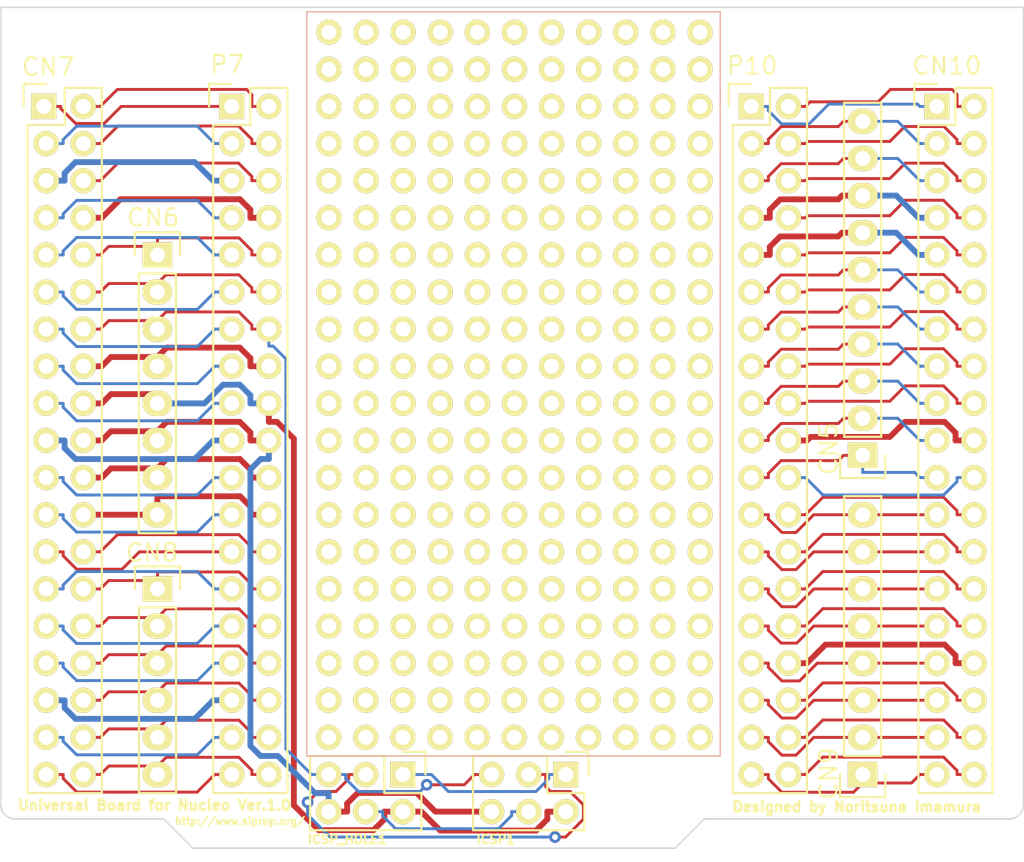
<source format=kicad_pcb>

(kicad_pcb
  (version 4)
  (host pcbnew 4.0.2-stable)
  (general
    (links 117)
    (no_connects 0)
    (area 98.159999 61.749999 168.260001 119.390001)
    (thickness 1.6)
    (drawings 21)
    (tracks 637)
    (zones 0)
    (modules 68)
    (nets 80))
  (page A4)
  (title_block
    (title "Universal Board for Nucleo")
    (date 2016-05-26)
    (rev 1.0)
    (company "SIProp.org: Noritsuna Imamura noritsuna@siprop.org"))
  (layers
    (0 F.Cu signal)
    (31 B.Cu signal)
    (32 B.Adhes user)
    (33 F.Adhes user)
    (34 B.Paste user)
    (35 F.Paste user)
    (36 B.SilkS user)
    (37 F.SilkS user)
    (38 B.Mask user)
    (39 F.Mask user)
    (40 Dwgs.User user)
    (41 Cmts.User user)
    (42 Eco1.User user)
    (43 Eco2.User user)
    (44 Edge.Cuts user)
    (45 Margin user)
    (46 B.CrtYd user)
    (47 F.CrtYd user)
    (48 B.Fab user)
    (49 F.Fab user))
  (setup
    (last_trace_width 0.2)
    (user_trace_width 0.3)
    (user_trace_width 0.4)
    (trace_clearance 0.2)
    (zone_clearance 0.508)
    (zone_45_only no)
    (trace_min 0.2)
    (segment_width 0.1)
    (edge_width 0.1)
    (via_size 0.8)
    (via_drill 0.4)
    (via_min_size 0.8)
    (via_min_drill 0.4)
    (uvia_size 0.3)
    (uvia_drill 0.1)
    (uvias_allowed no)
    (uvia_min_size 0.2)
    (uvia_min_drill 0.1)
    (pcb_text_width 0.3)
    (pcb_text_size 1.5 1.5)
    (mod_edge_width 0.15)
    (mod_text_size 1.2 1.2)
    (mod_text_width 0.15)
    (pad_size 3.2 3.2)
    (pad_drill 3.2)
    (pad_to_mask_clearance 0)
    (aux_axis_origin 98.22 119.33)
    (visible_elements 7FFFEFFF)
    (pcbplotparams
      (layerselection 0x010f0_80000001)
      (usegerberextensions true)
      (excludeedgelayer true)
      (linewidth 0.1)
      (plotframeref false)
      (viasonmask false)
      (mode 1)
      (useauxorigin false)
      (hpglpennumber 1)
      (hpglpenspeed 20)
      (hpglpendiameter 15)
      (hpglpenoverlay 2)
      (psnegative false)
      (psa4output false)
      (plotreference true)
      (plotvalue true)
      (plotinvisibletext false)
      (padsonsilk false)
      (subtractmaskfromsilk false)
      (outputformat 1)
      (mirror false)
      (drillshape 0)
      (scaleselection 1)
      (outputdirectory "")))
  (net 0 "")
  (net 1 /PB21)
  (net 2 /PB19)
  (net 3 /PB17)
  (net 4 /PB15)
  (net 5 /PB13)
  (net 6 /PB11)
  (net 7 /PB9)
  (net 8 /PB7)
  (net 9 /PB5)
  (net 10 /PB3)
  (net 11 /PA10)
  (net 12 /PA12)
  (net 13 /PA14)
  (net 14 /PA16)
  (net 15 /PA18)
  (net 16 /PA20)
  (net 17 /PA22)
  (net 18 /PA24)
  (net 19 /PA1)
  (net 20 /PA2)
  (net 21 /PA3)
  (net 22 /PA4)
  (net 23 /PA5)
  (net 24 /PA6)
  (net 25 /PA7)
  (net 26 /PA8)
  (net 27 /PA9)
  (net 28 /PA11)
  (net 29 /PA13)
  (net 30 /PA15)
  (net 31 /PA17)
  (net 32 /PA19)
  (net 33 /PA21)
  (net 34 /PA23)
  (net 35 /PA25)
  (net 36 /PA26)
  (net 37 /PA27)
  (net 38 /PA28)
  (net 39 /PA29)
  (net 40 /PA30)
  (net 41 /PA31)
  (net 42 /PA32)
  (net 43 /PA33)
  (net 44 /PA34)
  (net 45 /PA35)
  (net 46 /PA36)
  (net 47 /PA37)
  (net 48 /PA38)
  (net 49 /PB37)
  (net 50 /PB35)
  (net 51 /PB33)
  (net 52 /PB31)
  (net 53 /PB29)
  (net 54 /PB27)
  (net 55 /PB25)
  (net 56 /PB23)
  (net 57 /PB1)
  (net 58 /PB2)
  (net 59 /PB4)
  (net 60 /PB6)
  (net 61 /PB8)
  (net 62 /PB10)
  (net 63 /PB12)
  (net 64 /PB14)
  (net 65 /PB16)
  (net 66 /PB18)
  (net 67 /PB20)
  (net 68 /PB22)
  (net 69 /PB24)
  (net 70 /PB26)
  (net 71 /PB28)
  (net 72 /PB30)
  (net 73 /PB32)
  (net 74 /PB34)
  (net 75 /PB36)
  (net 76 /PB38)
  (net 77 /PC1)
  (net 78 /PC3)
  (net 79 /PC4)
  (net_class Default "これは標準のネット クラスです。"
    (clearance 0.2)
    (trace_width 0.2)
    (via_dia 0.8)
    (via_drill 0.4)
    (uvia_dia 0.3)
    (uvia_drill 0.1)
    (add_net /PA1)
    (add_net /PA10)
    (add_net /PA11)
    (add_net /PA12)
    (add_net /PA13)
    (add_net /PA14)
    (add_net /PA15)
    (add_net /PA17)
    (add_net /PA2)
    (add_net /PA21)
    (add_net /PA23)
    (add_net /PA25)
    (add_net /PA26)
    (add_net /PA27)
    (add_net /PA28)
    (add_net /PA29)
    (add_net /PA3)
    (add_net /PA30)
    (add_net /PA31)
    (add_net /PA32)
    (add_net /PA34)
    (add_net /PA35)
    (add_net /PA36)
    (add_net /PA37)
    (add_net /PA38)
    (add_net /PA4)
    (add_net /PA6)
    (add_net /PA7)
    (add_net /PA9)
    (add_net /PB1)
    (add_net /PB10)
    (add_net /PB11)
    (add_net /PB12)
    (add_net /PB13)
    (add_net /PB14)
    (add_net /PB15)
    (add_net /PB16)
    (add_net /PB17)
    (add_net /PB18)
    (add_net /PB19)
    (add_net /PB2)
    (add_net /PB21)
    (add_net /PB22)
    (add_net /PB23)
    (add_net /PB24)
    (add_net /PB25)
    (add_net /PB26)
    (add_net /PB27)
    (add_net /PB28)
    (add_net /PB29)
    (add_net /PB3)
    (add_net /PB30)
    (add_net /PB31)
    (add_net /PB33)
    (add_net /PB34)
    (add_net /PB35)
    (add_net /PB36)
    (add_net /PB37)
    (add_net /PB38)
    (add_net /PB4)
    (add_net /PB5)
    (add_net /PB6)
    (add_net /PB8)
    (add_net /PC1)
    (add_net /PC3)
    (add_net /PC4))
  (net_class VCC ""
    (clearance 0.2)
    (trace_width 0.4)
    (via_dia 0.8)
    (via_drill 0.4)
    (uvia_dia 0.3)
    (uvia_drill 0.1)
    (add_net /PA16)
    (add_net /PA18)
    (add_net /PA19)
    (add_net /PA20)
    (add_net /PA22)
    (add_net /PA24)
    (add_net /PA33)
    (add_net /PA5)
    (add_net /PA8)
    (add_net /PB20)
    (add_net /PB32)
    (add_net /PB7)
    (add_net /PB9))
  (module Mounting_Holes:MountingHole_3.2mm_M3
    (layer F.Cu)
    (tedit 574B1719)
    (tstamp 57469F94)
    (at 141.947 116.84)
    (descr "Mounting Hole 3.2mm, no annular, M3")
    (tags "mounting hole 3.2mm no annular m3")
    (fp_text reference MH3
      (at 0 -4.2)
      (layer F.SilkS) hide
      (effects
        (font
          (size 1.2 1.2)
          (thickness 0.15))))
    (fp_text value MountingHole_3.2mm_M3
      (at 0 4.2)
      (layer F.Fab) hide
      (effects
        (font
          (size 1 1)
          (thickness 0.15))))
    (fp_circle
      (center 0 0)
      (end 3.2 0)
      (layer Cmts.User)
      (width 0.15))
    (fp_circle
      (center 0 0)
      (end 3.45 0)
      (layer F.CrtYd)
      (width 0.05))
    (pad "" np_thru_hole circle
      (at 0.013 0)
      (size 3.2 3.2)
      (drill 3.2)
      (layers *.Cu *.Mask F.SilkS)))
  (module Pin_Headers:Pin_Header_Straight_2x03
    (layer F.Cu)
    (tedit 574B1CD0)
    (tstamp 574B1241)
    (at 136.88 114.3 270)
    (descr "Through hole pin header")
    (tags "pin header")
    (path /574B0E95)
    (fp_text reference ICSP1
      (at 4.445 4.8 360)
      (layer F.SilkS)
      (effects
        (font
          (size 0.6 0.6)
          (thickness 0.15))))
    (fp_text value CONN_02X03
      (at 0 -3.1 270)
      (layer F.Fab)
      (effects
        (font
          (size 1 1)
          (thickness 0.15))))
    (fp_line
      (start -1.27 1.27)
      (end -1.27 6.35)
      (layer F.SilkS)
      (width 0.15))
    (fp_line
      (start -1.55 -1.55)
      (end 0 -1.55)
      (layer F.SilkS)
      (width 0.15))
    (fp_line
      (start -1.75 -1.75)
      (end -1.75 6.85)
      (layer F.CrtYd)
      (width 0.05))
    (fp_line
      (start 4.3 -1.75)
      (end 4.3 6.85)
      (layer F.CrtYd)
      (width 0.05))
    (fp_line
      (start -1.75 -1.75)
      (end 4.3 -1.75)
      (layer F.CrtYd)
      (width 0.05))
    (fp_line
      (start -1.75 6.85)
      (end 4.3 6.85)
      (layer F.CrtYd)
      (width 0.05))
    (fp_line
      (start 1.27 -1.27)
      (end 1.27 1.27)
      (layer F.SilkS)
      (width 0.15))
    (fp_line
      (start 1.27 1.27)
      (end -1.27 1.27)
      (layer F.SilkS)
      (width 0.15))
    (fp_line
      (start -1.27 6.35)
      (end 3.81 6.35)
      (layer F.SilkS)
      (width 0.15))
    (fp_line
      (start 3.81 6.35)
      (end 3.81 1.27)
      (layer F.SilkS)
      (width 0.15))
    (fp_line
      (start -1.55 -1.55)
      (end -1.55 0)
      (layer F.SilkS)
      (width 0.15))
    (fp_line
      (start 3.81 -1.27)
      (end 1.27 -1.27)
      (layer F.SilkS)
      (width 0.15))
    (fp_line
      (start 3.81 1.27)
      (end 3.81 -1.27)
      (layer F.SilkS)
      (width 0.15))
    (pad 1 thru_hole rect
      (at 0 0 270)
      (size 1.7272 1.7272)
      (drill 1.016)
      (layers *.Cu *.Mask F.SilkS)
      (net 77 /PC1))
    (pad 2 thru_hole oval
      (at 2.54 0 270)
      (size 1.7272 1.7272)
      (drill 1.016)
      (layers *.Cu *.Mask F.SilkS)
      (net 15 /PA18))
    (pad 3 thru_hole oval
      (at 0 2.54 270)
      (size 1.7272 1.7272)
      (drill 1.016)
      (layers *.Cu *.Mask F.SilkS)
      (net 78 /PC3))
    (pad 4 thru_hole oval
      (at 2.54 2.54 270)
      (size 1.7272 1.7272)
      (drill 1.016)
      (layers *.Cu *.Mask F.SilkS)
      (net 79 /PC4))
    (pad 5 thru_hole oval
      (at 0 5.08 270)
      (size 1.7272 1.7272)
      (drill 1.016)
      (layers *.Cu *.Mask F.SilkS)
      (net 13 /PA14))
    (pad 6 thru_hole oval
      (at 2.54 5.08 270)
      (size 1.7272 1.7272)
      (drill 1.016)
      (layers *.Cu *.Mask F.SilkS)
      (net 16 /PA20))
    (model Pin_Headers.3dshapes/Pin_Header_Straight_2x03.wrl
      (at
        (xyz 0.05 -0.1 0))
      (scale
        (xyz 1 1 1))
      (rotate
        (xyz 0 0 90))))
  (module Pin_Headers:Pin_Header_Straight_2x03
    (layer F.Cu)
    (tedit 574B1CE3)
    (tstamp 574B1258)
    (at 125.73 114.3 270)
    (descr "Through hole pin header")
    (tags "pin header")
    (path /574B0DF8)
    (fp_text reference ICSP_HOLE1
      (at 4.445 3.81 360)
      (layer F.SilkS)
      (effects
        (font
          (size 0.6 0.6)
          (thickness 0.15))))
    (fp_text value HOLE_02X03
      (at 0 -3.1 270)
      (layer F.Fab)
      (effects
        (font
          (size 1 1)
          (thickness 0.15))))
    (fp_line
      (start -1.27 1.27)
      (end -1.27 6.35)
      (layer F.SilkS)
      (width 0.15))
    (fp_line
      (start -1.55 -1.55)
      (end 0 -1.55)
      (layer F.SilkS)
      (width 0.15))
    (fp_line
      (start -1.75 -1.75)
      (end -1.75 6.85)
      (layer F.CrtYd)
      (width 0.05))
    (fp_line
      (start 4.3 -1.75)
      (end 4.3 6.85)
      (layer F.CrtYd)
      (width 0.05))
    (fp_line
      (start -1.75 -1.75)
      (end 4.3 -1.75)
      (layer F.CrtYd)
      (width 0.05))
    (fp_line
      (start -1.75 6.85)
      (end 4.3 6.85)
      (layer F.CrtYd)
      (width 0.05))
    (fp_line
      (start 1.27 -1.27)
      (end 1.27 1.27)
      (layer F.SilkS)
      (width 0.15))
    (fp_line
      (start 1.27 1.27)
      (end -1.27 1.27)
      (layer F.SilkS)
      (width 0.15))
    (fp_line
      (start -1.27 6.35)
      (end 3.81 6.35)
      (layer F.SilkS)
      (width 0.15))
    (fp_line
      (start 3.81 6.35)
      (end 3.81 1.27)
      (layer F.SilkS)
      (width 0.15))
    (fp_line
      (start -1.55 -1.55)
      (end -1.55 0)
      (layer F.SilkS)
      (width 0.15))
    (fp_line
      (start 3.81 -1.27)
      (end 1.27 -1.27)
      (layer F.SilkS)
      (width 0.15))
    (fp_line
      (start 3.81 1.27)
      (end 3.81 -1.27)
      (layer F.SilkS)
      (width 0.15))
    (pad 1 thru_hole rect
      (at 0 0 270)
      (size 1.7272 1.7272)
      (drill 1.016)
      (layers *.Cu *.Mask F.SilkS)
      (net 77 /PC1))
    (pad 2 thru_hole oval
      (at 2.54 0 270)
      (size 1.7272 1.7272)
      (drill 1.016)
      (layers *.Cu *.Mask F.SilkS)
      (net 15 /PA18))
    (pad 3 thru_hole oval
      (at 0 2.54 270)
      (size 1.7272 1.7272)
      (drill 1.016)
      (layers *.Cu *.Mask F.SilkS)
      (net 78 /PC3))
    (pad 4 thru_hole oval
      (at 2.54 2.54 270)
      (size 1.7272 1.7272)
      (drill 1.016)
      (layers *.Cu *.Mask F.SilkS)
      (net 79 /PC4))
    (pad 5 thru_hole oval
      (at 0 5.08 270)
      (size 1.7272 1.7272)
      (drill 1.016)
      (layers *.Cu *.Mask F.SilkS)
      (net 13 /PA14))
    (pad 6 thru_hole oval
      (at 2.54 5.08 270)
      (size 1.7272 1.7272)
      (drill 1.016)
      (layers *.Cu *.Mask F.SilkS)
      (net 16 /PA20))
    (model Pin_Headers.3dshapes/Pin_Header_Straight_2x03.wrl
      (at
        (xyz 0.05 -0.1 0))
      (scale
        (xyz 1 1 1))
      (rotate
        (xyz 0 0 90))))
  (module noritsuna:Wire_Pad_Straight_1x04
    (layer F.Cu)
    (tedit 5746F0CA)
    (tstamp 5746E6B1)
    (at 130.81 106.68 90)
    (descr "Through hole Wire Pads")
    (tags "Wire Pad")
    (fp_text reference H50
      (at 0 -5.1 90)
      (layer F.SilkS) hide
      (effects
        (font
          (size 1.2 1.2)
          (thickness 0.15))))
    (fp_text value WirePads_Straight_1x04
      (at 0 -3.1 90)
      (layer F.Fab) hide
      (effects
        (font
          (size 1 1)
          (thickness 0.15))))
    (pad 1 thru_hole circle
      (at 0 0 90)
      (size 1.7272 1.7272)
      (drill 1.016)
      (layers *.Cu *.Mask F.SilkS))
    (pad 2 thru_hole circle
      (at 0 2.54 90)
      (size 1.7272 1.7272)
      (drill 1.016)
      (layers *.Cu *.Mask F.SilkS))
    (pad 3 thru_hole circle
      (at 0 5.08 90)
      (size 1.7272 1.7272)
      (drill 1.016)
      (layers *.Cu *.Mask F.SilkS))
    (pad 4 thru_hole circle
      (at 0 7.62 90)
      (size 1.7272 1.7272)
      (drill 1.016)
      (layers *.Cu *.Mask F.SilkS)))
  (module Pin_Headers:Pin_Header_Straight_1x10
    (layer F.Cu)
    (tedit 5746F60F)
    (tstamp 5745EF41)
    (at 157.2 92.46 180)
    (descr "Through hole pin header")
    (tags "pin header")
    (path /5745A5D3)
    (fp_text reference CN5
      (at 2.327 0.45 270)
      (layer F.SilkS)
      (effects
        (font
          (size 1.2 1.2)
          (thickness 0.15))))
    (fp_text value CONN_01X10
      (at 0 -3.1 180)
      (layer F.Fab) hide
      (effects
        (font
          (size 1 1)
          (thickness 0.15))))
    (fp_line
      (start -1.75 -1.75)
      (end -1.75 24.65)
      (layer F.CrtYd)
      (width 0.05))
    (fp_line
      (start 1.75 -1.75)
      (end 1.75 24.65)
      (layer F.CrtYd)
      (width 0.05))
    (fp_line
      (start -1.75 -1.75)
      (end 1.75 -1.75)
      (layer F.CrtYd)
      (width 0.05))
    (fp_line
      (start -1.75 24.65)
      (end 1.75 24.65)
      (layer F.CrtYd)
      (width 0.05))
    (fp_line
      (start 1.27 1.27)
      (end 1.27 24.13)
      (layer F.SilkS)
      (width 0.15))
    (fp_line
      (start 1.27 24.13)
      (end -1.27 24.13)
      (layer F.SilkS)
      (width 0.15))
    (fp_line
      (start -1.27 24.13)
      (end -1.27 1.27)
      (layer F.SilkS)
      (width 0.15))
    (fp_line
      (start 1.55 -1.55)
      (end 1.55 0)
      (layer F.SilkS)
      (width 0.15))
    (fp_line
      (start 1.27 1.27)
      (end -1.27 1.27)
      (layer F.SilkS)
      (width 0.15))
    (fp_line
      (start -1.55 0)
      (end -1.55 -1.55)
      (layer F.SilkS)
      (width 0.15))
    (fp_line
      (start -1.55 -1.55)
      (end 1.55 -1.55)
      (layer F.SilkS)
      (width 0.15))
    (pad 1 thru_hole rect
      (at 0 0 180)
      (size 2.032 1.7272)
      (drill 1.016)
      (layers *.Cu *.Mask F.SilkS)
      (net 1 /PB21))
    (pad 2 thru_hole oval
      (at 0 2.54 180)
      (size 2.032 1.7272)
      (drill 1.016)
      (layers *.Cu *.Mask F.SilkS)
      (net 2 /PB19))
    (pad 3 thru_hole oval
      (at 0 5.08 180)
      (size 2.032 1.7272)
      (drill 1.016)
      (layers *.Cu *.Mask F.SilkS)
      (net 3 /PB17))
    (pad 4 thru_hole oval
      (at 0 7.62 180)
      (size 2.032 1.7272)
      (drill 1.016)
      (layers *.Cu *.Mask F.SilkS)
      (net 4 /PB15))
    (pad 5 thru_hole oval
      (at 0 10.16 180)
      (size 2.032 1.7272)
      (drill 1.016)
      (layers *.Cu *.Mask F.SilkS)
      (net 5 /PB13))
    (pad 6 thru_hole oval
      (at 0 12.7 180)
      (size 2.032 1.7272)
      (drill 1.016)
      (layers *.Cu *.Mask F.SilkS)
      (net 6 /PB11))
    (pad 7 thru_hole oval
      (at 0 15.24 180)
      (size 2.032 1.7272)
      (drill 1.016)
      (layers *.Cu *.Mask F.SilkS)
      (net 7 /PB9))
    (pad 8 thru_hole oval
      (at 0 17.78 180)
      (size 2.032 1.7272)
      (drill 1.016)
      (layers *.Cu *.Mask F.SilkS)
      (net 8 /PB7))
    (pad 9 thru_hole oval
      (at 0 20.32 180)
      (size 2.032 1.7272)
      (drill 1.016)
      (layers *.Cu *.Mask F.SilkS)
      (net 9 /PB5))
    (pad 10 thru_hole oval
      (at 0 22.86 180)
      (size 2.032 1.7272)
      (drill 1.016)
      (layers *.Cu *.Mask F.SilkS)
      (net 10 /PB3))
    (model Pin_Headers.3dshapes/Pin_Header_Straight_1x10.wrl
      (at
        (xyz 0 -0.45 0))
      (scale
        (xyz 1 1 1))
      (rotate
        (xyz 0 0 90))))
  (module Pin_Headers:Pin_Header_Straight_1x08
    (layer F.Cu)
    (tedit 574B166E)
    (tstamp 5745EF58)
    (at 108.927 78.74)
    (descr "Through hole pin header")
    (tags "pin header")
    (path /5745A4A1)
    (fp_text reference CN6
      (at -0.287 -2.55)
      (layer F.SilkS)
      (effects
        (font
          (size 1.2 1.2)
          (thickness 0.15))))
    (fp_text value CONN_01X08
      (at 0 -3.1)
      (layer F.Fab) hide
      (effects
        (font
          (size 1 1)
          (thickness 0.15))))
    (fp_line
      (start -1.75 -1.75)
      (end -1.75 19.55)
      (layer F.CrtYd)
      (width 0.05))
    (fp_line
      (start 1.75 -1.75)
      (end 1.75 19.55)
      (layer F.CrtYd)
      (width 0.05))
    (fp_line
      (start -1.75 -1.75)
      (end 1.75 -1.75)
      (layer F.CrtYd)
      (width 0.05))
    (fp_line
      (start -1.75 19.55)
      (end 1.75 19.55)
      (layer F.CrtYd)
      (width 0.05))
    (fp_line
      (start 1.27 1.27)
      (end 1.27 19.05)
      (layer F.SilkS)
      (width 0.15))
    (fp_line
      (start 1.27 19.05)
      (end -1.27 19.05)
      (layer F.SilkS)
      (width 0.15))
    (fp_line
      (start -1.27 19.05)
      (end -1.27 1.27)
      (layer F.SilkS)
      (width 0.15))
    (fp_line
      (start 1.55 -1.55)
      (end 1.55 0)
      (layer F.SilkS)
      (width 0.15))
    (fp_line
      (start 1.27 1.27)
      (end -1.27 1.27)
      (layer F.SilkS)
      (width 0.15))
    (fp_line
      (start -1.55 0)
      (end -1.55 -1.55)
      (layer F.SilkS)
      (width 0.15))
    (fp_line
      (start -1.55 -1.55)
      (end 1.55 -1.55)
      (layer F.SilkS)
      (width 0.15))
    (pad 1 thru_hole rect
      (at 0.013 0)
      (size 2.032 1.7272)
      (drill 1.016)
      (layers *.Cu *.Mask F.SilkS)
      (net 11 /PA10))
    (pad 2 thru_hole oval
      (at 0 2.54)
      (size 2.032 1.7272)
      (drill 1.016)
      (layers *.Cu *.Mask F.SilkS)
      (net 12 /PA12))
    (pad 3 thru_hole oval
      (at 0 5.08)
      (size 2.032 1.7272)
      (drill 1.016)
      (layers *.Cu *.Mask F.SilkS)
      (net 13 /PA14))
    (pad 4 thru_hole oval
      (at 0 7.62)
      (size 2.032 1.7272)
      (drill 1.016)
      (layers *.Cu *.Mask F.SilkS)
      (net 14 /PA16))
    (pad 5 thru_hole oval
      (at 0 10.16)
      (size 2.032 1.7272)
      (drill 1.016)
      (layers *.Cu *.Mask F.SilkS)
      (net 15 /PA18))
    (pad 6 thru_hole oval
      (at 0 12.7)
      (size 2.032 1.7272)
      (drill 1.016)
      (layers *.Cu *.Mask F.SilkS)
      (net 16 /PA20))
    (pad 7 thru_hole oval
      (at 0 15.24)
      (size 2.032 1.7272)
      (drill 1.016)
      (layers *.Cu *.Mask F.SilkS)
      (net 17 /PA22))
    (pad 8 thru_hole oval
      (at 0 17.78)
      (size 2.032 1.7272)
      (drill 1.016)
      (layers *.Cu *.Mask F.SilkS)
      (net 18 /PA24))
    (model Pin_Headers.3dshapes/Pin_Header_Straight_1x08.wrl
      (at
        (xyz 0 -0.35 0))
      (scale
        (xyz 1 1 1))
      (rotate
        (xyz 0 0 90))))
  (module Pin_Headers:Pin_Header_Straight_2x19
    (layer F.Cu)
    (tedit 5746F662)
    (tstamp 5745EF8E)
    (at 101.32 68.58)
    (descr "Through hole pin header")
    (tags "pin header")
    (path /5745A3EA)
    (fp_text reference CN7
      (at 0.123 -2.71)
      (layer F.SilkS)
      (effects
        (font
          (size 1.2 1.2)
          (thickness 0.15))))
    (fp_text value CONN_02X19
      (at 0 -3.1)
      (layer F.Fab) hide
      (effects
        (font
          (size 1 1)
          (thickness 0.15))))
    (fp_line
      (start -1.75 -1.75)
      (end -1.75 47.5)
      (layer F.CrtYd)
      (width 0.05))
    (fp_line
      (start 4.3 -1.75)
      (end 4.3 47.5)
      (layer F.CrtYd)
      (width 0.05))
    (fp_line
      (start -1.75 -1.75)
      (end 4.3 -1.75)
      (layer F.CrtYd)
      (width 0.05))
    (fp_line
      (start -1.75 47.5)
      (end 4.3 47.5)
      (layer F.CrtYd)
      (width 0.05))
    (fp_line
      (start 3.81 -1.27)
      (end 3.81 46.99)
      (layer F.SilkS)
      (width 0.15))
    (fp_line
      (start -1.27 46.99)
      (end -1.27 1.27)
      (layer F.SilkS)
      (width 0.15))
    (fp_line
      (start 3.81 46.99)
      (end -1.27 46.99)
      (layer F.SilkS)
      (width 0.15))
    (fp_line
      (start 3.81 -1.27)
      (end 1.27 -1.27)
      (layer F.SilkS)
      (width 0.15))
    (fp_line
      (start 0 -1.55)
      (end -1.55 -1.55)
      (layer F.SilkS)
      (width 0.15))
    (fp_line
      (start 1.27 -1.27)
      (end 1.27 1.27)
      (layer F.SilkS)
      (width 0.15))
    (fp_line
      (start 1.27 1.27)
      (end -1.27 1.27)
      (layer F.SilkS)
      (width 0.15))
    (fp_line
      (start -1.55 -1.55)
      (end -1.55 0)
      (layer F.SilkS)
      (width 0.15))
    (pad 1 thru_hole rect
      (at -0.1663 0)
      (size 1.7272 1.7272)
      (drill 1.016)
      (layers *.Cu *.Mask F.SilkS)
      (net 19 /PA1))
    (pad 2 thru_hole oval
      (at 2.54 0)
      (size 1.7272 1.7272)
      (drill 1.016)
      (layers *.Cu *.Mask F.SilkS)
      (net 20 /PA2))
    (pad 3 thru_hole oval
      (at 0 2.54)
      (size 1.7272 1.7272)
      (drill 1.016)
      (layers *.Cu *.Mask F.SilkS)
      (net 21 /PA3))
    (pad 4 thru_hole oval
      (at 2.54 2.54)
      (size 1.7272 1.7272)
      (drill 1.016)
      (layers *.Cu *.Mask F.SilkS)
      (net 22 /PA4))
    (pad 5 thru_hole oval
      (at 0 5.08)
      (size 1.7272 1.7272)
      (drill 1.016)
      (layers *.Cu *.Mask F.SilkS)
      (net 23 /PA5))
    (pad 6 thru_hole oval
      (at 2.54 5.08)
      (size 1.7272 1.7272)
      (drill 1.016)
      (layers *.Cu *.Mask F.SilkS)
      (net 24 /PA6))
    (pad 7 thru_hole oval
      (at 0 7.62)
      (size 1.7272 1.7272)
      (drill 1.016)
      (layers *.Cu *.Mask F.SilkS)
      (net 25 /PA7))
    (pad 8 thru_hole oval
      (at 2.54 7.62)
      (size 1.7272 1.7272)
      (drill 1.016)
      (layers *.Cu *.Mask F.SilkS)
      (net 26 /PA8))
    (pad 9 thru_hole oval
      (at 0 10.16)
      (size 1.7272 1.7272)
      (drill 1.016)
      (layers *.Cu *.Mask F.SilkS)
      (net 27 /PA9))
    (pad 10 thru_hole oval
      (at 2.54 10.16)
      (size 1.7272 1.7272)
      (drill 1.016)
      (layers *.Cu *.Mask F.SilkS)
      (net 11 /PA10))
    (pad 11 thru_hole oval
      (at 0 12.7)
      (size 1.7272 1.7272)
      (drill 1.016)
      (layers *.Cu *.Mask F.SilkS)
      (net 28 /PA11))
    (pad 12 thru_hole oval
      (at 2.54 12.7)
      (size 1.7272 1.7272)
      (drill 1.016)
      (layers *.Cu *.Mask F.SilkS)
      (net 12 /PA12))
    (pad 13 thru_hole oval
      (at 0 15.24)
      (size 1.7272 1.7272)
      (drill 1.016)
      (layers *.Cu *.Mask F.SilkS)
      (net 29 /PA13))
    (pad 14 thru_hole oval
      (at 2.54 15.24)
      (size 1.7272 1.7272)
      (drill 1.016)
      (layers *.Cu *.Mask F.SilkS)
      (net 13 /PA14))
    (pad 15 thru_hole oval
      (at 0 17.78)
      (size 1.7272 1.7272)
      (drill 1.016)
      (layers *.Cu *.Mask F.SilkS)
      (net 30 /PA15))
    (pad 16 thru_hole oval
      (at 2.54 17.78)
      (size 1.7272 1.7272)
      (drill 1.016)
      (layers *.Cu *.Mask F.SilkS)
      (net 14 /PA16))
    (pad 17 thru_hole oval
      (at 0 20.32)
      (size 1.7272 1.7272)
      (drill 1.016)
      (layers *.Cu *.Mask F.SilkS)
      (net 31 /PA17))
    (pad 18 thru_hole oval
      (at 2.54 20.32)
      (size 1.7272 1.7272)
      (drill 1.016)
      (layers *.Cu *.Mask F.SilkS)
      (net 15 /PA18))
    (pad 19 thru_hole oval
      (at 0 22.86)
      (size 1.7272 1.7272)
      (drill 1.016)
      (layers *.Cu *.Mask F.SilkS)
      (net 32 /PA19))
    (pad 20 thru_hole oval
      (at 2.54 22.86)
      (size 1.7272 1.7272)
      (drill 1.016)
      (layers *.Cu *.Mask F.SilkS)
      (net 16 /PA20))
    (pad 21 thru_hole oval
      (at 0 25.4)
      (size 1.7272 1.7272)
      (drill 1.016)
      (layers *.Cu *.Mask F.SilkS)
      (net 33 /PA21))
    (pad 22 thru_hole oval
      (at 2.54 25.4)
      (size 1.7272 1.7272)
      (drill 1.016)
      (layers *.Cu *.Mask F.SilkS)
      (net 17 /PA22))
    (pad 23 thru_hole oval
      (at 0 27.94)
      (size 1.7272 1.7272)
      (drill 1.016)
      (layers *.Cu *.Mask F.SilkS)
      (net 34 /PA23))
    (pad 24 thru_hole oval
      (at 2.54 27.94)
      (size 1.7272 1.7272)
      (drill 1.016)
      (layers *.Cu *.Mask F.SilkS)
      (net 18 /PA24))
    (pad 25 thru_hole oval
      (at 0 30.48)
      (size 1.7272 1.7272)
      (drill 1.016)
      (layers *.Cu *.Mask F.SilkS)
      (net 35 /PA25))
    (pad 26 thru_hole oval
      (at 2.54 30.48)
      (size 1.7272 1.7272)
      (drill 1.016)
      (layers *.Cu *.Mask F.SilkS)
      (net 36 /PA26))
    (pad 27 thru_hole oval
      (at 0 33.02)
      (size 1.7272 1.7272)
      (drill 1.016)
      (layers *.Cu *.Mask F.SilkS)
      (net 37 /PA27))
    (pad 28 thru_hole oval
      (at 2.54 33.02)
      (size 1.7272 1.7272)
      (drill 1.016)
      (layers *.Cu *.Mask F.SilkS)
      (net 38 /PA28))
    (pad 29 thru_hole oval
      (at 0 35.56)
      (size 1.7272 1.7272)
      (drill 1.016)
      (layers *.Cu *.Mask F.SilkS)
      (net 39 /PA29))
    (pad 30 thru_hole oval
      (at 2.54 35.56)
      (size 1.7272 1.7272)
      (drill 1.016)
      (layers *.Cu *.Mask F.SilkS)
      (net 40 /PA30))
    (pad 31 thru_hole oval
      (at 0 38.1)
      (size 1.7272 1.7272)
      (drill 1.016)
      (layers *.Cu *.Mask F.SilkS)
      (net 41 /PA31))
    (pad 32 thru_hole oval
      (at 2.54 38.1)
      (size 1.7272 1.7272)
      (drill 1.016)
      (layers *.Cu *.Mask F.SilkS)
      (net 42 /PA32))
    (pad 33 thru_hole oval
      (at 0 40.64)
      (size 1.7272 1.7272)
      (drill 1.016)
      (layers *.Cu *.Mask F.SilkS)
      (net 43 /PA33))
    (pad 34 thru_hole oval
      (at 2.54 40.64)
      (size 1.7272 1.7272)
      (drill 1.016)
      (layers *.Cu *.Mask F.SilkS)
      (net 44 /PA34))
    (pad 35 thru_hole oval
      (at 0 43.18)
      (size 1.7272 1.7272)
      (drill 1.016)
      (layers *.Cu *.Mask F.SilkS)
      (net 45 /PA35))
    (pad 36 thru_hole oval
      (at 2.54 43.18)
      (size 1.7272 1.7272)
      (drill 1.016)
      (layers *.Cu *.Mask F.SilkS)
      (net 46 /PA36))
    (pad 37 thru_hole oval
      (at 0 45.72)
      (size 1.7272 1.7272)
      (drill 1.016)
      (layers *.Cu *.Mask F.SilkS)
      (net 47 /PA37))
    (pad 38 thru_hole oval
      (at 2.54 45.72)
      (size 1.7272 1.7272)
      (drill 1.016)
      (layers *.Cu *.Mask F.SilkS)
      (net 48 /PA38))
    (model Pin_Headers.3dshapes/Pin_Header_Straight_2x19.wrl
      (at
        (xyz 0.05 -0.9 0))
      (scale
        (xyz 1 1 1))
      (rotate
        (xyz 0 0 90))))
  (module Pin_Headers:Pin_Header_Straight_1x06
    (layer F.Cu)
    (tedit 5746F54E)
    (tstamp 5745EFA3)
    (at 108.94 101.6)
    (descr "Through hole pin header")
    (tags "pin header")
    (path /5745A54E)
    (fp_text reference CN8
      (at -0.377 -2.48)
      (layer F.SilkS)
      (effects
        (font
          (size 1.2 1.2)
          (thickness 0.15))))
    (fp_text value CONN_01X06
      (at 0 -3.1)
      (layer F.Fab) hide
      (effects
        (font
          (size 1 1)
          (thickness 0.15))))
    (fp_line
      (start -1.75 -1.75)
      (end -1.75 14.45)
      (layer F.CrtYd)
      (width 0.05))
    (fp_line
      (start 1.75 -1.75)
      (end 1.75 14.45)
      (layer F.CrtYd)
      (width 0.05))
    (fp_line
      (start -1.75 -1.75)
      (end 1.75 -1.75)
      (layer F.CrtYd)
      (width 0.05))
    (fp_line
      (start -1.75 14.45)
      (end 1.75 14.45)
      (layer F.CrtYd)
      (width 0.05))
    (fp_line
      (start 1.27 1.27)
      (end 1.27 13.97)
      (layer F.SilkS)
      (width 0.15))
    (fp_line
      (start 1.27 13.97)
      (end -1.27 13.97)
      (layer F.SilkS)
      (width 0.15))
    (fp_line
      (start -1.27 13.97)
      (end -1.27 1.27)
      (layer F.SilkS)
      (width 0.15))
    (fp_line
      (start 1.55 -1.55)
      (end 1.55 0)
      (layer F.SilkS)
      (width 0.15))
    (fp_line
      (start 1.27 1.27)
      (end -1.27 1.27)
      (layer F.SilkS)
      (width 0.15))
    (fp_line
      (start -1.55 0)
      (end -1.55 -1.55)
      (layer F.SilkS)
      (width 0.15))
    (fp_line
      (start -1.55 -1.55)
      (end 1.55 -1.55)
      (layer F.SilkS)
      (width 0.15))
    (pad 1 thru_hole rect
      (at 0 0)
      (size 2.032 1.7272)
      (drill 1.016)
      (layers *.Cu *.Mask F.SilkS)
      (net 38 /PA28))
    (pad 2 thru_hole oval
      (at 0 2.54)
      (size 2.032 1.7272)
      (drill 1.016)
      (layers *.Cu *.Mask F.SilkS)
      (net 40 /PA30))
    (pad 3 thru_hole oval
      (at 0 5.08)
      (size 2.032 1.7272)
      (drill 1.016)
      (layers *.Cu *.Mask F.SilkS)
      (net 42 /PA32))
    (pad 4 thru_hole oval
      (at 0 7.62)
      (size 2.032 1.7272)
      (drill 1.016)
      (layers *.Cu *.Mask F.SilkS)
      (net 44 /PA34))
    (pad 5 thru_hole oval
      (at 0 10.16)
      (size 2.032 1.7272)
      (drill 1.016)
      (layers *.Cu *.Mask F.SilkS)
      (net 46 /PA36))
    (pad 6 thru_hole oval
      (at 0 12.7)
      (size 2.032 1.7272)
      (drill 1.016)
      (layers *.Cu *.Mask F.SilkS)
      (net 48 /PA38))
    (model Pin_Headers.3dshapes/Pin_Header_Straight_1x06.wrl
      (at
        (xyz 0 -0.25 0))
      (scale
        (xyz 1 1 1))
      (rotate
        (xyz 0 0 90))))
  (module Pin_Headers:Pin_Header_Straight_1x08
    (layer F.Cu)
    (tedit 5746F61D)
    (tstamp 5745EFBA)
    (at 157.2 114.3 180)
    (descr "Through hole pin header")
    (tags "pin header")
    (path /5745A666)
    (fp_text reference CN9
      (at 2.327 0.06 270)
      (layer F.SilkS)
      (effects
        (font
          (size 1.2 1.2)
          (thickness 0.15))))
    (fp_text value CONN_01X08
      (at 0 -3.1 180)
      (layer F.Fab) hide
      (effects
        (font
          (size 1 1)
          (thickness 0.15))))
    (fp_line
      (start -1.75 -1.75)
      (end -1.75 19.55)
      (layer F.CrtYd)
      (width 0.05))
    (fp_line
      (start 1.75 -1.75)
      (end 1.75 19.55)
      (layer F.CrtYd)
      (width 0.05))
    (fp_line
      (start -1.75 -1.75)
      (end 1.75 -1.75)
      (layer F.CrtYd)
      (width 0.05))
    (fp_line
      (start -1.75 19.55)
      (end 1.75 19.55)
      (layer F.CrtYd)
      (width 0.05))
    (fp_line
      (start 1.27 1.27)
      (end 1.27 19.05)
      (layer F.SilkS)
      (width 0.15))
    (fp_line
      (start 1.27 19.05)
      (end -1.27 19.05)
      (layer F.SilkS)
      (width 0.15))
    (fp_line
      (start -1.27 19.05)
      (end -1.27 1.27)
      (layer F.SilkS)
      (width 0.15))
    (fp_line
      (start 1.55 -1.55)
      (end 1.55 0)
      (layer F.SilkS)
      (width 0.15))
    (fp_line
      (start 1.27 1.27)
      (end -1.27 1.27)
      (layer F.SilkS)
      (width 0.15))
    (fp_line
      (start -1.55 0)
      (end -1.55 -1.55)
      (layer F.SilkS)
      (width 0.15))
    (fp_line
      (start -1.55 -1.55)
      (end 1.55 -1.55)
      (layer F.SilkS)
      (width 0.15))
    (pad 1 thru_hole rect
      (at 0 0 180)
      (size 2.032 1.7272)
      (drill 1.016)
      (layers *.Cu *.Mask F.SilkS)
      (net 49 /PB37))
    (pad 2 thru_hole oval
      (at 0 2.54 180)
      (size 2.032 1.7272)
      (drill 1.016)
      (layers *.Cu *.Mask F.SilkS)
      (net 50 /PB35))
    (pad 3 thru_hole oval
      (at 0 5.08 180)
      (size 2.032 1.7272)
      (drill 1.016)
      (layers *.Cu *.Mask F.SilkS)
      (net 51 /PB33))
    (pad 4 thru_hole oval
      (at 0 7.62 180)
      (size 2.032 1.7272)
      (drill 1.016)
      (layers *.Cu *.Mask F.SilkS)
      (net 52 /PB31))
    (pad 5 thru_hole oval
      (at 0 10.16 180)
      (size 2.032 1.7272)
      (drill 1.016)
      (layers *.Cu *.Mask F.SilkS)
      (net 53 /PB29))
    (pad 6 thru_hole oval
      (at 0 12.7 180)
      (size 2.032 1.7272)
      (drill 1.016)
      (layers *.Cu *.Mask F.SilkS)
      (net 54 /PB27))
    (pad 7 thru_hole oval
      (at 0 15.24 180)
      (size 2.032 1.7272)
      (drill 1.016)
      (layers *.Cu *.Mask F.SilkS)
      (net 55 /PB25))
    (pad 8 thru_hole oval
      (at 0 17.78 180)
      (size 2.032 1.7272)
      (drill 1.016)
      (layers *.Cu *.Mask F.SilkS)
      (net 56 /PB23))
    (model Pin_Headers.3dshapes/Pin_Header_Straight_1x08.wrl
      (at
        (xyz 0 -0.35 0))
      (scale
        (xyz 1 1 1))
      (rotate
        (xyz 0 0 90))))
  (module Pin_Headers:Pin_Header_Straight_2x19
    (layer F.Cu)
    (tedit 5746F64D)
    (tstamp 5745EFF0)
    (at 162.28 68.58)
    (descr "Through hole pin header")
    (tags "pin header")
    (path /5745A41F)
    (fp_text reference CN10
      (at 0.683 -2.79)
      (layer F.SilkS)
      (effects
        (font
          (size 1.2 1.2)
          (thickness 0.15))))
    (fp_text value CONN_02X19
      (at 0 -3.1)
      (layer F.Fab) hide
      (effects
        (font
          (size 1 1)
          (thickness 0.15))))
    (fp_line
      (start -1.75 -1.75)
      (end -1.75 47.5)
      (layer F.CrtYd)
      (width 0.05))
    (fp_line
      (start 4.3 -1.75)
      (end 4.3 47.5)
      (layer F.CrtYd)
      (width 0.05))
    (fp_line
      (start -1.75 -1.75)
      (end 4.3 -1.75)
      (layer F.CrtYd)
      (width 0.05))
    (fp_line
      (start -1.75 47.5)
      (end 4.3 47.5)
      (layer F.CrtYd)
      (width 0.05))
    (fp_line
      (start 3.81 -1.27)
      (end 3.81 46.99)
      (layer F.SilkS)
      (width 0.15))
    (fp_line
      (start -1.27 46.99)
      (end -1.27 1.27)
      (layer F.SilkS)
      (width 0.15))
    (fp_line
      (start 3.81 46.99)
      (end -1.27 46.99)
      (layer F.SilkS)
      (width 0.15))
    (fp_line
      (start 3.81 -1.27)
      (end 1.27 -1.27)
      (layer F.SilkS)
      (width 0.15))
    (fp_line
      (start 0 -1.55)
      (end -1.55 -1.55)
      (layer F.SilkS)
      (width 0.15))
    (fp_line
      (start 1.27 -1.27)
      (end 1.27 1.27)
      (layer F.SilkS)
      (width 0.15))
    (fp_line
      (start 1.27 1.27)
      (end -1.27 1.27)
      (layer F.SilkS)
      (width 0.15))
    (fp_line
      (start -1.55 -1.55)
      (end -1.55 0)
      (layer F.SilkS)
      (width 0.15))
    (pad 1 thru_hole rect
      (at 0 0)
      (size 1.7272 1.7272)
      (drill 1.016)
      (layers *.Cu *.Mask F.SilkS)
      (net 57 /PB1))
    (pad 2 thru_hole oval
      (at 2.54 0)
      (size 1.7272 1.7272)
      (drill 1.016)
      (layers *.Cu *.Mask F.SilkS)
      (net 58 /PB2))
    (pad 3 thru_hole oval
      (at 0 2.54)
      (size 1.7272 1.7272)
      (drill 1.016)
      (layers *.Cu *.Mask F.SilkS)
      (net 10 /PB3))
    (pad 4 thru_hole oval
      (at 2.54 2.54)
      (size 1.7272 1.7272)
      (drill 1.016)
      (layers *.Cu *.Mask F.SilkS)
      (net 59 /PB4))
    (pad 5 thru_hole oval
      (at 0 5.08)
      (size 1.7272 1.7272)
      (drill 1.016)
      (layers *.Cu *.Mask F.SilkS)
      (net 9 /PB5))
    (pad 6 thru_hole oval
      (at 2.54 5.08)
      (size 1.7272 1.7272)
      (drill 1.016)
      (layers *.Cu *.Mask F.SilkS)
      (net 60 /PB6))
    (pad 7 thru_hole oval
      (at 0 7.62)
      (size 1.7272 1.7272)
      (drill 1.016)
      (layers *.Cu *.Mask F.SilkS)
      (net 8 /PB7))
    (pad 8 thru_hole oval
      (at 2.54 7.62)
      (size 1.7272 1.7272)
      (drill 1.016)
      (layers *.Cu *.Mask F.SilkS)
      (net 61 /PB8))
    (pad 9 thru_hole oval
      (at 0 10.16)
      (size 1.7272 1.7272)
      (drill 1.016)
      (layers *.Cu *.Mask F.SilkS)
      (net 7 /PB9))
    (pad 10 thru_hole oval
      (at 2.54 10.16)
      (size 1.7272 1.7272)
      (drill 1.016)
      (layers *.Cu *.Mask F.SilkS)
      (net 62 /PB10))
    (pad 11 thru_hole oval
      (at 0 12.7)
      (size 1.7272 1.7272)
      (drill 1.016)
      (layers *.Cu *.Mask F.SilkS)
      (net 6 /PB11))
    (pad 12 thru_hole oval
      (at 2.54 12.7)
      (size 1.7272 1.7272)
      (drill 1.016)
      (layers *.Cu *.Mask F.SilkS)
      (net 63 /PB12))
    (pad 13 thru_hole oval
      (at 0 15.24)
      (size 1.7272 1.7272)
      (drill 1.016)
      (layers *.Cu *.Mask F.SilkS)
      (net 5 /PB13))
    (pad 14 thru_hole oval
      (at 2.54 15.24)
      (size 1.7272 1.7272)
      (drill 1.016)
      (layers *.Cu *.Mask F.SilkS)
      (net 64 /PB14))
    (pad 15 thru_hole oval
      (at 0 17.78)
      (size 1.7272 1.7272)
      (drill 1.016)
      (layers *.Cu *.Mask F.SilkS)
      (net 4 /PB15))
    (pad 16 thru_hole oval
      (at 2.54 17.78)
      (size 1.7272 1.7272)
      (drill 1.016)
      (layers *.Cu *.Mask F.SilkS)
      (net 65 /PB16))
    (pad 17 thru_hole oval
      (at 0 20.32)
      (size 1.7272 1.7272)
      (drill 1.016)
      (layers *.Cu *.Mask F.SilkS)
      (net 3 /PB17))
    (pad 18 thru_hole oval
      (at 2.54 20.32)
      (size 1.7272 1.7272)
      (drill 1.016)
      (layers *.Cu *.Mask F.SilkS)
      (net 66 /PB18))
    (pad 19 thru_hole oval
      (at 0 22.86)
      (size 1.7272 1.7272)
      (drill 1.016)
      (layers *.Cu *.Mask F.SilkS)
      (net 2 /PB19))
    (pad 20 thru_hole oval
      (at 2.54 22.86)
      (size 1.7272 1.7272)
      (drill 1.016)
      (layers *.Cu *.Mask F.SilkS)
      (net 67 /PB20))
    (pad 21 thru_hole oval
      (at 0 25.4)
      (size 1.7272 1.7272)
      (drill 1.016)
      (layers *.Cu *.Mask F.SilkS)
      (net 1 /PB21))
    (pad 22 thru_hole oval
      (at 2.54 25.4)
      (size 1.7272 1.7272)
      (drill 1.016)
      (layers *.Cu *.Mask F.SilkS)
      (net 68 /PB22))
    (pad 23 thru_hole oval
      (at 0 27.94)
      (size 1.7272 1.7272)
      (drill 1.016)
      (layers *.Cu *.Mask F.SilkS)
      (net 56 /PB23))
    (pad 24 thru_hole oval
      (at 2.54 27.94)
      (size 1.7272 1.7272)
      (drill 1.016)
      (layers *.Cu *.Mask F.SilkS)
      (net 69 /PB24))
    (pad 25 thru_hole oval
      (at 0 30.48)
      (size 1.7272 1.7272)
      (drill 1.016)
      (layers *.Cu *.Mask F.SilkS)
      (net 55 /PB25))
    (pad 26 thru_hole oval
      (at 2.54 30.48)
      (size 1.7272 1.7272)
      (drill 1.016)
      (layers *.Cu *.Mask F.SilkS)
      (net 70 /PB26))
    (pad 27 thru_hole oval
      (at 0 33.02)
      (size 1.7272 1.7272)
      (drill 1.016)
      (layers *.Cu *.Mask F.SilkS)
      (net 54 /PB27))
    (pad 28 thru_hole oval
      (at 2.54 33.02)
      (size 1.7272 1.7272)
      (drill 1.016)
      (layers *.Cu *.Mask F.SilkS)
      (net 71 /PB28))
    (pad 29 thru_hole oval
      (at 0 35.56)
      (size 1.7272 1.7272)
      (drill 1.016)
      (layers *.Cu *.Mask F.SilkS)
      (net 53 /PB29))
    (pad 30 thru_hole oval
      (at 2.54 35.56)
      (size 1.7272 1.7272)
      (drill 1.016)
      (layers *.Cu *.Mask F.SilkS)
      (net 72 /PB30))
    (pad 31 thru_hole oval
      (at 0 38.1)
      (size 1.7272 1.7272)
      (drill 1.016)
      (layers *.Cu *.Mask F.SilkS)
      (net 52 /PB31))
    (pad 32 thru_hole oval
      (at 2.54 38.1)
      (size 1.7272 1.7272)
      (drill 1.016)
      (layers *.Cu *.Mask F.SilkS)
      (net 73 /PB32))
    (pad 33 thru_hole oval
      (at 0 40.64)
      (size 1.7272 1.7272)
      (drill 1.016)
      (layers *.Cu *.Mask F.SilkS)
      (net 51 /PB33))
    (pad 34 thru_hole oval
      (at 2.54 40.64)
      (size 1.7272 1.7272)
      (drill 1.016)
      (layers *.Cu *.Mask F.SilkS)
      (net 74 /PB34))
    (pad 35 thru_hole oval
      (at 0 43.18)
      (size 1.7272 1.7272)
      (drill 1.016)
      (layers *.Cu *.Mask F.SilkS)
      (net 50 /PB35))
    (pad 36 thru_hole oval
      (at 2.54 43.18)
      (size 1.7272 1.7272)
      (drill 1.016)
      (layers *.Cu *.Mask F.SilkS)
      (net 75 /PB36))
    (pad 37 thru_hole oval
      (at 0 45.72)
      (size 1.7272 1.7272)
      (drill 1.016)
      (layers *.Cu *.Mask F.SilkS)
      (net 49 /PB37))
    (pad 38 thru_hole oval
      (at 2.54 45.72)
      (size 1.7272 1.7272)
      (drill 1.016)
      (layers *.Cu *.Mask F.SilkS)
      (net 76 /PB38))
    (model Pin_Headers.3dshapes/Pin_Header_Straight_2x19.wrl
      (at
        (xyz 0.05 -0.9 0))
      (scale
        (xyz 1 1 1))
      (rotate
        (xyz 0 0 90))))
  (module Pin_Headers:Pin_Header_Straight_2x19
    (layer F.Cu)
    (tedit 5746F65C)
    (tstamp 5745F026)
    (at 114.02 68.58)
    (descr "Through hole pin header")
    (tags "pin header")
    (path /5745C4AF)
    (fp_text reference P7
      (at -0.307 -2.88)
      (layer F.SilkS)
      (effects
        (font
          (size 1.2 1.2)
          (thickness 0.15))))
    (fp_text value HOLE_02X19
      (at 0 -3.1)
      (layer F.Fab) hide
      (effects
        (font
          (size 1 1)
          (thickness 0.15))))
    (fp_line
      (start -1.75 -1.75)
      (end -1.75 47.5)
      (layer F.CrtYd)
      (width 0.05))
    (fp_line
      (start 4.3 -1.75)
      (end 4.3 47.5)
      (layer F.CrtYd)
      (width 0.05))
    (fp_line
      (start -1.75 -1.75)
      (end 4.3 -1.75)
      (layer F.CrtYd)
      (width 0.05))
    (fp_line
      (start -1.75 47.5)
      (end 4.3 47.5)
      (layer F.CrtYd)
      (width 0.05))
    (fp_line
      (start 3.81 -1.27)
      (end 3.81 46.99)
      (layer F.SilkS)
      (width 0.15))
    (fp_line
      (start -1.27 46.99)
      (end -1.27 1.27)
      (layer F.SilkS)
      (width 0.15))
    (fp_line
      (start 3.81 46.99)
      (end -1.27 46.99)
      (layer F.SilkS)
      (width 0.15))
    (fp_line
      (start 3.81 -1.27)
      (end 1.27 -1.27)
      (layer F.SilkS)
      (width 0.15))
    (fp_line
      (start 0 -1.55)
      (end -1.55 -1.55)
      (layer F.SilkS)
      (width 0.15))
    (fp_line
      (start 1.27 -1.27)
      (end 1.27 1.27)
      (layer F.SilkS)
      (width 0.15))
    (fp_line
      (start 1.27 1.27)
      (end -1.27 1.27)
      (layer F.SilkS)
      (width 0.15))
    (fp_line
      (start -1.55 -1.55)
      (end -1.55 0)
      (layer F.SilkS)
      (width 0.15))
    (pad 1 thru_hole rect
      (at 0 0)
      (size 1.7272 1.7272)
      (drill 1.016)
      (layers *.Cu *.Mask F.SilkS)
      (net 19 /PA1))
    (pad 2 thru_hole oval
      (at 2.54 0)
      (size 1.7272 1.7272)
      (drill 1.016)
      (layers *.Cu *.Mask F.SilkS)
      (net 20 /PA2))
    (pad 3 thru_hole oval
      (at 0 2.54)
      (size 1.7272 1.7272)
      (drill 1.016)
      (layers *.Cu *.Mask F.SilkS)
      (net 21 /PA3))
    (pad 4 thru_hole oval
      (at 2.54 2.54)
      (size 1.7272 1.7272)
      (drill 1.016)
      (layers *.Cu *.Mask F.SilkS)
      (net 22 /PA4))
    (pad 5 thru_hole oval
      (at 0 5.08)
      (size 1.7272 1.7272)
      (drill 1.016)
      (layers *.Cu *.Mask F.SilkS)
      (net 23 /PA5))
    (pad 6 thru_hole oval
      (at 2.54 5.08)
      (size 1.7272 1.7272)
      (drill 1.016)
      (layers *.Cu *.Mask F.SilkS)
      (net 24 /PA6))
    (pad 7 thru_hole oval
      (at 0 7.62)
      (size 1.7272 1.7272)
      (drill 1.016)
      (layers *.Cu *.Mask F.SilkS)
      (net 25 /PA7))
    (pad 8 thru_hole oval
      (at 2.54 7.62)
      (size 1.7272 1.7272)
      (drill 1.016)
      (layers *.Cu *.Mask F.SilkS)
      (net 26 /PA8))
    (pad 9 thru_hole oval
      (at 0 10.16)
      (size 1.7272 1.7272)
      (drill 1.016)
      (layers *.Cu *.Mask F.SilkS)
      (net 27 /PA9))
    (pad 10 thru_hole oval
      (at 2.54 10.16)
      (size 1.7272 1.7272)
      (drill 1.016)
      (layers *.Cu *.Mask F.SilkS)
      (net 11 /PA10))
    (pad 11 thru_hole oval
      (at 0 12.7)
      (size 1.7272 1.7272)
      (drill 1.016)
      (layers *.Cu *.Mask F.SilkS)
      (net 28 /PA11))
    (pad 12 thru_hole oval
      (at 2.54 12.7)
      (size 1.7272 1.7272)
      (drill 1.016)
      (layers *.Cu *.Mask F.SilkS)
      (net 12 /PA12))
    (pad 13 thru_hole oval
      (at 0 15.24)
      (size 1.7272 1.7272)
      (drill 1.016)
      (layers *.Cu *.Mask F.SilkS)
      (net 29 /PA13))
    (pad 14 thru_hole oval
      (at 2.54 15.24)
      (size 1.7272 1.7272)
      (drill 1.016)
      (layers *.Cu *.Mask F.SilkS)
      (net 13 /PA14))
    (pad 15 thru_hole oval
      (at 0 17.78)
      (size 1.7272 1.7272)
      (drill 1.016)
      (layers *.Cu *.Mask F.SilkS)
      (net 30 /PA15))
    (pad 16 thru_hole oval
      (at 2.54 17.78)
      (size 1.7272 1.7272)
      (drill 1.016)
      (layers *.Cu *.Mask F.SilkS)
      (net 14 /PA16))
    (pad 17 thru_hole oval
      (at 0 20.32)
      (size 1.7272 1.7272)
      (drill 1.016)
      (layers *.Cu *.Mask F.SilkS)
      (net 31 /PA17))
    (pad 18 thru_hole oval
      (at 2.54 20.32)
      (size 1.7272 1.7272)
      (drill 1.016)
      (layers *.Cu *.Mask F.SilkS)
      (net 15 /PA18))
    (pad 19 thru_hole oval
      (at 0 22.86)
      (size 1.7272 1.7272)
      (drill 1.016)
      (layers *.Cu *.Mask F.SilkS)
      (net 32 /PA19))
    (pad 20 thru_hole oval
      (at 2.54 22.86)
      (size 1.7272 1.7272)
      (drill 1.016)
      (layers *.Cu *.Mask F.SilkS)
      (net 16 /PA20))
    (pad 21 thru_hole oval
      (at 0 25.4)
      (size 1.7272 1.7272)
      (drill 1.016)
      (layers *.Cu *.Mask F.SilkS)
      (net 33 /PA21))
    (pad 22 thru_hole oval
      (at 2.54 25.4)
      (size 1.7272 1.7272)
      (drill 1.016)
      (layers *.Cu *.Mask F.SilkS)
      (net 17 /PA22))
    (pad 23 thru_hole oval
      (at 0 27.94)
      (size 1.7272 1.7272)
      (drill 1.016)
      (layers *.Cu *.Mask F.SilkS)
      (net 34 /PA23))
    (pad 24 thru_hole oval
      (at 2.54 27.94)
      (size 1.7272 1.7272)
      (drill 1.016)
      (layers *.Cu *.Mask F.SilkS)
      (net 18 /PA24))
    (pad 25 thru_hole oval
      (at 0 30.48)
      (size 1.7272 1.7272)
      (drill 1.016)
      (layers *.Cu *.Mask F.SilkS)
      (net 35 /PA25))
    (pad 26 thru_hole oval
      (at 2.54 30.48)
      (size 1.7272 1.7272)
      (drill 1.016)
      (layers *.Cu *.Mask F.SilkS)
      (net 36 /PA26))
    (pad 27 thru_hole oval
      (at 0 33.02)
      (size 1.7272 1.7272)
      (drill 1.016)
      (layers *.Cu *.Mask F.SilkS)
      (net 37 /PA27))
    (pad 28 thru_hole oval
      (at 2.54 33.02)
      (size 1.7272 1.7272)
      (drill 1.016)
      (layers *.Cu *.Mask F.SilkS)
      (net 38 /PA28))
    (pad 29 thru_hole oval
      (at 0 35.56)
      (size 1.7272 1.7272)
      (drill 1.016)
      (layers *.Cu *.Mask F.SilkS)
      (net 39 /PA29))
    (pad 30 thru_hole oval
      (at 2.54 35.56)
      (size 1.7272 1.7272)
      (drill 1.016)
      (layers *.Cu *.Mask F.SilkS)
      (net 40 /PA30))
    (pad 31 thru_hole oval
      (at 0 38.1)
      (size 1.7272 1.7272)
      (drill 1.016)
      (layers *.Cu *.Mask F.SilkS)
      (net 41 /PA31))
    (pad 32 thru_hole oval
      (at 2.54 38.1)
      (size 1.7272 1.7272)
      (drill 1.016)
      (layers *.Cu *.Mask F.SilkS)
      (net 42 /PA32))
    (pad 33 thru_hole oval
      (at 0 40.64)
      (size 1.7272 1.7272)
      (drill 1.016)
      (layers *.Cu *.Mask F.SilkS)
      (net 43 /PA33))
    (pad 34 thru_hole oval
      (at 2.54 40.64)
      (size 1.7272 1.7272)
      (drill 1.016)
      (layers *.Cu *.Mask F.SilkS)
      (net 44 /PA34))
    (pad 35 thru_hole oval
      (at 0 43.18)
      (size 1.7272 1.7272)
      (drill 1.016)
      (layers *.Cu *.Mask F.SilkS)
      (net 45 /PA35))
    (pad 36 thru_hole oval
      (at 2.54 43.18)
      (size 1.7272 1.7272)
      (drill 1.016)
      (layers *.Cu *.Mask F.SilkS)
      (net 46 /PA36))
    (pad 37 thru_hole oval
      (at 0 45.72)
      (size 1.7272 1.7272)
      (drill 1.016)
      (layers *.Cu *.Mask F.SilkS)
      (net 47 /PA37))
    (pad 38 thru_hole oval
      (at 2.54 45.72)
      (size 1.7272 1.7272)
      (drill 1.016)
      (layers *.Cu *.Mask F.SilkS)
      (net 48 /PA38))
    (model Pin_Headers.3dshapes/Pin_Header_Straight_2x19.wrl
      (at
        (xyz 0.05 -0.9 0))
      (scale
        (xyz 1 1 1))
      (rotate
        (xyz 0 0 90))))
  (module Pin_Headers:Pin_Header_Straight_2x19
    (layer F.Cu)
    (tedit 5746F653)
    (tstamp 5745F05C)
    (at 149.58 68.58)
    (descr "Through hole pin header")
    (tags "pin header")
    (path /5745C4FC)
    (fp_text reference P10
      (at 0.053 -2.79)
      (layer F.SilkS)
      (effects
        (font
          (size 1.2 1.2)
          (thickness 0.15))))
    (fp_text value HOLE_02X19
      (at 0 -3.1)
      (layer F.Fab) hide
      (effects
        (font
          (size 1 1)
          (thickness 0.15))))
    (fp_line
      (start -1.75 -1.75)
      (end -1.75 47.5)
      (layer F.CrtYd)
      (width 0.05))
    (fp_line
      (start 4.3 -1.75)
      (end 4.3 47.5)
      (layer F.CrtYd)
      (width 0.05))
    (fp_line
      (start -1.75 -1.75)
      (end 4.3 -1.75)
      (layer F.CrtYd)
      (width 0.05))
    (fp_line
      (start -1.75 47.5)
      (end 4.3 47.5)
      (layer F.CrtYd)
      (width 0.05))
    (fp_line
      (start 3.81 -1.27)
      (end 3.81 46.99)
      (layer F.SilkS)
      (width 0.15))
    (fp_line
      (start -1.27 46.99)
      (end -1.27 1.27)
      (layer F.SilkS)
      (width 0.15))
    (fp_line
      (start 3.81 46.99)
      (end -1.27 46.99)
      (layer F.SilkS)
      (width 0.15))
    (fp_line
      (start 3.81 -1.27)
      (end 1.27 -1.27)
      (layer F.SilkS)
      (width 0.15))
    (fp_line
      (start 0 -1.55)
      (end -1.55 -1.55)
      (layer F.SilkS)
      (width 0.15))
    (fp_line
      (start 1.27 -1.27)
      (end 1.27 1.27)
      (layer F.SilkS)
      (width 0.15))
    (fp_line
      (start 1.27 1.27)
      (end -1.27 1.27)
      (layer F.SilkS)
      (width 0.15))
    (fp_line
      (start -1.55 -1.55)
      (end -1.55 0)
      (layer F.SilkS)
      (width 0.15))
    (pad 1 thru_hole rect
      (at 0 0)
      (size 1.7272 1.7272)
      (drill 1.016)
      (layers *.Cu *.Mask F.SilkS)
      (net 57 /PB1))
    (pad 2 thru_hole oval
      (at 2.54 0)
      (size 1.7272 1.7272)
      (drill 1.016)
      (layers *.Cu *.Mask F.SilkS)
      (net 58 /PB2))
    (pad 3 thru_hole oval
      (at 0 2.54)
      (size 1.7272 1.7272)
      (drill 1.016)
      (layers *.Cu *.Mask F.SilkS)
      (net 10 /PB3))
    (pad 4 thru_hole oval
      (at 2.54 2.54)
      (size 1.7272 1.7272)
      (drill 1.016)
      (layers *.Cu *.Mask F.SilkS)
      (net 59 /PB4))
    (pad 5 thru_hole oval
      (at 0 5.08)
      (size 1.7272 1.7272)
      (drill 1.016)
      (layers *.Cu *.Mask F.SilkS)
      (net 9 /PB5))
    (pad 6 thru_hole oval
      (at 2.54 5.08)
      (size 1.7272 1.7272)
      (drill 1.016)
      (layers *.Cu *.Mask F.SilkS)
      (net 60 /PB6))
    (pad 7 thru_hole oval
      (at 0 7.62)
      (size 1.7272 1.7272)
      (drill 1.016)
      (layers *.Cu *.Mask F.SilkS)
      (net 8 /PB7))
    (pad 8 thru_hole oval
      (at 2.54 7.62)
      (size 1.7272 1.7272)
      (drill 1.016)
      (layers *.Cu *.Mask F.SilkS)
      (net 61 /PB8))
    (pad 9 thru_hole oval
      (at 0 10.16)
      (size 1.7272 1.7272)
      (drill 1.016)
      (layers *.Cu *.Mask F.SilkS)
      (net 7 /PB9))
    (pad 10 thru_hole oval
      (at 2.54 10.16)
      (size 1.7272 1.7272)
      (drill 1.016)
      (layers *.Cu *.Mask F.SilkS)
      (net 62 /PB10))
    (pad 11 thru_hole oval
      (at 0 12.7)
      (size 1.7272 1.7272)
      (drill 1.016)
      (layers *.Cu *.Mask F.SilkS)
      (net 6 /PB11))
    (pad 12 thru_hole oval
      (at 2.54 12.7)
      (size 1.7272 1.7272)
      (drill 1.016)
      (layers *.Cu *.Mask F.SilkS)
      (net 63 /PB12))
    (pad 13 thru_hole oval
      (at 0 15.24)
      (size 1.7272 1.7272)
      (drill 1.016)
      (layers *.Cu *.Mask F.SilkS)
      (net 5 /PB13))
    (pad 14 thru_hole oval
      (at 2.54 15.24)
      (size 1.7272 1.7272)
      (drill 1.016)
      (layers *.Cu *.Mask F.SilkS)
      (net 64 /PB14))
    (pad 15 thru_hole oval
      (at 0 17.78)
      (size 1.7272 1.7272)
      (drill 1.016)
      (layers *.Cu *.Mask F.SilkS)
      (net 4 /PB15))
    (pad 16 thru_hole oval
      (at 2.54 17.78)
      (size 1.7272 1.7272)
      (drill 1.016)
      (layers *.Cu *.Mask F.SilkS)
      (net 65 /PB16))
    (pad 17 thru_hole oval
      (at 0 20.32)
      (size 1.7272 1.7272)
      (drill 1.016)
      (layers *.Cu *.Mask F.SilkS)
      (net 3 /PB17))
    (pad 18 thru_hole oval
      (at 2.54 20.32)
      (size 1.7272 1.7272)
      (drill 1.016)
      (layers *.Cu *.Mask F.SilkS)
      (net 66 /PB18))
    (pad 19 thru_hole oval
      (at 0 22.86)
      (size 1.7272 1.7272)
      (drill 1.016)
      (layers *.Cu *.Mask F.SilkS)
      (net 2 /PB19))
    (pad 20 thru_hole oval
      (at 2.54 22.86)
      (size 1.7272 1.7272)
      (drill 1.016)
      (layers *.Cu *.Mask F.SilkS)
      (net 67 /PB20))
    (pad 21 thru_hole oval
      (at 0 25.4)
      (size 1.7272 1.7272)
      (drill 1.016)
      (layers *.Cu *.Mask F.SilkS)
      (net 1 /PB21))
    (pad 22 thru_hole oval
      (at 2.54 25.4)
      (size 1.7272 1.7272)
      (drill 1.016)
      (layers *.Cu *.Mask F.SilkS)
      (net 68 /PB22))
    (pad 23 thru_hole oval
      (at 0 27.94)
      (size 1.7272 1.7272)
      (drill 1.016)
      (layers *.Cu *.Mask F.SilkS)
      (net 56 /PB23))
    (pad 24 thru_hole oval
      (at 2.54 27.94)
      (size 1.7272 1.7272)
      (drill 1.016)
      (layers *.Cu *.Mask F.SilkS)
      (net 69 /PB24))
    (pad 25 thru_hole oval
      (at 0 30.48)
      (size 1.7272 1.7272)
      (drill 1.016)
      (layers *.Cu *.Mask F.SilkS)
      (net 55 /PB25))
    (pad 26 thru_hole oval
      (at 2.54 30.48)
      (size 1.7272 1.7272)
      (drill 1.016)
      (layers *.Cu *.Mask F.SilkS)
      (net 70 /PB26))
    (pad 27 thru_hole oval
      (at 0 33.02)
      (size 1.7272 1.7272)
      (drill 1.016)
      (layers *.Cu *.Mask F.SilkS)
      (net 54 /PB27))
    (pad 28 thru_hole oval
      (at 2.54 33.02)
      (size 1.7272 1.7272)
      (drill 1.016)
      (layers *.Cu *.Mask F.SilkS)
      (net 71 /PB28))
    (pad 29 thru_hole oval
      (at 0 35.56)
      (size 1.7272 1.7272)
      (drill 1.016)
      (layers *.Cu *.Mask F.SilkS)
      (net 53 /PB29))
    (pad 30 thru_hole oval
      (at 2.54 35.56)
      (size 1.7272 1.7272)
      (drill 1.016)
      (layers *.Cu *.Mask F.SilkS)
      (net 72 /PB30))
    (pad 31 thru_hole oval
      (at 0 38.1)
      (size 1.7272 1.7272)
      (drill 1.016)
      (layers *.Cu *.Mask F.SilkS)
      (net 52 /PB31))
    (pad 32 thru_hole oval
      (at 2.54 38.1)
      (size 1.7272 1.7272)
      (drill 1.016)
      (layers *.Cu *.Mask F.SilkS)
      (net 73 /PB32))
    (pad 33 thru_hole oval
      (at 0 40.64)
      (size 1.7272 1.7272)
      (drill 1.016)
      (layers *.Cu *.Mask F.SilkS)
      (net 51 /PB33))
    (pad 34 thru_hole oval
      (at 2.54 40.64)
      (size 1.7272 1.7272)
      (drill 1.016)
      (layers *.Cu *.Mask F.SilkS)
      (net 74 /PB34))
    (pad 35 thru_hole oval
      (at 0 43.18)
      (size 1.7272 1.7272)
      (drill 1.016)
      (layers *.Cu *.Mask F.SilkS)
      (net 50 /PB35))
    (pad 36 thru_hole oval
      (at 2.54 43.18)
      (size 1.7272 1.7272)
      (drill 1.016)
      (layers *.Cu *.Mask F.SilkS)
      (net 75 /PB36))
    (pad 37 thru_hole oval
      (at 0 45.72)
      (size 1.7272 1.7272)
      (drill 1.016)
      (layers *.Cu *.Mask F.SilkS)
      (net 49 /PB37))
    (pad 38 thru_hole oval
      (at 2.54 45.72)
      (size 1.7272 1.7272)
      (drill 1.016)
      (layers *.Cu *.Mask F.SilkS)
      (net 76 /PB38))
    (model Pin_Headers.3dshapes/Pin_Header_Straight_2x19.wrl
      (at
        (xyz 0.05 -0.9 0))
      (scale
        (xyz 1 1 1))
      (rotate
        (xyz 0 0 90))))
  (module Mounting_Holes:MountingHole_3.2mm_M3
    (layer F.Cu)
    (tedit 574B16A1)
    (tstamp 57469F85)
    (at 157.187 66.04)
    (descr "Mounting Hole 3.2mm, no annular, M3")
    (tags "mounting hole 3.2mm no annular m3")
    (fp_text reference MH2
      (at 0 -4.2)
      (layer F.SilkS) hide
      (effects
        (font
          (size 1.2 1.2)
          (thickness 0.15))))
    (fp_text value MountingHole_3.2mm_M3
      (at 0 4.2)
      (layer F.Fab) hide
      (effects
        (font
          (size 1 1)
          (thickness 0.15))))
    (fp_circle
      (center 0 0)
      (end 3.2 0)
      (layer Cmts.User)
      (width 0.15))
    (fp_circle
      (center 0 0)
      (end 3.45 0)
      (layer F.CrtYd)
      (width 0.05))
    (pad "" np_thru_hole circle
      (at 0.013 0)
      (size 3.2 3.2)
      (drill 3.2)
      (layers *.Cu *.Mask F.SilkS)))
  (module Mounting_Holes:MountingHole_3.2mm_M3
    (layer F.Cu)
    (tedit 574B167C)
    (tstamp 57469F8D)
    (at 108.927 64.77)
    (descr "Mounting Hole 3.2mm, no annular, M3")
    (tags "mounting hole 3.2mm no annular m3")
    (fp_text reference MH1
      (at 0 -4.2)
      (layer F.SilkS) hide
      (effects
        (font
          (size 1.2 1.2)
          (thickness 0.15))))
    (fp_text value MountingHole_3.2mm_M3
      (at 0 4.2)
      (layer F.Fab) hide
      (effects
        (font
          (size 1 1)
          (thickness 0.15))))
    (fp_circle
      (center 0 0)
      (end 3.2 0)
      (layer Cmts.User)
      (width 0.15))
    (fp_circle
      (center 0 0)
      (end 3.45 0)
      (layer F.CrtYd)
      (width 0.05))
    (pad "" np_thru_hole circle
      (at 0.013 0)
      (size 3.2 3.2)
      (drill 3.2)
      (layers *.Cu *.Mask F.SilkS)))
  (module noritsuna:Wire_Pad_Straight_1x04
    (layer F.Cu)
    (tedit 5746F0AD)
    (tstamp inf)
    (at 120.67 106.68 90)
    (descr "Through hole Wire Pads")
    (tags "Wire Pad")
    (fp_text reference H47
      (at 0 -5.1 90)
      (layer F.SilkS) hide
      (effects
        (font
          (size 1.2 1.2)
          (thickness 0.15))))
    (fp_text value WirePads_Straight_1x04
      (at 0 -3.1 90)
      (layer F.Fab) hide
      (effects
        (font
          (size 1 1)
          (thickness 0.15))))
    (pad 1 thru_hole circle
      (at 0 0 90)
      (size 1.7272 1.7272)
      (drill 1.016)
      (layers *.Cu *.Mask F.SilkS))
    (pad 2 thru_hole circle
      (at 0 2.54 90)
      (size 1.7272 1.7272)
      (drill 1.016)
      (layers *.Cu *.Mask F.SilkS))
    (pad 3 thru_hole circle
      (at 0 5.08 90)
      (size 1.7272 1.7272)
      (drill 1.016)
      (layers *.Cu *.Mask F.SilkS))
    (pad 4 thru_hole circle
      (at 0 7.62 90)
      (size 1.7272 1.7272)
      (drill 1.016)
      (layers *.Cu *.Mask F.SilkS)))
  (module noritsuna:Wire_Pad_Straight_1x04
    (layer F.Cu)
    (tedit 5746F0B9)
    (tstamp inf)
    (at 120.65 109.22 90)
    (descr "Through hole Wire Pads")
    (tags "Wire Pad")
    (fp_text reference H48
      (at 0 -5.1 90)
      (layer F.SilkS) hide
      (effects
        (font
          (size 1.2 1.2)
          (thickness 0.15))))
    (fp_text value WirePads_Straight_1x04
      (at 0 -3.1 90)
      (layer F.Fab) hide
      (effects
        (font
          (size 1 1)
          (thickness 0.15))))
    (pad 1 thru_hole circle
      (at 0 0 90)
      (size 1.7272 1.7272)
      (drill 1.016)
      (layers *.Cu *.Mask F.SilkS))
    (pad 2 thru_hole circle
      (at 0 2.54 90)
      (size 1.7272 1.7272)
      (drill 1.016)
      (layers *.Cu *.Mask F.SilkS))
    (pad 3 thru_hole circle
      (at 0 5.08 90)
      (size 1.7272 1.7272)
      (drill 1.016)
      (layers *.Cu *.Mask F.SilkS))
    (pad 4 thru_hole circle
      (at 0 7.62 90)
      (size 1.7272 1.7272)
      (drill 1.016)
      (layers *.Cu *.Mask F.SilkS)))
  (module noritsuna:Wire_Pad_Straight_1x04
    (layer F.Cu)
    (tedit 5746F0C2)
    (tstamp 5746E6A0)
    (at 120.65 111.76 90)
    (descr "Through hole Wire Pads")
    (tags "Wire Pad")
    (fp_text reference H49
      (at 0 -5.1 90)
      (layer F.SilkS) hide
      (effects
        (font
          (size 1.2 1.2)
          (thickness 0.15))))
    (fp_text value WirePads_Straight_1x04
      (at 0 -3.1 90)
      (layer F.Fab) hide
      (effects
        (font
          (size 1 1)
          (thickness 0.15))))
    (pad 1 thru_hole circle
      (at 0 0 90)
      (size 1.7272 1.7272)
      (drill 1.016)
      (layers *.Cu *.Mask F.SilkS))
    (pad 2 thru_hole circle
      (at 0 2.54 90)
      (size 1.7272 1.7272)
      (drill 1.016)
      (layers *.Cu *.Mask F.SilkS))
    (pad 3 thru_hole circle
      (at 0 5.08 90)
      (size 1.7272 1.7272)
      (drill 1.016)
      (layers *.Cu *.Mask F.SilkS))
    (pad 4 thru_hole circle
      (at 0 7.62 90)
      (size 1.7272 1.7272)
      (drill 1.016)
      (layers *.Cu *.Mask F.SilkS)))
  (module noritsuna:Wire_Pad_Straight_1x04
    (layer F.Cu)
    (tedit 5746F0D3)
    (tstamp 5746E6C0)
    (at 130.81 109.22 90)
    (descr "Through hole Wire Pads")
    (tags "Wire Pad")
    (fp_text reference H51
      (at 0 -5.1 90)
      (layer F.SilkS) hide
      (effects
        (font
          (size 1.2 1.2)
          (thickness 0.15))))
    (fp_text value WirePads_Straight_1x04
      (at 0 -3.1 90)
      (layer F.Fab) hide
      (effects
        (font
          (size 1 1)
          (thickness 0.15))))
    (pad 1 thru_hole circle
      (at 0 0 90)
      (size 1.7272 1.7272)
      (drill 1.016)
      (layers *.Cu *.Mask F.SilkS))
    (pad 2 thru_hole circle
      (at 0 2.54 90)
      (size 1.7272 1.7272)
      (drill 1.016)
      (layers *.Cu *.Mask F.SilkS))
    (pad 3 thru_hole circle
      (at 0 5.08 90)
      (size 1.7272 1.7272)
      (drill 1.016)
      (layers *.Cu *.Mask F.SilkS))
    (pad 4 thru_hole circle
      (at 0 7.62 90)
      (size 1.7272 1.7272)
      (drill 1.016)
      (layers *.Cu *.Mask F.SilkS)))
  (module noritsuna:Wire_Pad_Straight_1x04
    (layer F.Cu)
    (tedit 5746F0DB)
    (tstamp 5746E6CF)
    (at 130.81 111.76 90)
    (descr "Through hole Wire Pads")
    (tags "Wire Pad")
    (fp_text reference H52
      (at 0 -5.1 90)
      (layer F.SilkS) hide
      (effects
        (font
          (size 1.2 1.2)
          (thickness 0.15))))
    (fp_text value WirePads_Straight_1x04
      (at 0 -3.1 90)
      (layer F.Fab) hide
      (effects
        (font
          (size 1 1)
          (thickness 0.15))))
    (pad 1 thru_hole circle
      (at 0 0 90)
      (size 1.7272 1.7272)
      (drill 1.016)
      (layers *.Cu *.Mask F.SilkS))
    (pad 2 thru_hole circle
      (at 0 2.54 90)
      (size 1.7272 1.7272)
      (drill 1.016)
      (layers *.Cu *.Mask F.SilkS))
    (pad 3 thru_hole circle
      (at 0 5.08 90)
      (size 1.7272 1.7272)
      (drill 1.016)
      (layers *.Cu *.Mask F.SilkS))
    (pad 4 thru_hole circle
      (at 0 7.62 90)
      (size 1.7272 1.7272)
      (drill 1.016)
      (layers *.Cu *.Mask F.SilkS)))
  (module noritsuna:Wire_Pad_Straight_1x04
    (layer F.Cu)
    (tedit 5746F0F5)
    (tstamp 5746E6FC)
    (at 140.99 104.14)
    (descr "Through hole Wire Pads")
    (tags "Wire Pad")
    (fp_text reference H56
      (at 0 -5.1)
      (layer F.SilkS) hide
      (effects
        (font
          (size 1.2 1.2)
          (thickness 0.15))))
    (fp_text value WirePads_Straight_1x04
      (at 0 -3.1)
      (layer F.Fab) hide
      (effects
        (font
          (size 1 1)
          (thickness 0.15))))
    (pad 1 thru_hole circle
      (at 0 0)
      (size 1.7272 1.7272)
      (drill 1.016)
      (layers *.Cu *.Mask F.SilkS))
    (pad 2 thru_hole circle
      (at 0 2.54)
      (size 1.7272 1.7272)
      (drill 1.016)
      (layers *.Cu *.Mask F.SilkS))
    (pad 3 thru_hole circle
      (at 0 5.08)
      (size 1.7272 1.7272)
      (drill 1.016)
      (layers *.Cu *.Mask F.SilkS))
    (pad 4 thru_hole circle
      (at 0 7.62)
      (size 1.7272 1.7272)
      (drill 1.016)
      (layers *.Cu *.Mask F.SilkS)))
  (module noritsuna:Wire_Pad_Straight_1x04
    (layer F.Cu)
    (tedit 5746F0FE)
    (tstamp 5746E70B)
    (at 143.53 104.14)
    (descr "Through hole Wire Pads")
    (tags "Wire Pad")
    (fp_text reference H57
      (at 0 -5.1)
      (layer F.SilkS) hide
      (effects
        (font
          (size 1.2 1.2)
          (thickness 0.15))))
    (fp_text value WirePads_Straight_1x04
      (at 0 -3.1)
      (layer F.Fab) hide
      (effects
        (font
          (size 1 1)
          (thickness 0.15))))
    (pad 1 thru_hole circle
      (at 0 0)
      (size 1.7272 1.7272)
      (drill 1.016)
      (layers *.Cu *.Mask F.SilkS))
    (pad 2 thru_hole circle
      (at 0 2.54)
      (size 1.7272 1.7272)
      (drill 1.016)
      (layers *.Cu *.Mask F.SilkS))
    (pad 3 thru_hole circle
      (at 0 5.08)
      (size 1.7272 1.7272)
      (drill 1.016)
      (layers *.Cu *.Mask F.SilkS))
    (pad 4 thru_hole circle
      (at 0 7.62)
      (size 1.7272 1.7272)
      (drill 1.016)
      (layers *.Cu *.Mask F.SilkS)))
  (module noritsuna:Wire_Pad_Straight_1x04
    (layer F.Cu)
    (tedit 5746F108)
    (tstamp 5746E71A)
    (at 146.07 104.14)
    (descr "Through hole Wire Pads")
    (tags "Wire Pad")
    (fp_text reference H58
      (at 0 -5.1)
      (layer F.SilkS) hide
      (effects
        (font
          (size 1.2 1.2)
          (thickness 0.15))))
    (fp_text value WirePads_Straight_1x04
      (at 0 -3.1)
      (layer F.Fab) hide
      (effects
        (font
          (size 1 1)
          (thickness 0.15))))
    (pad 1 thru_hole circle
      (at 0 0)
      (size 1.7272 1.7272)
      (drill 1.016)
      (layers *.Cu *.Mask F.SilkS))
    (pad 2 thru_hole circle
      (at 0 2.54)
      (size 1.7272 1.7272)
      (drill 1.016)
      (layers *.Cu *.Mask F.SilkS))
    (pad 3 thru_hole circle
      (at 0 5.08)
      (size 1.7272 1.7272)
      (drill 1.016)
      (layers *.Cu *.Mask F.SilkS))
    (pad 4 thru_hole circle
      (at 0 7.62)
      (size 1.7272 1.7272)
      (drill 1.016)
      (layers *.Cu *.Mask F.SilkS)))
  (module noritsuna:Wire_Pad_Straight_1x04
    (layer F.Cu)
    (tedit 5746F021)
    (tstamp inf)
    (at 120.67 96.52)
    (descr "Through hole Wire Pads")
    (tags "Wire Pad")
    (fp_text reference H36
      (at 0 -5.1)
      (layer F.SilkS) hide
      (effects
        (font
          (size 1.2 1.2)
          (thickness 0.15))))
    (fp_text value WirePads_Straight_1x04
      (at 0 -3.1)
      (layer F.Fab) hide
      (effects
        (font
          (size 1 1)
          (thickness 0.15))))
    (pad 1 thru_hole circle
      (at 0 0)
      (size 1.7272 1.7272)
      (drill 1.016)
      (layers *.Cu *.Mask F.SilkS))
    (pad 2 thru_hole circle
      (at 0 2.54)
      (size 1.7272 1.7272)
      (drill 1.016)
      (layers *.Cu *.Mask F.SilkS))
    (pad 3 thru_hole circle
      (at 0 5.08)
      (size 1.7272 1.7272)
      (drill 1.016)
      (layers *.Cu *.Mask F.SilkS))
    (pad 4 thru_hole circle
      (at 0 7.62)
      (size 1.7272 1.7272)
      (drill 1.016)
      (layers *.Cu *.Mask F.SilkS)))
  (module noritsuna:Wire_Pad_Straight_1x04
    (layer F.Cu)
    (tedit 5746F02B)
    (tstamp inf)
    (at 123.21 96.52)
    (descr "Through hole Wire Pads")
    (tags "Wire Pad")
    (fp_text reference H37
      (at 0 -5.1)
      (layer F.SilkS) hide
      (effects
        (font
          (size 1.2 1.2)
          (thickness 0.15))))
    (fp_text value WirePads_Straight_1x04
      (at 0 -3.1)
      (layer F.Fab) hide
      (effects
        (font
          (size 1 1)
          (thickness 0.15))))
    (pad 1 thru_hole circle
      (at 0 0)
      (size 1.7272 1.7272)
      (drill 1.016)
      (layers *.Cu *.Mask F.SilkS))
    (pad 2 thru_hole circle
      (at 0 2.54)
      (size 1.7272 1.7272)
      (drill 1.016)
      (layers *.Cu *.Mask F.SilkS))
    (pad 3 thru_hole circle
      (at 0 5.08)
      (size 1.7272 1.7272)
      (drill 1.016)
      (layers *.Cu *.Mask F.SilkS))
    (pad 4 thru_hole circle
      (at 0 7.62)
      (size 1.7272 1.7272)
      (drill 1.016)
      (layers *.Cu *.Mask F.SilkS)))
  (module noritsuna:Wire_Pad_Straight_1x04
    (layer F.Cu)
    (tedit 5746F036)
    (tstamp inf)
    (at 125.75 96.52)
    (descr "Through hole Wire Pads")
    (tags "Wire Pad")
    (fp_text reference H38
      (at 0 -5.1)
      (layer F.SilkS) hide
      (effects
        (font
          (size 1.2 1.2)
          (thickness 0.15))))
    (fp_text value WirePads_Straight_1x04
      (at 0 -3.1)
      (layer F.Fab) hide
      (effects
        (font
          (size 1 1)
          (thickness 0.15))))
    (pad 1 thru_hole circle
      (at 0 0)
      (size 1.7272 1.7272)
      (drill 1.016)
      (layers *.Cu *.Mask F.SilkS))
    (pad 2 thru_hole circle
      (at 0 2.54)
      (size 1.7272 1.7272)
      (drill 1.016)
      (layers *.Cu *.Mask F.SilkS))
    (pad 3 thru_hole circle
      (at 0 5.08)
      (size 1.7272 1.7272)
      (drill 1.016)
      (layers *.Cu *.Mask F.SilkS))
    (pad 4 thru_hole circle
      (at 0 7.62)
      (size 1.7272 1.7272)
      (drill 1.016)
      (layers *.Cu *.Mask F.SilkS)))
  (module noritsuna:Wire_Pad_Straight_1x04
    (layer F.Cu)
    (tedit 5746F041)
    (tstamp inf)
    (at 128.29 96.52)
    (descr "Through hole Wire Pads")
    (tags "Wire Pad")
    (fp_text reference H39
      (at 0 -5.1)
      (layer F.SilkS) hide
      (effects
        (font
          (size 1.2 1.2)
          (thickness 0.15))))
    (fp_text value WirePads_Straight_1x04
      (at 0 -3.1)
      (layer F.Fab) hide
      (effects
        (font
          (size 1 1)
          (thickness 0.15))))
    (pad 1 thru_hole circle
      (at 0 0)
      (size 1.7272 1.7272)
      (drill 1.016)
      (layers *.Cu *.Mask F.SilkS))
    (pad 2 thru_hole circle
      (at 0 2.54)
      (size 1.7272 1.7272)
      (drill 1.016)
      (layers *.Cu *.Mask F.SilkS))
    (pad 3 thru_hole circle
      (at 0 5.08)
      (size 1.7272 1.7272)
      (drill 1.016)
      (layers *.Cu *.Mask F.SilkS))
    (pad 4 thru_hole circle
      (at 0 7.62)
      (size 1.7272 1.7272)
      (drill 1.016)
      (layers *.Cu *.Mask F.SilkS)))
  (module noritsuna:Wire_Pad_Straight_1x04
    (layer F.Cu)
    (tedit 5746F053)
    (tstamp inf)
    (at 130.83 96.52)
    (descr "Through hole Wire Pads")
    (tags "Wire Pad")
    (fp_text reference H40
      (at 0 -5.1)
      (layer F.SilkS) hide
      (effects
        (font
          (size 1.2 1.2)
          (thickness 0.15))))
    (fp_text value WirePads_Straight_1x04
      (at 0 -3.1)
      (layer F.Fab) hide
      (effects
        (font
          (size 1 1)
          (thickness 0.15))))
    (pad 1 thru_hole circle
      (at 0 0)
      (size 1.7272 1.7272)
      (drill 1.016)
      (layers *.Cu *.Mask F.SilkS))
    (pad 2 thru_hole circle
      (at 0 2.54)
      (size 1.7272 1.7272)
      (drill 1.016)
      (layers *.Cu *.Mask F.SilkS))
    (pad 3 thru_hole circle
      (at 0 5.08)
      (size 1.7272 1.7272)
      (drill 1.016)
      (layers *.Cu *.Mask F.SilkS))
    (pad 4 thru_hole circle
      (at 0 7.62)
      (size 1.7272 1.7272)
      (drill 1.016)
      (layers *.Cu *.Mask F.SilkS)))
  (module noritsuna:Wire_Pad_Straight_1x04
    (layer F.Cu)
    (tedit 5746F05E)
    (tstamp inf)
    (at 133.37 96.52)
    (descr "Through hole Wire Pads")
    (tags "Wire Pad")
    (fp_text reference H41
      (at 0 -5.1)
      (layer F.SilkS) hide
      (effects
        (font
          (size 1.2 1.2)
          (thickness 0.15))))
    (fp_text value WirePads_Straight_1x04
      (at 0 -3.1)
      (layer F.Fab) hide
      (effects
        (font
          (size 1 1)
          (thickness 0.15))))
    (pad 1 thru_hole circle
      (at 0 0)
      (size 1.7272 1.7272)
      (drill 1.016)
      (layers *.Cu *.Mask F.SilkS))
    (pad 2 thru_hole circle
      (at 0 2.54)
      (size 1.7272 1.7272)
      (drill 1.016)
      (layers *.Cu *.Mask F.SilkS))
    (pad 3 thru_hole circle
      (at 0 5.08)
      (size 1.7272 1.7272)
      (drill 1.016)
      (layers *.Cu *.Mask F.SilkS))
    (pad 4 thru_hole circle
      (at 0 7.62)
      (size 1.7272 1.7272)
      (drill 1.016)
      (layers *.Cu *.Mask F.SilkS)))
  (module noritsuna:Wire_Pad_Straight_1x04
    (layer F.Cu)
    (tedit 5746F069)
    (tstamp inf)
    (at 135.91 96.52)
    (descr "Through hole Wire Pads")
    (tags "Wire Pad")
    (fp_text reference H42
      (at 0 -5.1)
      (layer F.SilkS) hide
      (effects
        (font
          (size 1.2 1.2)
          (thickness 0.15))))
    (fp_text value WirePads_Straight_1x04
      (at 0 -3.1)
      (layer F.Fab) hide
      (effects
        (font
          (size 1 1)
          (thickness 0.15))))
    (pad 1 thru_hole circle
      (at 0 0)
      (size 1.7272 1.7272)
      (drill 1.016)
      (layers *.Cu *.Mask F.SilkS))
    (pad 2 thru_hole circle
      (at 0 2.54)
      (size 1.7272 1.7272)
      (drill 1.016)
      (layers *.Cu *.Mask F.SilkS))
    (pad 3 thru_hole circle
      (at 0 5.08)
      (size 1.7272 1.7272)
      (drill 1.016)
      (layers *.Cu *.Mask F.SilkS))
    (pad 4 thru_hole circle
      (at 0 7.62)
      (size 1.7272 1.7272)
      (drill 1.016)
      (layers *.Cu *.Mask F.SilkS)))
  (module noritsuna:Wire_Pad_Straight_1x04
    (layer F.Cu)
    (tedit 5746F075)
    (tstamp inf)
    (at 138.45 96.52)
    (descr "Through hole Wire Pads")
    (tags "Wire Pad")
    (fp_text reference H43
      (at 0 -5.1)
      (layer F.SilkS) hide
      (effects
        (font
          (size 1.2 1.2)
          (thickness 0.15))))
    (fp_text value WirePads_Straight_1x04
      (at 0 -3.1)
      (layer F.Fab) hide
      (effects
        (font
          (size 1 1)
          (thickness 0.15))))
    (pad 1 thru_hole circle
      (at 0 0)
      (size 1.7272 1.7272)
      (drill 1.016)
      (layers *.Cu *.Mask F.SilkS))
    (pad 2 thru_hole circle
      (at 0 2.54)
      (size 1.7272 1.7272)
      (drill 1.016)
      (layers *.Cu *.Mask F.SilkS))
    (pad 3 thru_hole circle
      (at 0 5.08)
      (size 1.7272 1.7272)
      (drill 1.016)
      (layers *.Cu *.Mask F.SilkS))
    (pad 4 thru_hole circle
      (at 0 7.62)
      (size 1.7272 1.7272)
      (drill 1.016)
      (layers *.Cu *.Mask F.SilkS)))
  (module noritsuna:Wire_Pad_Straight_1x04
    (layer F.Cu)
    (tedit 5746EF71)
    (tstamp 5746E7A1)
    (at 120.67 86.36)
    (descr "Through hole Wire Pads")
    (tags "Wire Pad")
    (fp_text reference H25
      (at 0 -5.1)
      (layer F.SilkS) hide
      (effects
        (font
          (size 1.2 1.2)
          (thickness 0.15))))
    (fp_text value WirePads_Straight_1x04
      (at 0 -3.1)
      (layer F.Fab) hide
      (effects
        (font
          (size 1 1)
          (thickness 0.15))))
    (pad 1 thru_hole circle
      (at 0 0)
      (size 1.7272 1.7272)
      (drill 1.016)
      (layers *.Cu *.Mask F.SilkS))
    (pad 2 thru_hole circle
      (at 0 2.54)
      (size 1.7272 1.7272)
      (drill 1.016)
      (layers *.Cu *.Mask F.SilkS))
    (pad 3 thru_hole circle
      (at 0 5.08)
      (size 1.7272 1.7272)
      (drill 1.016)
      (layers *.Cu *.Mask F.SilkS))
    (pad 4 thru_hole circle
      (at 0 7.62)
      (size 1.7272 1.7272)
      (drill 1.016)
      (layers *.Cu *.Mask F.SilkS)))
  (module noritsuna:Wire_Pad_Straight_1x04
    (layer F.Cu)
    (tedit 5746EF83)
    (tstamp 5746E7B0)
    (at 123.21 86.36)
    (descr "Through hole Wire Pads")
    (tags "Wire Pad")
    (fp_text reference H26
      (at 0 -5.1)
      (layer F.SilkS) hide
      (effects
        (font
          (size 1.2 1.2)
          (thickness 0.15))))
    (fp_text value WirePads_Straight_1x04
      (at 0 -3.1)
      (layer F.Fab) hide
      (effects
        (font
          (size 1 1)
          (thickness 0.15))))
    (pad 1 thru_hole circle
      (at 0 0)
      (size 1.7272 1.7272)
      (drill 1.016)
      (layers *.Cu *.Mask F.SilkS))
    (pad 2 thru_hole circle
      (at 0 2.54)
      (size 1.7272 1.7272)
      (drill 1.016)
      (layers *.Cu *.Mask F.SilkS))
    (pad 3 thru_hole circle
      (at 0 5.08)
      (size 1.7272 1.7272)
      (drill 1.016)
      (layers *.Cu *.Mask F.SilkS))
    (pad 4 thru_hole circle
      (at 0 7.62)
      (size 1.7272 1.7272)
      (drill 1.016)
      (layers *.Cu *.Mask F.SilkS)))
  (module noritsuna:Wire_Pad_Straight_1x04
    (layer F.Cu)
    (tedit 5746EF8E)
    (tstamp 5746E7BF)
    (at 125.75 86.36)
    (descr "Through hole Wire Pads")
    (tags "Wire Pad")
    (fp_text reference H27
      (at 0 -5.1)
      (layer F.SilkS) hide
      (effects
        (font
          (size 1.2 1.2)
          (thickness 0.15))))
    (fp_text value WirePads_Straight_1x04
      (at 0 -3.1)
      (layer F.Fab) hide
      (effects
        (font
          (size 1 1)
          (thickness 0.15))))
    (pad 1 thru_hole circle
      (at 0 0)
      (size 1.7272 1.7272)
      (drill 1.016)
      (layers *.Cu *.Mask F.SilkS))
    (pad 2 thru_hole circle
      (at 0 2.54)
      (size 1.7272 1.7272)
      (drill 1.016)
      (layers *.Cu *.Mask F.SilkS))
    (pad 3 thru_hole circle
      (at 0 5.08)
      (size 1.7272 1.7272)
      (drill 1.016)
      (layers *.Cu *.Mask F.SilkS))
    (pad 4 thru_hole circle
      (at 0 7.62)
      (size 1.7272 1.7272)
      (drill 1.016)
      (layers *.Cu *.Mask F.SilkS)))
  (module noritsuna:Wire_Pad_Straight_1x04
    (layer F.Cu)
    (tedit 5746EF98)
    (tstamp 5746E7CE)
    (at 128.29 86.36)
    (descr "Through hole Wire Pads")
    (tags "Wire Pad")
    (fp_text reference H28
      (at 0 -5.1)
      (layer F.SilkS) hide
      (effects
        (font
          (size 1.2 1.2)
          (thickness 0.15))))
    (fp_text value WirePads_Straight_1x04
      (at 0 -3.1)
      (layer F.Fab) hide
      (effects
        (font
          (size 1 1)
          (thickness 0.15))))
    (pad 1 thru_hole circle
      (at 0 0)
      (size 1.7272 1.7272)
      (drill 1.016)
      (layers *.Cu *.Mask F.SilkS))
    (pad 2 thru_hole circle
      (at 0 2.54)
      (size 1.7272 1.7272)
      (drill 1.016)
      (layers *.Cu *.Mask F.SilkS))
    (pad 3 thru_hole circle
      (at 0 5.08)
      (size 1.7272 1.7272)
      (drill 1.016)
      (layers *.Cu *.Mask F.SilkS))
    (pad 4 thru_hole circle
      (at 0 7.62)
      (size 1.7272 1.7272)
      (drill 1.016)
      (layers *.Cu *.Mask F.SilkS)))
  (module noritsuna:Wire_Pad_Straight_1x04
    (layer F.Cu)
    (tedit 5746EFA3)
    (tstamp 5746E7DD)
    (at 130.83 86.36)
    (descr "Through hole Wire Pads")
    (tags "Wire Pad")
    (fp_text reference H29
      (at 0 -5.1)
      (layer F.SilkS) hide
      (effects
        (font
          (size 1.2 1.2)
          (thickness 0.15))))
    (fp_text value WirePads_Straight_1x04
      (at 0 -3.1)
      (layer F.Fab) hide
      (effects
        (font
          (size 1 1)
          (thickness 0.15))))
    (pad 1 thru_hole circle
      (at 0 0)
      (size 1.7272 1.7272)
      (drill 1.016)
      (layers *.Cu *.Mask F.SilkS))
    (pad 2 thru_hole circle
      (at 0 2.54)
      (size 1.7272 1.7272)
      (drill 1.016)
      (layers *.Cu *.Mask F.SilkS))
    (pad 3 thru_hole circle
      (at 0 5.08)
      (size 1.7272 1.7272)
      (drill 1.016)
      (layers *.Cu *.Mask F.SilkS))
    (pad 4 thru_hole circle
      (at 0 7.62)
      (size 1.7272 1.7272)
      (drill 1.016)
      (layers *.Cu *.Mask F.SilkS)))
  (module noritsuna:Wire_Pad_Straight_1x04
    (layer F.Cu)
    (tedit 5746EFAE)
    (tstamp 5746E7EC)
    (at 133.37 86.36)
    (descr "Through hole Wire Pads")
    (tags "Wire Pad")
    (fp_text reference H30
      (at 0 -5.1)
      (layer F.SilkS) hide
      (effects
        (font
          (size 1.2 1.2)
          (thickness 0.15))))
    (fp_text value WirePads_Straight_1x04
      (at 0 -3.1)
      (layer F.Fab) hide
      (effects
        (font
          (size 1 1)
          (thickness 0.15))))
    (pad 1 thru_hole circle
      (at 0 0)
      (size 1.7272 1.7272)
      (drill 1.016)
      (layers *.Cu *.Mask F.SilkS))
    (pad 2 thru_hole circle
      (at 0 2.54)
      (size 1.7272 1.7272)
      (drill 1.016)
      (layers *.Cu *.Mask F.SilkS))
    (pad 3 thru_hole circle
      (at 0 5.08)
      (size 1.7272 1.7272)
      (drill 1.016)
      (layers *.Cu *.Mask F.SilkS))
    (pad 4 thru_hole circle
      (at 0 7.62)
      (size 1.7272 1.7272)
      (drill 1.016)
      (layers *.Cu *.Mask F.SilkS)))
  (module noritsuna:Wire_Pad_Straight_1x04
    (layer F.Cu)
    (tedit 5746EFB9)
    (tstamp 5746E7FB)
    (at 135.91 86.36)
    (descr "Through hole Wire Pads")
    (tags "Wire Pad")
    (fp_text reference H31
      (at 0 -5.1)
      (layer F.SilkS) hide
      (effects
        (font
          (size 1.2 1.2)
          (thickness 0.15))))
    (fp_text value WirePads_Straight_1x04
      (at 0 -3.1)
      (layer F.Fab) hide
      (effects
        (font
          (size 1 1)
          (thickness 0.15))))
    (pad 1 thru_hole circle
      (at 0 0)
      (size 1.7272 1.7272)
      (drill 1.016)
      (layers *.Cu *.Mask F.SilkS))
    (pad 2 thru_hole circle
      (at 0 2.54)
      (size 1.7272 1.7272)
      (drill 1.016)
      (layers *.Cu *.Mask F.SilkS))
    (pad 3 thru_hole circle
      (at 0 5.08)
      (size 1.7272 1.7272)
      (drill 1.016)
      (layers *.Cu *.Mask F.SilkS))
    (pad 4 thru_hole circle
      (at 0 7.62)
      (size 1.7272 1.7272)
      (drill 1.016)
      (layers *.Cu *.Mask F.SilkS)))
  (module noritsuna:Wire_Pad_Straight_1x04
    (layer F.Cu)
    (tedit 5746EFC3)
    (tstamp 5746E80A)
    (at 138.45 86.36)
    (descr "Through hole Wire Pads")
    (tags "Wire Pad")
    (fp_text reference H32
      (at 0 -5.1)
      (layer F.SilkS) hide
      (effects
        (font
          (size 1.2 1.2)
          (thickness 0.15))))
    (fp_text value WirePads_Straight_1x04
      (at 0 -3.1)
      (layer F.Fab) hide
      (effects
        (font
          (size 1 1)
          (thickness 0.15))))
    (pad 1 thru_hole circle
      (at 0 0)
      (size 1.7272 1.7272)
      (drill 1.016)
      (layers *.Cu *.Mask F.SilkS))
    (pad 2 thru_hole circle
      (at 0 2.54)
      (size 1.7272 1.7272)
      (drill 1.016)
      (layers *.Cu *.Mask F.SilkS))
    (pad 3 thru_hole circle
      (at 0 5.08)
      (size 1.7272 1.7272)
      (drill 1.016)
      (layers *.Cu *.Mask F.SilkS))
    (pad 4 thru_hole circle
      (at 0 7.62)
      (size 1.7272 1.7272)
      (drill 1.016)
      (layers *.Cu *.Mask F.SilkS)))
  (module noritsuna:Wire_Pad_Straight_1x04
    (layer F.Cu)
    (tedit 5746F087)
    (tstamp inf)
    (at 140.99 93.98)
    (descr "Through hole Wire Pads")
    (tags "Wire Pad")
    (fp_text reference H44
      (at 0 -5.1)
      (layer F.SilkS) hide
      (effects
        (font
          (size 1.2 1.2)
          (thickness 0.15))))
    (fp_text value WirePads_Straight_1x04
      (at 0 -3.1)
      (layer F.Fab) hide
      (effects
        (font
          (size 1 1)
          (thickness 0.15))))
    (pad 1 thru_hole circle
      (at 0 0)
      (size 1.7272 1.7272)
      (drill 1.016)
      (layers *.Cu *.Mask F.SilkS))
    (pad 2 thru_hole circle
      (at 0 2.54)
      (size 1.7272 1.7272)
      (drill 1.016)
      (layers *.Cu *.Mask F.SilkS))
    (pad 3 thru_hole circle
      (at 0 5.08)
      (size 1.7272 1.7272)
      (drill 1.016)
      (layers *.Cu *.Mask F.SilkS))
    (pad 4 thru_hole circle
      (at 0 7.62)
      (size 1.7272 1.7272)
      (drill 1.016)
      (layers *.Cu *.Mask F.SilkS)))
  (module noritsuna:Wire_Pad_Straight_1x04
    (layer F.Cu)
    (tedit 5746F095)
    (tstamp inf)
    (at 143.53 93.98)
    (descr "Through hole Wire Pads")
    (tags "Wire Pad")
    (fp_text reference H45
      (at 0 -5.1)
      (layer F.SilkS) hide
      (effects
        (font
          (size 1.2 1.2)
          (thickness 0.15))))
    (fp_text value WirePads_Straight_1x04
      (at 0 -3.1)
      (layer F.Fab) hide
      (effects
        (font
          (size 1 1)
          (thickness 0.15))))
    (pad 1 thru_hole circle
      (at 0 0)
      (size 1.7272 1.7272)
      (drill 1.016)
      (layers *.Cu *.Mask F.SilkS))
    (pad 2 thru_hole circle
      (at 0 2.54)
      (size 1.7272 1.7272)
      (drill 1.016)
      (layers *.Cu *.Mask F.SilkS))
    (pad 3 thru_hole circle
      (at 0 5.08)
      (size 1.7272 1.7272)
      (drill 1.016)
      (layers *.Cu *.Mask F.SilkS))
    (pad 4 thru_hole circle
      (at 0 7.62)
      (size 1.7272 1.7272)
      (drill 1.016)
      (layers *.Cu *.Mask F.SilkS)))
  (module noritsuna:Wire_Pad_Straight_1x04
    (layer F.Cu)
    (tedit 5746F09E)
    (tstamp inf)
    (at 146.07 93.98)
    (descr "Through hole Wire Pads")
    (tags "Wire Pad")
    (fp_text reference H46
      (at 0 -5.1)
      (layer F.SilkS) hide
      (effects
        (font
          (size 1.2 1.2)
          (thickness 0.15))))
    (fp_text value WirePads_Straight_1x04
      (at 0 -3.1)
      (layer F.Fab) hide
      (effects
        (font
          (size 1 1)
          (thickness 0.15))))
    (pad 1 thru_hole circle
      (at 0 0)
      (size 1.7272 1.7272)
      (drill 1.016)
      (layers *.Cu *.Mask F.SilkS))
    (pad 2 thru_hole circle
      (at 0 2.54)
      (size 1.7272 1.7272)
      (drill 1.016)
      (layers *.Cu *.Mask F.SilkS))
    (pad 3 thru_hole circle
      (at 0 5.08)
      (size 1.7272 1.7272)
      (drill 1.016)
      (layers *.Cu *.Mask F.SilkS))
    (pad 4 thru_hole circle
      (at 0 7.62)
      (size 1.7272 1.7272)
      (drill 1.016)
      (layers *.Cu *.Mask F.SilkS)))
  (module noritsuna:Wire_Pad_Straight_1x04
    (layer F.Cu)
    (tedit 5746EEEE)
    (tstamp inf)
    (at 120.67 76.2)
    (descr "Through hole Wire Pads")
    (tags "Wire Pad")
    (fp_text reference H14
      (at 0 -5.1)
      (layer F.SilkS) hide
      (effects
        (font
          (size 1.2 1.2)
          (thickness 0.15))))
    (fp_text value WirePads_Straight_1x04
      (at 0 -3.1)
      (layer F.Fab) hide
      (effects
        (font
          (size 1 1)
          (thickness 0.15))))
    (pad 1 thru_hole circle
      (at 0 0)
      (size 1.7272 1.7272)
      (drill 1.016)
      (layers *.Cu *.Mask F.SilkS))
    (pad 2 thru_hole circle
      (at 0 2.54)
      (size 1.7272 1.7272)
      (drill 1.016)
      (layers *.Cu *.Mask F.SilkS))
    (pad 3 thru_hole circle
      (at 0 5.08)
      (size 1.7272 1.7272)
      (drill 1.016)
      (layers *.Cu *.Mask F.SilkS))
    (pad 4 thru_hole circle
      (at 0 7.62)
      (size 1.7272 1.7272)
      (drill 1.016)
      (layers *.Cu *.Mask F.SilkS)))
  (module noritsuna:Wire_Pad_Straight_1x04
    (layer F.Cu)
    (tedit 5746EEF8)
    (tstamp inf)
    (at 123.21 76.2)
    (descr "Through hole Wire Pads")
    (tags "Wire Pad")
    (fp_text reference H15
      (at 0 -5.1)
      (layer F.SilkS) hide
      (effects
        (font
          (size 1.2 1.2)
          (thickness 0.15))))
    (fp_text value WirePads_Straight_1x04
      (at 0 -3.1)
      (layer F.Fab) hide
      (effects
        (font
          (size 1 1)
          (thickness 0.15))))
    (pad 1 thru_hole circle
      (at 0 0)
      (size 1.7272 1.7272)
      (drill 1.016)
      (layers *.Cu *.Mask F.SilkS))
    (pad 2 thru_hole circle
      (at 0 2.54)
      (size 1.7272 1.7272)
      (drill 1.016)
      (layers *.Cu *.Mask F.SilkS))
    (pad 3 thru_hole circle
      (at 0 5.08)
      (size 1.7272 1.7272)
      (drill 1.016)
      (layers *.Cu *.Mask F.SilkS))
    (pad 4 thru_hole circle
      (at 0 7.62)
      (size 1.7272 1.7272)
      (drill 1.016)
      (layers *.Cu *.Mask F.SilkS)))
  (module noritsuna:Wire_Pad_Straight_1x04
    (layer F.Cu)
    (tedit 5746EF06)
    (tstamp inf)
    (at 125.75 76.2)
    (descr "Through hole Wire Pads")
    (tags "Wire Pad")
    (fp_text reference H16
      (at 0 -5.1)
      (layer F.SilkS) hide
      (effects
        (font
          (size 1.2 1.2)
          (thickness 0.15))))
    (fp_text value WirePads_Straight_1x04
      (at 0 -3.1)
      (layer F.Fab) hide
      (effects
        (font
          (size 1 1)
          (thickness 0.15))))
    (pad 1 thru_hole circle
      (at 0 0)
      (size 1.7272 1.7272)
      (drill 1.016)
      (layers *.Cu *.Mask F.SilkS))
    (pad 2 thru_hole circle
      (at 0 2.54)
      (size 1.7272 1.7272)
      (drill 1.016)
      (layers *.Cu *.Mask F.SilkS))
    (pad 3 thru_hole circle
      (at 0 5.08)
      (size 1.7272 1.7272)
      (drill 1.016)
      (layers *.Cu *.Mask F.SilkS))
    (pad 4 thru_hole circle
      (at 0 7.62)
      (size 1.7272 1.7272)
      (drill 1.016)
      (layers *.Cu *.Mask F.SilkS)))
  (module noritsuna:Wire_Pad_Straight_1x04
    (layer F.Cu)
    (tedit 5746EF0F)
    (tstamp inf)
    (at 128.29 76.2)
    (descr "Through hole Wire Pads")
    (tags "Wire Pad")
    (fp_text reference H17
      (at 0 -5.1)
      (layer F.SilkS) hide
      (effects
        (font
          (size 1.2 1.2)
          (thickness 0.15))))
    (fp_text value WirePads_Straight_1x04
      (at 0 -3.1)
      (layer F.Fab) hide
      (effects
        (font
          (size 1 1)
          (thickness 0.15))))
    (pad 1 thru_hole circle
      (at 0 0)
      (size 1.7272 1.7272)
      (drill 1.016)
      (layers *.Cu *.Mask F.SilkS))
    (pad 2 thru_hole circle
      (at 0 2.54)
      (size 1.7272 1.7272)
      (drill 1.016)
      (layers *.Cu *.Mask F.SilkS))
    (pad 3 thru_hole circle
      (at 0 5.08)
      (size 1.7272 1.7272)
      (drill 1.016)
      (layers *.Cu *.Mask F.SilkS))
    (pad 4 thru_hole circle
      (at 0 7.62)
      (size 1.7272 1.7272)
      (drill 1.016)
      (layers *.Cu *.Mask F.SilkS)))
  (module noritsuna:Wire_Pad_Straight_1x04
    (layer F.Cu)
    (tedit 5746EF1C)
    (tstamp inf)
    (at 130.83 76.2)
    (descr "Through hole Wire Pads")
    (tags "Wire Pad")
    (fp_text reference H18
      (at 0 -5.1)
      (layer F.SilkS) hide
      (effects
        (font
          (size 1.2 1.2)
          (thickness 0.15))))
    (fp_text value WirePads_Straight_1x04
      (at 0 -3.1)
      (layer F.Fab) hide
      (effects
        (font
          (size 1 1)
          (thickness 0.15))))
    (pad 1 thru_hole circle
      (at 0 0)
      (size 1.7272 1.7272)
      (drill 1.016)
      (layers *.Cu *.Mask F.SilkS))
    (pad 2 thru_hole circle
      (at 0 2.54)
      (size 1.7272 1.7272)
      (drill 1.016)
      (layers *.Cu *.Mask F.SilkS))
    (pad 3 thru_hole circle
      (at 0 5.08)
      (size 1.7272 1.7272)
      (drill 1.016)
      (layers *.Cu *.Mask F.SilkS))
    (pad 4 thru_hole circle
      (at 0 7.62)
      (size 1.7272 1.7272)
      (drill 1.016)
      (layers *.Cu *.Mask F.SilkS)))
  (module noritsuna:Wire_Pad_Straight_1x04
    (layer F.Cu)
    (tedit 5746EF27)
    (tstamp inf)
    (at 133.37 76.2)
    (descr "Through hole Wire Pads")
    (tags "Wire Pad")
    (fp_text reference H19
      (at 0 -5.1)
      (layer F.SilkS) hide
      (effects
        (font
          (size 1.2 1.2)
          (thickness 0.15))))
    (fp_text value WirePads_Straight_1x04
      (at 0 -3.1)
      (layer F.Fab) hide
      (effects
        (font
          (size 1 1)
          (thickness 0.15))))
    (pad 1 thru_hole circle
      (at 0 0)
      (size 1.7272 1.7272)
      (drill 1.016)
      (layers *.Cu *.Mask F.SilkS))
    (pad 2 thru_hole circle
      (at 0 2.54)
      (size 1.7272 1.7272)
      (drill 1.016)
      (layers *.Cu *.Mask F.SilkS))
    (pad 3 thru_hole circle
      (at 0 5.08)
      (size 1.7272 1.7272)
      (drill 1.016)
      (layers *.Cu *.Mask F.SilkS))
    (pad 4 thru_hole circle
      (at 0 7.62)
      (size 1.7272 1.7272)
      (drill 1.016)
      (layers *.Cu *.Mask F.SilkS)))
  (module noritsuna:Wire_Pad_Straight_1x04
    (layer F.Cu)
    (tedit 5746EF31)
    (tstamp 5746E8A0)
    (at 135.91 76.2)
    (descr "Through hole Wire Pads")
    (tags "Wire Pad")
    (fp_text reference H20
      (at 0 -5.1)
      (layer F.SilkS) hide
      (effects
        (font
          (size 1.2 1.2)
          (thickness 0.15))))
    (fp_text value WirePads_Straight_1x04
      (at 0 -3.1)
      (layer F.Fab) hide
      (effects
        (font
          (size 1 1)
          (thickness 0.15))))
    (pad 1 thru_hole circle
      (at 0 0)
      (size 1.7272 1.7272)
      (drill 1.016)
      (layers *.Cu *.Mask F.SilkS))
    (pad 2 thru_hole circle
      (at 0 2.54)
      (size 1.7272 1.7272)
      (drill 1.016)
      (layers *.Cu *.Mask F.SilkS))
    (pad 3 thru_hole circle
      (at 0 5.08)
      (size 1.7272 1.7272)
      (drill 1.016)
      (layers *.Cu *.Mask F.SilkS))
    (pad 4 thru_hole circle
      (at 0 7.62)
      (size 1.7272 1.7272)
      (drill 1.016)
      (layers *.Cu *.Mask F.SilkS)))
  (module noritsuna:Wire_Pad_Straight_1x04
    (layer F.Cu)
    (tedit 5746EF3C)
    (tstamp 5746E8AF)
    (at 138.45 76.2)
    (descr "Through hole Wire Pads")
    (tags "Wire Pad")
    (fp_text reference H21
      (at 0 -5.1)
      (layer F.SilkS) hide
      (effects
        (font
          (size 1.2 1.2)
          (thickness 0.15))))
    (fp_text value WirePads_Straight_1x04
      (at 0 -3.1)
      (layer F.Fab) hide
      (effects
        (font
          (size 1 1)
          (thickness 0.15))))
    (pad 1 thru_hole circle
      (at 0 0)
      (size 1.7272 1.7272)
      (drill 1.016)
      (layers *.Cu *.Mask F.SilkS))
    (pad 2 thru_hole circle
      (at 0 2.54)
      (size 1.7272 1.7272)
      (drill 1.016)
      (layers *.Cu *.Mask F.SilkS))
    (pad 3 thru_hole circle
      (at 0 5.08)
      (size 1.7272 1.7272)
      (drill 1.016)
      (layers *.Cu *.Mask F.SilkS))
    (pad 4 thru_hole circle
      (at 0 7.62)
      (size 1.7272 1.7272)
      (drill 1.016)
      (layers *.Cu *.Mask F.SilkS)))
  (module noritsuna:Wire_Pad_Straight_1x04
    (layer F.Cu)
    (tedit 5746EE82)
    (tstamp 5746E8BE)
    (at 120.67 66.04)
    (descr "Through hole Wire Pads")
    (tags "Wire Pad")
    (fp_text reference H6
      (at 0 -5.1)
      (layer F.SilkS) hide
      (effects
        (font
          (size 1.2 1.2)
          (thickness 0.15))))
    (fp_text value WirePads_Straight_1x04
      (at 0 -3.1)
      (layer F.Fab) hide
      (effects
        (font
          (size 1 1)
          (thickness 0.15))))
    (pad 1 thru_hole circle
      (at 0 0)
      (size 1.7272 1.7272)
      (drill 1.016)
      (layers *.Cu *.Mask F.SilkS))
    (pad 2 thru_hole circle
      (at 0 2.54)
      (size 1.7272 1.7272)
      (drill 1.016)
      (layers *.Cu *.Mask F.SilkS))
    (pad 3 thru_hole circle
      (at 0 5.08)
      (size 1.7272 1.7272)
      (drill 1.016)
      (layers *.Cu *.Mask F.SilkS))
    (pad 4 thru_hole circle
      (at 0 7.62)
      (size 1.7272 1.7272)
      (drill 1.016)
      (layers *.Cu *.Mask F.SilkS)))
  (module noritsuna:Wire_Pad_Straight_1x04
    (layer F.Cu)
    (tedit 5746EE8E)
    (tstamp 5746E8CD)
    (at 123.21 66.04)
    (descr "Through hole Wire Pads")
    (tags "Wire Pad")
    (fp_text reference H7
      (at 0 -5.1)
      (layer F.SilkS) hide
      (effects
        (font
          (size 1.2 1.2)
          (thickness 0.15))))
    (fp_text value WirePads_Straight_1x04
      (at 0 -3.1)
      (layer F.Fab) hide
      (effects
        (font
          (size 1 1)
          (thickness 0.15))))
    (pad 1 thru_hole circle
      (at 0 0)
      (size 1.7272 1.7272)
      (drill 1.016)
      (layers *.Cu *.Mask F.SilkS))
    (pad 2 thru_hole circle
      (at 0 2.54)
      (size 1.7272 1.7272)
      (drill 1.016)
      (layers *.Cu *.Mask F.SilkS))
    (pad 3 thru_hole circle
      (at 0 5.08)
      (size 1.7272 1.7272)
      (drill 1.016)
      (layers *.Cu *.Mask F.SilkS))
    (pad 4 thru_hole circle
      (at 0 7.62)
      (size 1.7272 1.7272)
      (drill 1.016)
      (layers *.Cu *.Mask F.SilkS)))
  (module noritsuna:Wire_Pad_Straight_1x04
    (layer F.Cu)
    (tedit 5746EE99)
    (tstamp 5746E8DC)
    (at 125.75 66.04)
    (descr "Through hole Wire Pads")
    (tags "Wire Pad")
    (fp_text reference H8
      (at 0 -5.1)
      (layer F.SilkS) hide
      (effects
        (font
          (size 1.2 1.2)
          (thickness 0.15))))
    (fp_text value WirePads_Straight_1x04
      (at 0 -3.1)
      (layer F.Fab) hide
      (effects
        (font
          (size 1 1)
          (thickness 0.15))))
    (pad 1 thru_hole circle
      (at 0 0)
      (size 1.7272 1.7272)
      (drill 1.016)
      (layers *.Cu *.Mask F.SilkS))
    (pad 2 thru_hole circle
      (at 0 2.54)
      (size 1.7272 1.7272)
      (drill 1.016)
      (layers *.Cu *.Mask F.SilkS))
    (pad 3 thru_hole circle
      (at 0 5.08)
      (size 1.7272 1.7272)
      (drill 1.016)
      (layers *.Cu *.Mask F.SilkS))
    (pad 4 thru_hole circle
      (at 0 7.62)
      (size 1.7272 1.7272)
      (drill 1.016)
      (layers *.Cu *.Mask F.SilkS)))
  (module noritsuna:Wire_Pad_Straight_1x04
    (layer F.Cu)
    (tedit 5746EEB1)
    (tstamp 5746E8EB)
    (at 128.29 66.04)
    (descr "Through hole Wire Pads")
    (tags "Wire Pad")
    (fp_text reference H9
      (at 0 -5.1)
      (layer F.SilkS) hide
      (effects
        (font
          (size 1.2 1.2)
          (thickness 0.15))))
    (fp_text value WirePads_Straight_1x04
      (at 0 -3.1)
      (layer F.Fab) hide
      (effects
        (font
          (size 1 1)
          (thickness 0.15))))
    (pad 1 thru_hole circle
      (at 0 0)
      (size 1.7272 1.7272)
      (drill 1.016)
      (layers *.Cu *.Mask F.SilkS))
    (pad 2 thru_hole circle
      (at 0 2.54)
      (size 1.7272 1.7272)
      (drill 1.016)
      (layers *.Cu *.Mask F.SilkS))
    (pad 3 thru_hole circle
      (at 0 5.08)
      (size 1.7272 1.7272)
      (drill 1.016)
      (layers *.Cu *.Mask F.SilkS))
    (pad 4 thru_hole circle
      (at 0 7.62)
      (size 1.7272 1.7272)
      (drill 1.016)
      (layers *.Cu *.Mask F.SilkS)))
  (module noritsuna:Wire_Pad_Straight_1x04
    (layer F.Cu)
    (tedit 5746EEBD)
    (tstamp 5746E8FA)
    (at 130.83 66.04)
    (descr "Through hole Wire Pads")
    (tags "Wire Pad")
    (fp_text reference H10
      (at 0 -5.1)
      (layer F.SilkS) hide
      (effects
        (font
          (size 1.2 1.2)
          (thickness 0.15))))
    (fp_text value WirePads_Straight_1x04
      (at 0 -3.1)
      (layer F.Fab) hide
      (effects
        (font
          (size 1 1)
          (thickness 0.15))))
    (pad 1 thru_hole circle
      (at 0 0)
      (size 1.7272 1.7272)
      (drill 1.016)
      (layers *.Cu *.Mask F.SilkS))
    (pad 2 thru_hole circle
      (at 0 2.54)
      (size 1.7272 1.7272)
      (drill 1.016)
      (layers *.Cu *.Mask F.SilkS))
    (pad 3 thru_hole circle
      (at 0 5.08)
      (size 1.7272 1.7272)
      (drill 1.016)
      (layers *.Cu *.Mask F.SilkS))
    (pad 4 thru_hole circle
      (at 0 7.62)
      (size 1.7272 1.7272)
      (drill 1.016)
      (layers *.Cu *.Mask F.SilkS)))
  (module noritsuna:Wire_Pad_Straight_1x04
    (layer F.Cu)
    (tedit 5746EEC8)
    (tstamp inf)
    (at 133.37 66.04)
    (descr "Through hole Wire Pads")
    (tags "Wire Pad")
    (fp_text reference H11
      (at 0 -5.1)
      (layer F.SilkS) hide
      (effects
        (font
          (size 1.2 1.2)
          (thickness 0.15))))
    (fp_text value WirePads_Straight_1x04
      (at 0 -3.1)
      (layer F.Fab) hide
      (effects
        (font
          (size 1 1)
          (thickness 0.15))))
    (pad 1 thru_hole circle
      (at 0 0)
      (size 1.7272 1.7272)
      (drill 1.016)
      (layers *.Cu *.Mask F.SilkS))
    (pad 2 thru_hole circle
      (at 0 2.54)
      (size 1.7272 1.7272)
      (drill 1.016)
      (layers *.Cu *.Mask F.SilkS))
    (pad 3 thru_hole circle
      (at 0 5.08)
      (size 1.7272 1.7272)
      (drill 1.016)
      (layers *.Cu *.Mask F.SilkS))
    (pad 4 thru_hole circle
      (at 0 7.62)
      (size 1.7272 1.7272)
      (drill 1.016)
      (layers *.Cu *.Mask F.SilkS)))
  (module noritsuna:Wire_Pad_Straight_1x04
    (layer F.Cu)
    (tedit 5746EED3)
    (tstamp inf)
    (at 135.91 66.04)
    (descr "Through hole Wire Pads")
    (tags "Wire Pad")
    (fp_text reference H12
      (at 0 -5.1)
      (layer F.SilkS) hide
      (effects
        (font
          (size 1.2 1.2)
          (thickness 0.15))))
    (fp_text value WirePads_Straight_1x04
      (at 0 -3.1)
      (layer F.Fab) hide
      (effects
        (font
          (size 1 1)
          (thickness 0.15))))
    (pad 1 thru_hole circle
      (at 0 0)
      (size 1.7272 1.7272)
      (drill 1.016)
      (layers *.Cu *.Mask F.SilkS))
    (pad 2 thru_hole circle
      (at 0 2.54)
      (size 1.7272 1.7272)
      (drill 1.016)
      (layers *.Cu *.Mask F.SilkS))
    (pad 3 thru_hole circle
      (at 0 5.08)
      (size 1.7272 1.7272)
      (drill 1.016)
      (layers *.Cu *.Mask F.SilkS))
    (pad 4 thru_hole circle
      (at 0 7.62)
      (size 1.7272 1.7272)
      (drill 1.016)
      (layers *.Cu *.Mask F.SilkS)))
  (module noritsuna:Wire_Pad_Straight_1x04
    (layer F.Cu)
    (tedit 5746EEDE)
    (tstamp inf)
    (at 138.45 66.04)
    (descr "Through hole Wire Pads")
    (tags "Wire Pad")
    (fp_text reference H13
      (at 0 -5.1)
      (layer F.SilkS) hide
      (effects
        (font
          (size 1.2 1.2)
          (thickness 0.15))))
    (fp_text value WirePads_Straight_1x04
      (at 0 -3.1)
      (layer F.Fab) hide
      (effects
        (font
          (size 1 1)
          (thickness 0.15))))
    (pad 1 thru_hole circle
      (at 0 0)
      (size 1.7272 1.7272)
      (drill 1.016)
      (layers *.Cu *.Mask F.SilkS))
    (pad 2 thru_hole circle
      (at 0 2.54)
      (size 1.7272 1.7272)
      (drill 1.016)
      (layers *.Cu *.Mask F.SilkS))
    (pad 3 thru_hole circle
      (at 0 5.08)
      (size 1.7272 1.7272)
      (drill 1.016)
      (layers *.Cu *.Mask F.SilkS))
    (pad 4 thru_hole circle
      (at 0 7.62)
      (size 1.7272 1.7272)
      (drill 1.016)
      (layers *.Cu *.Mask F.SilkS)))
  (module noritsuna:Wire_Pad_Straight_1x04
    (layer F.Cu)
    (tedit 5746EFDC)
    (tstamp inf)
    (at 140.99 83.82)
    (descr "Through hole Wire Pads")
    (tags "Wire Pad")
    (fp_text reference H33
      (at 0 -5.1)
      (layer F.SilkS) hide
      (effects
        (font
          (size 1.2 1.2)
          (thickness 0.15))))
    (fp_text value WirePads_Straight_1x04
      (at 0 -3.1)
      (layer F.Fab) hide
      (effects
        (font
          (size 1 1)
          (thickness 0.15))))
    (pad 1 thru_hole circle
      (at 0 0)
      (size 1.7272 1.7272)
      (drill 1.016)
      (layers *.Cu *.Mask F.SilkS))
    (pad 2 thru_hole circle
      (at 0 2.54)
      (size 1.7272 1.7272)
      (drill 1.016)
      (layers *.Cu *.Mask F.SilkS))
    (pad 3 thru_hole circle
      (at 0 5.08)
      (size 1.7272 1.7272)
      (drill 1.016)
      (layers *.Cu *.Mask F.SilkS))
    (pad 4 thru_hole circle
      (at 0 7.62)
      (size 1.7272 1.7272)
      (drill 1.016)
      (layers *.Cu *.Mask F.SilkS)))
  (module noritsuna:Wire_Pad_Straight_1x04
    (layer F.Cu)
    (tedit 5746EFE7)
    (tstamp inf)
    (at 143.53 83.82)
    (descr "Through hole Wire Pads")
    (tags "Wire Pad")
    (fp_text reference H34
      (at 0 -5.1)
      (layer F.SilkS) hide
      (effects
        (font
          (size 1.2 1.2)
          (thickness 0.15))))
    (fp_text value WirePads_Straight_1x04
      (at 0 -3.1)
      (layer F.Fab) hide
      (effects
        (font
          (size 1 1)
          (thickness 0.15))))
    (pad 1 thru_hole circle
      (at 0 0)
      (size 1.7272 1.7272)
      (drill 1.016)
      (layers *.Cu *.Mask F.SilkS))
    (pad 2 thru_hole circle
      (at 0 2.54)
      (size 1.7272 1.7272)
      (drill 1.016)
      (layers *.Cu *.Mask F.SilkS))
    (pad 3 thru_hole circle
      (at 0 5.08)
      (size 1.7272 1.7272)
      (drill 1.016)
      (layers *.Cu *.Mask F.SilkS))
    (pad 4 thru_hole circle
      (at 0 7.62)
      (size 1.7272 1.7272)
      (drill 1.016)
      (layers *.Cu *.Mask F.SilkS)))
  (module noritsuna:Wire_Pad_Straight_1x04
    (layer F.Cu)
    (tedit 5746EFF5)
    (tstamp inf)
    (at 146.07 83.82)
    (descr "Through hole Wire Pads")
    (tags "Wire Pad")
    (fp_text reference H35
      (at 0 -5.1)
      (layer F.SilkS) hide
      (effects
        (font
          (size 1.2 1.2)
          (thickness 0.15))))
    (fp_text value WirePads_Straight_1x04
      (at 0 -3.1)
      (layer F.Fab) hide
      (effects
        (font
          (size 1 1)
          (thickness 0.15))))
    (pad 1 thru_hole circle
      (at 0 0)
      (size 1.7272 1.7272)
      (drill 1.016)
      (layers *.Cu *.Mask F.SilkS))
    (pad 2 thru_hole circle
      (at 0 2.54)
      (size 1.7272 1.7272)
      (drill 1.016)
      (layers *.Cu *.Mask F.SilkS))
    (pad 3 thru_hole circle
      (at 0 5.08)
      (size 1.7272 1.7272)
      (drill 1.016)
      (layers *.Cu *.Mask F.SilkS))
    (pad 4 thru_hole circle
      (at 0 7.62)
      (size 1.7272 1.7272)
      (drill 1.016)
      (layers *.Cu *.Mask F.SilkS)))
  (module noritsuna:Wire_Pad_Straight_1x04
    (layer F.Cu)
    (tedit 5746EF48)
    (tstamp inf)
    (at 140.99 73.66)
    (descr "Through hole Wire Pads")
    (tags "Wire Pad")
    (fp_text reference H22
      (at 0 -5.1)
      (layer F.SilkS) hide
      (effects
        (font
          (size 1.2 1.2)
          (thickness 0.15))))
    (fp_text value WirePads_Straight_1x04
      (at 0 -3.1)
      (layer F.Fab) hide
      (effects
        (font
          (size 1 1)
          (thickness 0.15))))
    (pad 1 thru_hole circle
      (at 0 0)
      (size 1.7272 1.7272)
      (drill 1.016)
      (layers *.Cu *.Mask F.SilkS))
    (pad 2 thru_hole circle
      (at 0 2.54)
      (size 1.7272 1.7272)
      (drill 1.016)
      (layers *.Cu *.Mask F.SilkS))
    (pad 3 thru_hole circle
      (at 0 5.08)
      (size 1.7272 1.7272)
      (drill 1.016)
      (layers *.Cu *.Mask F.SilkS))
    (pad 4 thru_hole circle
      (at 0 7.62)
      (size 1.7272 1.7272)
      (drill 1.016)
      (layers *.Cu *.Mask F.SilkS)))
  (module noritsuna:Wire_Pad_Straight_1x04
    (layer F.Cu)
    (tedit 5746EF52)
    (tstamp inf)
    (at 143.53 73.66)
    (descr "Through hole Wire Pads")
    (tags "Wire Pad")
    (fp_text reference H23
      (at 0 -5.1)
      (layer F.SilkS) hide
      (effects
        (font
          (size 1.2 1.2)
          (thickness 0.15))))
    (fp_text value WirePads_Straight_1x04
      (at 0 -3.1)
      (layer F.Fab) hide
      (effects
        (font
          (size 1 1)
          (thickness 0.15))))
    (pad 1 thru_hole circle
      (at 0 0)
      (size 1.7272 1.7272)
      (drill 1.016)
      (layers *.Cu *.Mask F.SilkS))
    (pad 2 thru_hole circle
      (at 0 2.54)
      (size 1.7272 1.7272)
      (drill 1.016)
      (layers *.Cu *.Mask F.SilkS))
    (pad 3 thru_hole circle
      (at 0 5.08)
      (size 1.7272 1.7272)
      (drill 1.016)
      (layers *.Cu *.Mask F.SilkS))
    (pad 4 thru_hole circle
      (at 0 7.62)
      (size 1.7272 1.7272)
      (drill 1.016)
      (layers *.Cu *.Mask F.SilkS)))
  (module noritsuna:Wire_Pad_Straight_1x04
    (layer F.Cu)
    (tedit 5746EF5E)
    (tstamp inf)
    (at 146.07 73.66)
    (descr "Through hole Wire Pads")
    (tags "Wire Pad")
    (fp_text reference H24
      (at 0 -5.1)
      (layer F.SilkS) hide
      (effects
        (font
          (size 1.2 1.2)
          (thickness 0.15))))
    (fp_text value WirePads_Straight_1x04
      (at 0 -3.1)
      (layer F.Fab) hide
      (effects
        (font
          (size 1 1)
          (thickness 0.15))))
    (pad 1 thru_hole circle
      (at 0 0)
      (size 1.7272 1.7272)
      (drill 1.016)
      (layers *.Cu *.Mask F.SilkS))
    (pad 2 thru_hole circle
      (at 0 2.54)
      (size 1.7272 1.7272)
      (drill 1.016)
      (layers *.Cu *.Mask F.SilkS))
    (pad 3 thru_hole circle
      (at 0 5.08)
      (size 1.7272 1.7272)
      (drill 1.016)
      (layers *.Cu *.Mask F.SilkS))
    (pad 4 thru_hole circle
      (at 0 7.62)
      (size 1.7272 1.7272)
      (drill 1.016)
      (layers *.Cu *.Mask F.SilkS)))
  (module noritsuna:Wire_Pad_Straight_1x04
    (layer F.Cu)
    (tedit 5746EE38)
    (tstamp inf)
    (at 140.99 63.5)
    (descr "Through hole Wire Pads")
    (tags "Wire Pad")
    (fp_text reference H3
      (at 0 -5.1)
      (layer F.SilkS) hide
      (effects
        (font
          (size 1.2 1.2)
          (thickness 0.15))))
    (fp_text value WirePads_Straight_1x04
      (at 0 -3.1)
      (layer F.Fab) hide
      (effects
        (font
          (size 1 1)
          (thickness 0.15))))
    (pad 1 thru_hole circle
      (at 0 0)
      (size 1.7272 1.7272)
      (drill 1.016)
      (layers *.Cu *.Mask F.SilkS))
    (pad 2 thru_hole circle
      (at 0 2.54)
      (size 1.7272 1.7272)
      (drill 1.016)
      (layers *.Cu *.Mask F.SilkS))
    (pad 3 thru_hole circle
      (at 0 5.08)
      (size 1.7272 1.7272)
      (drill 1.016)
      (layers *.Cu *.Mask F.SilkS))
    (pad 4 thru_hole circle
      (at 0 7.62)
      (size 1.7272 1.7272)
      (drill 1.016)
      (layers *.Cu *.Mask F.SilkS)))
  (module noritsuna:Wire_Pad_Straight_1x04
    (layer F.Cu)
    (tedit 5746EE69)
    (tstamp 5746E99F)
    (at 143.53 63.5)
    (descr "Through hole Wire Pads")
    (tags "Wire Pad")
    (fp_text reference H4
      (at 0 -5.1)
      (layer F.SilkS) hide
      (effects
        (font
          (size 1.2 1.2)
          (thickness 0.15))))
    (fp_text value WirePads_Straight_1x04
      (at 0 -3.1)
      (layer F.Fab) hide
      (effects
        (font
          (size 1 1)
          (thickness 0.15))))
    (pad 1 thru_hole circle
      (at 0 0)
      (size 1.7272 1.7272)
      (drill 1.016)
      (layers *.Cu *.Mask F.SilkS))
    (pad 2 thru_hole circle
      (at 0 2.54)
      (size 1.7272 1.7272)
      (drill 1.016)
      (layers *.Cu *.Mask F.SilkS))
    (pad 3 thru_hole circle
      (at 0 5.08)
      (size 1.7272 1.7272)
      (drill 1.016)
      (layers *.Cu *.Mask F.SilkS))
    (pad 4 thru_hole circle
      (at 0 7.62)
      (size 1.7272 1.7272)
      (drill 1.016)
      (layers *.Cu *.Mask F.SilkS)))
  (module noritsuna:Wire_Pad_Straight_1x04
    (layer F.Cu)
    (tedit 5746EE73)
    (tstamp 5746E9AE)
    (at 146.07 63.5)
    (descr "Through hole Wire Pads")
    (tags "Wire Pad")
    (fp_text reference H5
      (at 0 -5.1)
      (layer F.SilkS) hide
      (effects
        (font
          (size 1.2 1.2)
          (thickness 0.15))))
    (fp_text value WirePads_Straight_1x04
      (at 0 -3.1)
      (layer F.Fab) hide
      (effects
        (font
          (size 1 1)
          (thickness 0.15))))
    (pad 1 thru_hole circle
      (at 0 0)
      (size 1.7272 1.7272)
      (drill 1.016)
      (layers *.Cu *.Mask F.SilkS))
    (pad 2 thru_hole circle
      (at 0 2.54)
      (size 1.7272 1.7272)
      (drill 1.016)
      (layers *.Cu *.Mask F.SilkS))
    (pad 3 thru_hole circle
      (at 0 5.08)
      (size 1.7272 1.7272)
      (drill 1.016)
      (layers *.Cu *.Mask F.SilkS))
    (pad 4 thru_hole circle
      (at 0 7.62)
      (size 1.7272 1.7272)
      (drill 1.016)
      (layers *.Cu *.Mask F.SilkS)))
  (module noritsuna:Wire_Pad_Straight_1x04
    (layer F.Cu)
    (tedit 5746EDAB)
    (tstamp 5746E9BD)
    (at 120.67 63.5 90)
    (descr "Through hole Wire Pads")
    (tags "Wire Pad")
    (fp_text reference H1
      (at 0 -5.1 90)
      (layer F.SilkS) hide
      (effects
        (font
          (size 1.2 1.2)
          (thickness 0.15))))
    (fp_text value WirePads_Straight_1x04
      (at 0 -3.1 90)
      (layer F.Fab) hide
      (effects
        (font
          (size 1 1)
          (thickness 0.15))))
    (pad 1 thru_hole circle
      (at 0 0 90)
      (size 1.7272 1.7272)
      (drill 1.016)
      (layers *.Cu *.Mask F.SilkS))
    (pad 2 thru_hole circle
      (at 0 2.54 90)
      (size 1.7272 1.7272)
      (drill 1.016)
      (layers *.Cu *.Mask F.SilkS))
    (pad 3 thru_hole circle
      (at 0 5.08 90)
      (size 1.7272 1.7272)
      (drill 1.016)
      (layers *.Cu *.Mask F.SilkS))
    (pad 4 thru_hole circle
      (at 0 7.62 90)
      (size 1.7272 1.7272)
      (drill 1.016)
      (layers *.Cu *.Mask F.SilkS)))
  (module noritsuna:Wire_Pad_Straight_1x04
    (layer F.Cu)
    (tedit 5746EE2B)
    (tstamp 5746E9CC)
    (at 130.83 63.5 90)
    (descr "Through hole Wire Pads")
    (tags "Wire Pad")
    (fp_text reference H2
      (at 0 -5.1 90)
      (layer F.SilkS) hide
      (effects
        (font
          (size 1.2 1.2)
          (thickness 0.15))))
    (fp_text value WirePads_Straight_1x04
      (at 0 -3.1 90)
      (layer F.Fab) hide
      (effects
        (font
          (size 1 1)
          (thickness 0.15))))
    (pad 1 thru_hole circle
      (at 0 0 90)
      (size 1.7272 1.7272)
      (drill 1.016)
      (layers *.Cu *.Mask F.SilkS))
    (pad 2 thru_hole circle
      (at 0 2.54 90)
      (size 1.7272 1.7272)
      (drill 1.016)
      (layers *.Cu *.Mask F.SilkS))
    (pad 3 thru_hole circle
      (at 0 5.08 90)
      (size 1.7272 1.7272)
      (drill 1.016)
      (layers *.Cu *.Mask F.SilkS))
    (pad 4 thru_hole circle
      (at 0 7.62 90)
      (size 1.7272 1.7272)
      (drill 1.016)
      (layers *.Cu *.Mask F.SilkS)))
  (gr_line
    (start 147.45 62.1)
    (end 119.15 62.1)
    (layer B.SilkS)
    (width 0.1))
  (gr_line
    (start 119.15 62.1)
    (end 119.15 113.03)
    (layer B.SilkS)
    (width 0.1))
  (gr_line
    (start 147.45 113.03)
    (end 147.45 62.1)
    (layer B.SilkS)
    (width 0.1))
  (gr_line
    (start 119.15 113.03)
    (end 147.45 113.03)
    (layer B.SilkS)
    (width 0.1))
  (gr_line
    (start 147.45 62.1)
    (end 119.15 62.1)
    (angle 90)
    (layer F.SilkS)
    (width 0.1))
  (gr_line
    (start 147.45 113.03)
    (end 147.45 62.1)
    (angle 90)
    (layer F.SilkS)
    (width 0.1))
  (gr_line
    (start 119.15 113.03)
    (end 147.45 113.03)
    (angle 90)
    (layer F.SilkS)
    (width 0.1))
  (gr_line
    (start 119.15 62.1)
    (end 119.15 113.03)
    (angle 90)
    (layer F.SilkS)
    (width 0.1))
  (gr_line
    (start 98.21 61.8)
    (end 168.21 61.8)
    (angle 90)
    (layer Edge.Cuts)
    (width 0.1))
  (gr_line
    (start 144.36 119.34)
    (end 146.36 117.34)
    (angle 90)
    (layer Edge.Cuts)
    (width 0.1))
  (gr_line
    (start 109.36 117.34)
    (end 111.36 119.34)
    (angle 90)
    (layer Edge.Cuts)
    (width 0.1))
  (gr_line
    (start 99.21 117.34)
    (end 109.36 117.34)
    (angle 90)
    (layer Edge.Cuts)
    (width 0.1))
  (gr_line
    (start 146.36 117.34)
    (end 167.21 117.34)
    (angle 90)
    (layer Edge.Cuts)
    (width 0.1))
  (gr_line
    (start 111.36 119.34)
    (end 144.36 119.34)
    (angle 90)
    (layer Edge.Cuts)
    (width 0.1))
  (gr_line
    (start 168.21 116.34)
    (end 168.21 61.8)
    (angle 90)
    (layer Edge.Cuts)
    (width 0.1))
  (gr_line
    (start 98.21 116.34)
    (end 98.21 61.8)
    (angle 90)
    (layer Edge.Cuts)
    (width 0.1))
  (gr_text "Designed by Noritsuna Imamura"
    (at 156.8 116.51)
    (layer F.SilkS)
    (effects
      (font
        (size 0.7 0.7)
        (thickness 0.175))))
  (gr_text http://www.siprop.org/
    (at 114.58 117.49)
    (layer F.SilkS)
    (effects
      (font
        (size 0.5 0.5)
        (thickness 0.125))))
  (gr_text "Universal Board for Nucleo Ver.1.0"
    (at 108.74 116.4)
    (layer F.SilkS)
    (effects
      (font
        (size 0.7 0.7)
        (thickness 0.175))))
  (gr_arc
    (start 99.21 116.34)
    (end 99.21 117.34)
    (angle 90)
    (layer Edge.Cuts)
    (width 0.1))
  (gr_arc
    (start 167.21 116.34)
    (end 168.21 116.34)
    (angle 90)
    (layer Edge.Cuts)
    (width 0.1))
  (segment
    (start 160.76 93.6239)
    (end 161.1161 93.98)
    (width 0.2)
    (layer B.Cu)
    (net 1))
  (segment
    (start 157.2 93.6239)
    (end 160.76 93.6239)
    (width 0.2)
    (layer B.Cu)
    (net 1))
  (segment
    (start 157.2 92.46)
    (end 157.2 93.6239)
    (width 0.2)
    (layer B.Cu)
    (net 1))
  (segment
    (start 162.28 93.98)
    (end 161.1161 93.98)
    (width 0.2)
    (layer B.Cu)
    (net 1))
  (segment
    (start 155.5276 92.8161)
    (end 155.8837 92.46)
    (width 0.2)
    (layer F.Cu)
    (net 1))
  (segment
    (start 151.6167 92.8161)
    (end 155.5276 92.8161)
    (width 0.2)
    (layer F.Cu)
    (net 1))
  (segment
    (start 150.7439 93.6889)
    (end 151.6167 92.8161)
    (width 0.2)
    (layer F.Cu)
    (net 1))
  (segment
    (start 150.7439 93.98)
    (end 150.7439 93.6889)
    (width 0.2)
    (layer F.Cu)
    (net 1))
  (segment
    (start 149.58 93.98)
    (end 150.7439 93.98)
    (width 0.2)
    (layer F.Cu)
    (net 1))
  (segment
    (start 157.2 92.46)
    (end 155.8837 92.46)
    (width 0.2)
    (layer F.Cu)
    (net 1))
  (segment
    (start 155.5276 90.2761)
    (end 155.8837 89.92)
    (width 0.2)
    (layer F.Cu)
    (net 2))
  (segment
    (start 151.6167 90.2761)
    (end 155.5276 90.2761)
    (width 0.2)
    (layer F.Cu)
    (net 2))
  (segment
    (start 150.7439 91.1489)
    (end 151.6167 90.2761)
    (width 0.2)
    (layer F.Cu)
    (net 2))
  (segment
    (start 150.7439 91.44)
    (end 150.7439 91.1489)
    (width 0.2)
    (layer F.Cu)
    (net 2))
  (segment
    (start 149.58 91.44)
    (end 150.7439 91.44)
    (width 0.2)
    (layer F.Cu)
    (net 2))
  (segment
    (start 157.2 89.92)
    (end 155.8837 89.92)
    (width 0.2)
    (layer F.Cu)
    (net 2))
  (segment
    (start 159.5961 89.92)
    (end 161.1161 91.44)
    (width 0.2)
    (layer B.Cu)
    (net 2))
  (segment
    (start 157.2 89.92)
    (end 159.5961 89.92)
    (width 0.2)
    (layer B.Cu)
    (net 2))
  (segment
    (start 162.28 91.44)
    (end 161.1161 91.44)
    (width 0.2)
    (layer B.Cu)
    (net 2))
  (segment
    (start 155.5276 87.7361)
    (end 155.8837 87.38)
    (width 0.2)
    (layer F.Cu)
    (net 3))
  (segment
    (start 151.6167 87.7361)
    (end 155.5276 87.7361)
    (width 0.2)
    (layer F.Cu)
    (net 3))
  (segment
    (start 150.7439 88.6089)
    (end 151.6167 87.7361)
    (width 0.2)
    (layer F.Cu)
    (net 3))
  (segment
    (start 150.7439 88.9)
    (end 150.7439 88.6089)
    (width 0.2)
    (layer F.Cu)
    (net 3))
  (segment
    (start 149.58 88.9)
    (end 150.7439 88.9)
    (width 0.2)
    (layer F.Cu)
    (net 3))
  (segment
    (start 157.2 87.38)
    (end 155.8837 87.38)
    (width 0.2)
    (layer F.Cu)
    (net 3))
  (segment
    (start 159.5961 87.38)
    (end 161.1161 88.9)
    (width 0.2)
    (layer B.Cu)
    (net 3))
  (segment
    (start 157.2 87.38)
    (end 159.5961 87.38)
    (width 0.2)
    (layer B.Cu)
    (net 3))
  (segment
    (start 162.28 88.9)
    (end 161.1161 88.9)
    (width 0.2)
    (layer B.Cu)
    (net 3))
  (segment
    (start 155.5276 85.1961)
    (end 155.8837 84.84)
    (width 0.2)
    (layer F.Cu)
    (net 4))
  (segment
    (start 151.6167 85.1961)
    (end 155.5276 85.1961)
    (width 0.2)
    (layer F.Cu)
    (net 4))
  (segment
    (start 150.7439 86.0689)
    (end 151.6167 85.1961)
    (width 0.2)
    (layer F.Cu)
    (net 4))
  (segment
    (start 150.7439 86.36)
    (end 150.7439 86.0689)
    (width 0.2)
    (layer F.Cu)
    (net 4))
  (segment
    (start 149.58 86.36)
    (end 150.7439 86.36)
    (width 0.2)
    (layer F.Cu)
    (net 4))
  (segment
    (start 157.2 84.84)
    (end 155.8837 84.84)
    (width 0.2)
    (layer F.Cu)
    (net 4))
  (segment
    (start 159.5961 84.84)
    (end 161.1161 86.36)
    (width 0.2)
    (layer B.Cu)
    (net 4))
  (segment
    (start 157.2 84.84)
    (end 159.5961 84.84)
    (width 0.2)
    (layer B.Cu)
    (net 4))
  (segment
    (start 162.28 86.36)
    (end 161.1161 86.36)
    (width 0.2)
    (layer B.Cu)
    (net 4))
  (segment
    (start 155.5276 82.6561)
    (end 155.8837 82.3)
    (width 0.2)
    (layer F.Cu)
    (net 5))
  (segment
    (start 151.6167 82.6561)
    (end 155.5276 82.6561)
    (width 0.2)
    (layer F.Cu)
    (net 5))
  (segment
    (start 150.7439 83.5289)
    (end 151.6167 82.6561)
    (width 0.2)
    (layer F.Cu)
    (net 5))
  (segment
    (start 150.7439 83.82)
    (end 150.7439 83.5289)
    (width 0.2)
    (layer F.Cu)
    (net 5))
  (segment
    (start 149.58 83.82)
    (end 150.7439 83.82)
    (width 0.2)
    (layer F.Cu)
    (net 5))
  (segment
    (start 157.2 82.3)
    (end 155.8837 82.3)
    (width 0.2)
    (layer F.Cu)
    (net 5))
  (segment
    (start 159.5961 82.3)
    (end 161.1161 83.82)
    (width 0.2)
    (layer B.Cu)
    (net 5))
  (segment
    (start 157.2 82.3)
    (end 159.5961 82.3)
    (width 0.2)
    (layer B.Cu)
    (net 5))
  (segment
    (start 162.28 83.82)
    (end 161.1161 83.82)
    (width 0.2)
    (layer B.Cu)
    (net 5))
  (segment
    (start 155.5276 80.1161)
    (end 155.8837 79.76)
    (width 0.2)
    (layer F.Cu)
    (net 6))
  (segment
    (start 151.6167 80.1161)
    (end 155.5276 80.1161)
    (width 0.2)
    (layer F.Cu)
    (net 6))
  (segment
    (start 150.7439 80.9889)
    (end 151.6167 80.1161)
    (width 0.2)
    (layer F.Cu)
    (net 6))
  (segment
    (start 150.7439 81.28)
    (end 150.7439 80.9889)
    (width 0.2)
    (layer F.Cu)
    (net 6))
  (segment
    (start 149.58 81.28)
    (end 150.7439 81.28)
    (width 0.2)
    (layer F.Cu)
    (net 6))
  (segment
    (start 157.2 79.76)
    (end 155.8837 79.76)
    (width 0.2)
    (layer F.Cu)
    (net 6))
  (segment
    (start 159.5961 79.76)
    (end 161.1161 81.28)
    (width 0.2)
    (layer B.Cu)
    (net 6))
  (segment
    (start 157.2 79.76)
    (end 159.5961 79.76)
    (width 0.2)
    (layer B.Cu)
    (net 6))
  (segment
    (start 162.28 81.28)
    (end 161.1161 81.28)
    (width 0.2)
    (layer B.Cu)
    (net 6))
  (segment
    (start 155.5276 77.4761)
    (end 155.7837 77.22)
    (width 0.4)
    (layer F.Cu)
    (net 7))
  (segment
    (start 151.5548 77.4761)
    (end 155.5276 77.4761)
    (width 0.4)
    (layer F.Cu)
    (net 7))
  (segment
    (start 150.8439 78.187)
    (end 151.5548 77.4761)
    (width 0.4)
    (layer F.Cu)
    (net 7))
  (segment
    (start 150.8439 78.74)
    (end 150.8439 78.187)
    (width 0.4)
    (layer F.Cu)
    (net 7))
  (segment
    (start 149.58 78.74)
    (end 150.8439 78.74)
    (width 0.4)
    (layer F.Cu)
    (net 7))
  (segment
    (start 157.2 77.22)
    (end 155.7837 77.22)
    (width 0.4)
    (layer F.Cu)
    (net 7))
  (segment
    (start 159.4961 77.22)
    (end 161.0161 78.74)
    (width 0.4)
    (layer B.Cu)
    (net 7))
  (segment
    (start 157.2 77.22)
    (end 159.4961 77.22)
    (width 0.4)
    (layer B.Cu)
    (net 7))
  (segment
    (start 162.28 78.74)
    (end 161.0161 78.74)
    (width 0.4)
    (layer B.Cu)
    (net 7))
  (segment
    (start 155.5276 74.9361)
    (end 155.7837 74.68)
    (width 0.4)
    (layer F.Cu)
    (net 8))
  (segment
    (start 151.5548 74.9361)
    (end 155.5276 74.9361)
    (width 0.4)
    (layer F.Cu)
    (net 8))
  (segment
    (start 150.8439 75.647)
    (end 151.5548 74.9361)
    (width 0.4)
    (layer F.Cu)
    (net 8))
  (segment
    (start 150.8439 76.2)
    (end 150.8439 75.647)
    (width 0.4)
    (layer F.Cu)
    (net 8))
  (segment
    (start 149.58 76.2)
    (end 150.8439 76.2)
    (width 0.4)
    (layer F.Cu)
    (net 8))
  (segment
    (start 157.2 74.68)
    (end 155.7837 74.68)
    (width 0.4)
    (layer F.Cu)
    (net 8))
  (segment
    (start 159.4961 74.68)
    (end 161.0161 76.2)
    (width 0.4)
    (layer B.Cu)
    (net 8))
  (segment
    (start 157.2 74.68)
    (end 159.4961 74.68)
    (width 0.4)
    (layer B.Cu)
    (net 8))
  (segment
    (start 162.28 76.2)
    (end 161.0161 76.2)
    (width 0.4)
    (layer B.Cu)
    (net 8))
  (segment
    (start 155.5276 72.4961)
    (end 155.8837 72.14)
    (width 0.2)
    (layer F.Cu)
    (net 9))
  (segment
    (start 151.6167 72.4961)
    (end 155.5276 72.4961)
    (width 0.2)
    (layer F.Cu)
    (net 9))
  (segment
    (start 150.7439 73.3689)
    (end 151.6167 72.4961)
    (width 0.2)
    (layer F.Cu)
    (net 9))
  (segment
    (start 150.7439 73.66)
    (end 150.7439 73.3689)
    (width 0.2)
    (layer F.Cu)
    (net 9))
  (segment
    (start 149.58 73.66)
    (end 150.7439 73.66)
    (width 0.2)
    (layer F.Cu)
    (net 9))
  (segment
    (start 157.2 72.14)
    (end 155.8837 72.14)
    (width 0.2)
    (layer F.Cu)
    (net 9))
  (segment
    (start 159.5961 72.14)
    (end 161.1161 73.66)
    (width 0.2)
    (layer B.Cu)
    (net 9))
  (segment
    (start 157.2 72.14)
    (end 159.5961 72.14)
    (width 0.2)
    (layer B.Cu)
    (net 9))
  (segment
    (start 162.28 73.66)
    (end 161.1161 73.66)
    (width 0.2)
    (layer B.Cu)
    (net 9))
  (segment
    (start 155.5276 69.9561)
    (end 155.8837 69.6)
    (width 0.2)
    (layer F.Cu)
    (net 10))
  (segment
    (start 151.6167 69.9561)
    (end 155.5276 69.9561)
    (width 0.2)
    (layer F.Cu)
    (net 10))
  (segment
    (start 150.7439 70.8289)
    (end 151.6167 69.9561)
    (width 0.2)
    (layer F.Cu)
    (net 10))
  (segment
    (start 150.7439 71.12)
    (end 150.7439 70.8289)
    (width 0.2)
    (layer F.Cu)
    (net 10))
  (segment
    (start 149.58 71.12)
    (end 150.7439 71.12)
    (width 0.2)
    (layer F.Cu)
    (net 10))
  (segment
    (start 157.2 69.6)
    (end 155.8837 69.6)
    (width 0.2)
    (layer F.Cu)
    (net 10))
  (segment
    (start 159.5961 69.6)
    (end 161.1161 71.12)
    (width 0.2)
    (layer B.Cu)
    (net 10))
  (segment
    (start 157.2 69.6)
    (end 159.5961 69.6)
    (width 0.2)
    (layer B.Cu)
    (net 10))
  (segment
    (start 162.28 71.12)
    (end 161.1161 71.12)
    (width 0.2)
    (layer B.Cu)
    (net 10))
  (segment
    (start 114.5232 77.5761)
    (end 108.94 77.5761)
    (width 0.2)
    (layer F.Cu)
    (net 11))
  (segment
    (start 115.3961 78.449)
    (end 114.5232 77.5761)
    (width 0.2)
    (layer F.Cu)
    (net 11))
  (segment
    (start 115.3961 78.74)
    (end 115.3961 78.449)
    (width 0.2)
    (layer F.Cu)
    (net 11))
  (segment
    (start 116.56 78.74)
    (end 115.3961 78.74)
    (width 0.2)
    (layer F.Cu)
    (net 11))
  (segment
    (start 108.94 78.74)
    (end 108.94 78.158)
    (width 0.2)
    (layer F.Cu)
    (net 11))
  (segment
    (start 108.94 78.158)
    (end 108.94 77.5761)
    (width 0.2)
    (layer F.Cu)
    (net 11))
  (segment
    (start 105.6059 78.158)
    (end 105.0239 78.74)
    (width 0.2)
    (layer F.Cu)
    (net 11))
  (segment
    (start 108.94 78.158)
    (end 105.6059 78.158)
    (width 0.2)
    (layer F.Cu)
    (net 11))
  (segment
    (start 103.86 78.74)
    (end 105.0239 78.74)
    (width 0.2)
    (layer F.Cu)
    (net 11))
  (segment
    (start 108.927 81.28)
    (end 108.927 80.698)
    (width 0.2)
    (layer F.Cu)
    (net 12))
  (segment
    (start 105.6059 80.698)
    (end 105.0239 81.28)
    (width 0.2)
    (layer F.Cu)
    (net 12))
  (segment
    (start 108.927 80.698)
    (end 105.6059 80.698)
    (width 0.2)
    (layer F.Cu)
    (net 12))
  (segment
    (start 103.86 81.28)
    (end 105.0239 81.28)
    (width 0.2)
    (layer F.Cu)
    (net 12))
  (segment
    (start 109.5225 80.1025)
    (end 108.927 80.698)
    (width 0.2)
    (layer F.Cu)
    (net 12))
  (segment
    (start 114.5096 80.1025)
    (end 109.5225 80.1025)
    (width 0.2)
    (layer F.Cu)
    (net 12))
  (segment
    (start 115.3961 80.989)
    (end 114.5096 80.1025)
    (width 0.2)
    (layer F.Cu)
    (net 12))
  (segment
    (start 115.3961 81.28)
    (end 115.3961 80.989)
    (width 0.2)
    (layer F.Cu)
    (net 12))
  (segment
    (start 116.56 81.28)
    (end 115.3961 81.28)
    (width 0.2)
    (layer F.Cu)
    (net 12))
  (segment
    (start 108.927 83.82)
    (end 108.927 83.238)
    (width 0.2)
    (layer F.Cu)
    (net 13))
  (segment
    (start 105.6059 83.238)
    (end 105.0239 83.82)
    (width 0.2)
    (layer F.Cu)
    (net 13))
  (segment
    (start 108.927 83.238)
    (end 105.6059 83.238)
    (width 0.2)
    (layer F.Cu)
    (net 13))
  (segment
    (start 103.86 83.82)
    (end 105.0239 83.82)
    (width 0.2)
    (layer F.Cu)
    (net 13))
  (segment
    (start 109.5225 82.6425)
    (end 108.927 83.238)
    (width 0.2)
    (layer F.Cu)
    (net 13))
  (segment
    (start 114.5096 82.6425)
    (end 109.5225 82.6425)
    (width 0.2)
    (layer F.Cu)
    (net 13))
  (segment
    (start 115.3961 83.529)
    (end 114.5096 82.6425)
    (width 0.2)
    (layer F.Cu)
    (net 13))
  (segment
    (start 115.3961 83.82)
    (end 115.3961 83.529)
    (width 0.2)
    (layer F.Cu)
    (net 13))
  (segment
    (start 116.56 83.82)
    (end 115.3961 83.82)
    (width 0.2)
    (layer F.Cu)
    (net 13))
  (segment
    (start 131.8 114.3)
    (end 130.6361 114.3)
    (width 0.2)
    (layer F.Cu)
    (net 13))
  (segment
    (start 126.9049 115.464)
    (end 127.3665 115.0024)
    (width 0.2)
    (layer B.Cu)
    (net 13))
  (segment
    (start 122.6869 115.464)
    (end 126.9049 115.464)
    (width 0.2)
    (layer B.Cu)
    (net 13))
  (segment
    (start 121.8139 114.591)
    (end 122.6869 115.464)
    (width 0.2)
    (layer B.Cu)
    (net 13))
  (segment
    (start 121.8139 114.3)
    (end 121.8139 114.591)
    (width 0.2)
    (layer B.Cu)
    (net 13))
  (segment
    (start 129.9337 115.0024)
    (end 127.3665 115.0024)
    (width 0.2)
    (layer F.Cu)
    (net 13))
  (segment
    (start 130.6361 114.3)
    (end 129.9337 115.0024)
    (width 0.2)
    (layer F.Cu)
    (net 13))
  (segment
    (start 120.65 114.3)
    (end 121.8139 114.3)
    (width 0.2)
    (layer B.Cu)
    (net 13))
  (segment
    (start 117.7239 112.5378)
    (end 119.4861 114.3)
    (width 0.2)
    (layer B.Cu)
    (net 13))
  (segment
    (start 117.7239 85.8567)
    (end 117.7239 112.5378)
    (width 0.2)
    (layer B.Cu)
    (net 13))
  (segment
    (start 116.8511 84.9839)
    (end 117.7239 85.8567)
    (width 0.2)
    (layer B.Cu)
    (net 13))
  (segment
    (start 116.56 84.9839)
    (end 116.8511 84.9839)
    (width 0.2)
    (layer B.Cu)
    (net 13))
  (segment
    (start 116.56 83.82)
    (end 116.56 84.9839)
    (width 0.2)
    (layer B.Cu)
    (net 13))
  (segment
    (start 120.65 114.3)
    (end 119.4861 114.3)
    (width 0.2)
    (layer B.Cu)
    (net 13))
  (segment
    (start 108.927 86.36)
    (end 108.927 85.728)
    (width 0.4)
    (layer F.Cu)
    (net 14))
  (segment
    (start 105.7559 85.728)
    (end 105.1239 86.36)
    (width 0.4)
    (layer F.Cu)
    (net 14))
  (segment
    (start 108.927 85.728)
    (end 105.7559 85.728)
    (width 0.4)
    (layer F.Cu)
    (net 14))
  (segment
    (start 103.86 86.36)
    (end 105.1239 86.36)
    (width 0.4)
    (layer F.Cu)
    (net 14))
  (segment
    (start 109.571 85.084)
    (end 108.927 85.728)
    (width 0.4)
    (layer F.Cu)
    (net 14))
  (segment
    (start 114.5731 85.084)
    (end 109.571 85.084)
    (width 0.4)
    (layer F.Cu)
    (net 14))
  (segment
    (start 115.2961 85.807)
    (end 114.5731 85.084)
    (width 0.4)
    (layer F.Cu)
    (net 14))
  (segment
    (start 115.2961 86.36)
    (end 115.2961 85.807)
    (width 0.4)
    (layer F.Cu)
    (net 14))
  (segment
    (start 116.56 86.36)
    (end 115.2961 86.36)
    (width 0.4)
    (layer F.Cu)
    (net 14))
  (segment
    (start 108.927 88.9)
    (end 108.927 88.268)
    (width 0.4)
    (layer F.Cu)
    (net 15))
  (segment
    (start 105.7559 88.268)
    (end 105.1239 88.9)
    (width 0.4)
    (layer F.Cu)
    (net 15))
  (segment
    (start 108.927 88.268)
    (end 105.7559 88.268)
    (width 0.4)
    (layer F.Cu)
    (net 15))
  (segment
    (start 103.86 88.9)
    (end 105.1239 88.9)
    (width 0.4)
    (layer F.Cu)
    (net 15))
  (segment
    (start 135.6161 117.3637)
    (end 135.6161 116.84)
    (width 0.4)
    (layer F.Cu)
    (net 15))
  (segment
    (start 134.8438 118.136)
    (end 135.6161 117.3637)
    (width 0.4)
    (layer F.Cu)
    (net 15))
  (segment
    (start 128.2899 118.136)
    (end 134.8438 118.136)
    (width 0.4)
    (layer F.Cu)
    (net 15))
  (segment
    (start 126.9939 116.84)
    (end 128.2899 118.136)
    (width 0.4)
    (layer F.Cu)
    (net 15))
  (segment
    (start 125.73 116.84)
    (end 126.9939 116.84)
    (width 0.4)
    (layer F.Cu)
    (net 15))
  (segment
    (start 136.88 116.84)
    (end 135.6161 116.84)
    (width 0.4)
    (layer F.Cu)
    (net 15))
  (segment
    (start 116.56 88.9)
    (end 116.56 90.1639)
    (width 0.4)
    (layer F.Cu)
    (net 15))
  (segment
    (start 125.73 116.84)
    (end 124.4661 116.84)
    (width 0.4)
    (layer F.Cu)
    (net 15))
  (segment
    (start 112.1484 88.9)
    (end 108.927 88.9)
    (width 0.4)
    (layer B.Cu)
    (net 15))
  (segment
    (start 113.4244 87.624)
    (end 112.1484 88.9)
    (width 0.4)
    (layer B.Cu)
    (net 15))
  (segment
    (start 114.5731 87.624)
    (end 113.4244 87.624)
    (width 0.4)
    (layer B.Cu)
    (net 15))
  (segment
    (start 115.2961 88.347)
    (end 114.5731 87.624)
    (width 0.4)
    (layer B.Cu)
    (net 15))
  (segment
    (start 115.2961 88.9)
    (end 115.2961 88.347)
    (width 0.4)
    (layer B.Cu)
    (net 15))
  (segment
    (start 116.56 88.9)
    (end 115.2961 88.9)
    (width 0.4)
    (layer B.Cu)
    (net 15))
  (segment
    (start 124.4661 117.3637)
    (end 124.4661 116.84)
    (width 0.4)
    (layer F.Cu)
    (net 15))
  (segment
    (start 123.7258 118.104)
    (end 124.4661 117.3637)
    (width 0.4)
    (layer F.Cu)
    (net 15))
  (segment
    (start 119.968 118.104)
    (end 123.7258 118.104)
    (width 0.4)
    (layer F.Cu)
    (net 15))
  (segment
    (start 118.2704 116.4064)
    (end 119.968 118.104)
    (width 0.4)
    (layer F.Cu)
    (net 15))
  (segment
    (start 118.2704 91.3213)
    (end 118.2704 116.4064)
    (width 0.4)
    (layer F.Cu)
    (net 15))
  (segment
    (start 117.113 90.1639)
    (end 118.2704 91.3213)
    (width 0.4)
    (layer F.Cu)
    (net 15))
  (segment
    (start 116.56 90.1639)
    (end 117.113 90.1639)
    (width 0.4)
    (layer F.Cu)
    (net 15))
  (segment
    (start 120.65 116.84)
    (end 121.9139 116.84)
    (width 0.4)
    (layer F.Cu)
    (net 16))
  (segment
    (start 131.8 116.84)
    (end 130.5361 116.84)
    (width 0.4)
    (layer F.Cu)
    (net 16))
  (segment
    (start 127.9552 116.84)
    (end 130.5361 116.84)
    (width 0.4)
    (layer F.Cu)
    (net 16))
  (segment
    (start 126.6792 115.564)
    (end 127.9552 116.84)
    (width 0.4)
    (layer F.Cu)
    (net 16))
  (segment
    (start 122.6369 115.564)
    (end 126.6792 115.564)
    (width 0.4)
    (layer F.Cu)
    (net 16))
  (segment
    (start 121.9139 116.287)
    (end 122.6369 115.564)
    (width 0.4)
    (layer F.Cu)
    (net 16))
  (segment
    (start 121.9139 116.84)
    (end 121.9139 116.287)
    (width 0.4)
    (layer F.Cu)
    (net 16))
  (segment
    (start 108.927 91.44)
    (end 108.927 90.808)
    (width 0.4)
    (layer F.Cu)
    (net 16))
  (segment
    (start 105.7559 90.808)
    (end 105.1239 91.44)
    (width 0.4)
    (layer F.Cu)
    (net 16))
  (segment
    (start 108.927 90.808)
    (end 105.7559 90.808)
    (width 0.4)
    (layer F.Cu)
    (net 16))
  (segment
    (start 103.86 91.44)
    (end 105.1239 91.44)
    (width 0.4)
    (layer F.Cu)
    (net 16))
  (segment
    (start 109.571 90.164)
    (end 108.927 90.808)
    (width 0.4)
    (layer F.Cu)
    (net 16))
  (segment
    (start 114.5731 90.164)
    (end 109.571 90.164)
    (width 0.4)
    (layer F.Cu)
    (net 16))
  (segment
    (start 115.2961 90.887)
    (end 114.5731 90.164)
    (width 0.4)
    (layer F.Cu)
    (net 16))
  (segment
    (start 115.2961 91.44)
    (end 115.2961 90.887)
    (width 0.4)
    (layer F.Cu)
    (net 16))
  (segment
    (start 116.56 91.44)
    (end 115.2961 91.44)
    (width 0.4)
    (layer F.Cu)
    (net 16))
  (segment
    (start 116.56 91.44)
    (end 116.56 92.7039)
    (width 0.4)
    (layer B.Cu)
    (net 16))
  (segment
    (start 120.65 116.84)
    (end 120.65 115.5761)
    (width 0.4)
    (layer B.Cu)
    (net 16))
  (segment
    (start 116.007 92.7039)
    (end 116.56 92.7039)
    (width 0.4)
    (layer B.Cu)
    (net 16))
  (segment
    (start 115.296 93.4149)
    (end 116.007 92.7039)
    (width 0.4)
    (layer B.Cu)
    (net 16))
  (segment
    (start 115.296 112.3359)
    (end 115.296 93.4149)
    (width 0.4)
    (layer B.Cu)
    (net 16))
  (segment
    (start 115.9901 113.03)
    (end 115.296 112.3359)
    (width 0.4)
    (layer B.Cu)
    (net 16))
  (segment
    (start 117.1798 113.03)
    (end 115.9901 113.03)
    (width 0.4)
    (layer B.Cu)
    (net 16))
  (segment
    (start 119.7259 115.5761)
    (end 117.1798 113.03)
    (width 0.4)
    (layer B.Cu)
    (net 16))
  (segment
    (start 120.65 115.5761)
    (end 119.7259 115.5761)
    (width 0.4)
    (layer B.Cu)
    (net 16))
  (segment
    (start 108.927 93.98)
    (end 108.927 93.348)
    (width 0.4)
    (layer F.Cu)
    (net 17))
  (segment
    (start 105.7559 93.348)
    (end 105.1239 93.98)
    (width 0.4)
    (layer F.Cu)
    (net 17))
  (segment
    (start 108.927 93.348)
    (end 105.7559 93.348)
    (width 0.4)
    (layer F.Cu)
    (net 17))
  (segment
    (start 103.86 93.98)
    (end 105.1239 93.98)
    (width 0.4)
    (layer F.Cu)
    (net 17))
  (segment
    (start 109.565 92.71)
    (end 108.927 93.348)
    (width 0.4)
    (layer F.Cu)
    (net 17))
  (segment
    (start 114.5791 92.71)
    (end 109.565 92.71)
    (width 0.4)
    (layer F.Cu)
    (net 17))
  (segment
    (start 115.2961 93.427)
    (end 114.5791 92.71)
    (width 0.4)
    (layer F.Cu)
    (net 17))
  (segment
    (start 115.2961 93.98)
    (end 115.2961 93.427)
    (width 0.4)
    (layer F.Cu)
    (net 17))
  (segment
    (start 116.56 93.98)
    (end 115.2961 93.98)
    (width 0.4)
    (layer F.Cu)
    (net 17))
  (segment
    (start 114.5852 95.2561)
    (end 108.927 95.2561)
    (width 0.4)
    (layer F.Cu)
    (net 18))
  (segment
    (start 115.2961 95.967)
    (end 114.5852 95.2561)
    (width 0.4)
    (layer F.Cu)
    (net 18))
  (segment
    (start 115.2961 96.52)
    (end 115.2961 95.967)
    (width 0.4)
    (layer F.Cu)
    (net 18))
  (segment
    (start 116.56 96.52)
    (end 115.2961 96.52)
    (width 0.4)
    (layer F.Cu)
    (net 18))
  (segment
    (start 108.927 96.52)
    (end 108.927 95.2561)
    (width 0.4)
    (layer F.Cu)
    (net 18))
  (segment
    (start 103.86 96.52)
    (end 108.927 96.52)
    (width 0.4)
    (layer F.Cu)
    (net 18))
  (segment
    (start 102.3176 68.7256)
    (end 102.3176 68.58)
    (width 0.2)
    (layer F.Cu)
    (net 19))
  (segment
    (start 103.3359 69.7439)
    (end 102.3176 68.7256)
    (width 0.2)
    (layer F.Cu)
    (net 19))
  (segment
    (start 105.2883 69.7439)
    (end 103.3359 69.7439)
    (width 0.2)
    (layer F.Cu)
    (net 19))
  (segment
    (start 106.4522 68.58)
    (end 105.2883 69.7439)
    (width 0.2)
    (layer F.Cu)
    (net 19))
  (segment
    (start 114.02 68.58)
    (end 106.4522 68.58)
    (width 0.2)
    (layer F.Cu)
    (net 19))
  (segment
    (start 101.1537 68.58)
    (end 102.3176 68.58)
    (width 0.2)
    (layer F.Cu)
    (net 19))
  (segment
    (start 106.1879 67.416)
    (end 105.0239 68.58)
    (width 0.2)
    (layer F.Cu)
    (net 20))
  (segment
    (start 115.0323 67.416)
    (end 106.1879 67.416)
    (width 0.2)
    (layer F.Cu)
    (net 20))
  (segment
    (start 115.3961 67.7798)
    (end 115.0323 67.416)
    (width 0.2)
    (layer F.Cu)
    (net 20))
  (segment
    (start 115.3961 68.58)
    (end 115.3961 67.7798)
    (width 0.2)
    (layer F.Cu)
    (net 20))
  (segment
    (start 116.56 68.58)
    (end 115.3961 68.58)
    (width 0.2)
    (layer F.Cu)
    (net 20))
  (segment
    (start 103.86 68.58)
    (end 105.0239 68.58)
    (width 0.2)
    (layer F.Cu)
    (net 20))
  (segment
    (start 102.4839 70.8487)
    (end 102.4839 71.12)
    (width 0.2)
    (layer B.Cu)
    (net 21))
  (segment
    (start 103.4032 69.9294)
    (end 102.4839 70.8487)
    (width 0.2)
    (layer B.Cu)
    (net 21))
  (segment
    (start 111.6655 69.9294)
    (end 103.4032 69.9294)
    (width 0.2)
    (layer B.Cu)
    (net 21))
  (segment
    (start 112.8561 71.12)
    (end 111.6655 69.9294)
    (width 0.2)
    (layer B.Cu)
    (net 21))
  (segment
    (start 114.02 71.12)
    (end 112.8561 71.12)
    (width 0.2)
    (layer B.Cu)
    (net 21))
  (segment
    (start 101.32 71.12)
    (end 102.4839 71.12)
    (width 0.2)
    (layer B.Cu)
    (net 21))
  (segment
    (start 106.2279 69.916)
    (end 105.0239 71.12)
    (width 0.2)
    (layer F.Cu)
    (net 22))
  (segment
    (start 114.4831 69.916)
    (end 106.2279 69.916)
    (width 0.2)
    (layer F.Cu)
    (net 22))
  (segment
    (start 115.3961 70.829)
    (end 114.4831 69.916)
    (width 0.2)
    (layer F.Cu)
    (net 22))
  (segment
    (start 115.3961 71.12)
    (end 115.3961 70.829)
    (width 0.2)
    (layer F.Cu)
    (net 22))
  (segment
    (start 116.56 71.12)
    (end 115.3961 71.12)
    (width 0.2)
    (layer F.Cu)
    (net 22))
  (segment
    (start 103.86 71.12)
    (end 105.0239 71.12)
    (width 0.2)
    (layer F.Cu)
    (net 22))
  (segment
    (start 102.5839 73.1363)
    (end 102.5839 73.66)
    (width 0.4)
    (layer B.Cu)
    (net 23))
  (segment
    (start 103.3302 72.39)
    (end 102.5839 73.1363)
    (width 0.4)
    (layer B.Cu)
    (net 23))
  (segment
    (start 111.4861 72.39)
    (end 103.3302 72.39)
    (width 0.4)
    (layer B.Cu)
    (net 23))
  (segment
    (start 112.7561 73.66)
    (end 111.4861 72.39)
    (width 0.4)
    (layer B.Cu)
    (net 23))
  (segment
    (start 114.02 73.66)
    (end 112.7561 73.66)
    (width 0.4)
    (layer B.Cu)
    (net 23))
  (segment
    (start 101.32 73.66)
    (end 102.5839 73.66)
    (width 0.4)
    (layer B.Cu)
    (net 23))
  (segment
    (start 106.2279 72.456)
    (end 105.0239 73.66)
    (width 0.2)
    (layer F.Cu)
    (net 24))
  (segment
    (start 114.4831 72.456)
    (end 106.2279 72.456)
    (width 0.2)
    (layer F.Cu)
    (net 24))
  (segment
    (start 115.3961 73.369)
    (end 114.4831 72.456)
    (width 0.2)
    (layer F.Cu)
    (net 24))
  (segment
    (start 115.3961 73.66)
    (end 115.3961 73.369)
    (width 0.2)
    (layer F.Cu)
    (net 24))
  (segment
    (start 116.56 73.66)
    (end 115.3961 73.66)
    (width 0.2)
    (layer F.Cu)
    (net 24))
  (segment
    (start 103.86 73.66)
    (end 105.0239 73.66)
    (width 0.2)
    (layer F.Cu)
    (net 24))
  (segment
    (start 102.4839 75.9287)
    (end 102.4839 76.2)
    (width 0.2)
    (layer B.Cu)
    (net 25))
  (segment
    (start 103.4032 75.0094)
    (end 102.4839 75.9287)
    (width 0.2)
    (layer B.Cu)
    (net 25))
  (segment
    (start 111.6655 75.0094)
    (end 103.4032 75.0094)
    (width 0.2)
    (layer B.Cu)
    (net 25))
  (segment
    (start 112.8561 76.2)
    (end 111.6655 75.0094)
    (width 0.2)
    (layer B.Cu)
    (net 25))
  (segment
    (start 114.02 76.2)
    (end 112.8561 76.2)
    (width 0.2)
    (layer B.Cu)
    (net 25))
  (segment
    (start 101.32 76.2)
    (end 102.4839 76.2)
    (width 0.2)
    (layer B.Cu)
    (net 25))
  (segment
    (start 106.3939 74.93)
    (end 105.1239 76.2)
    (width 0.4)
    (layer F.Cu)
    (net 26))
  (segment
    (start 114.5791 74.93)
    (end 106.3939 74.93)
    (width 0.4)
    (layer F.Cu)
    (net 26))
  (segment
    (start 115.2961 75.647)
    (end 114.5791 74.93)
    (width 0.4)
    (layer F.Cu)
    (net 26))
  (segment
    (start 115.2961 76.2)
    (end 115.2961 75.647)
    (width 0.4)
    (layer F.Cu)
    (net 26))
  (segment
    (start 116.56 76.2)
    (end 115.2961 76.2)
    (width 0.4)
    (layer F.Cu)
    (net 26))
  (segment
    (start 103.86 76.2)
    (end 105.1239 76.2)
    (width 0.4)
    (layer F.Cu)
    (net 26))
  (segment
    (start 102.4839 78.4687)
    (end 102.4839 78.74)
    (width 0.2)
    (layer B.Cu)
    (net 27))
  (segment
    (start 103.4032 77.5494)
    (end 102.4839 78.4687)
    (width 0.2)
    (layer B.Cu)
    (net 27))
  (segment
    (start 111.6655 77.5494)
    (end 103.4032 77.5494)
    (width 0.2)
    (layer B.Cu)
    (net 27))
  (segment
    (start 112.8561 78.74)
    (end 111.6655 77.5494)
    (width 0.2)
    (layer B.Cu)
    (net 27))
  (segment
    (start 114.02 78.74)
    (end 112.8561 78.74)
    (width 0.2)
    (layer B.Cu)
    (net 27))
  (segment
    (start 101.32 78.74)
    (end 102.4839 78.74)
    (width 0.2)
    (layer B.Cu)
    (net 27))
  (segment
    (start 102.4839 81.5513)
    (end 102.4839 81.28)
    (width 0.2)
    (layer B.Cu)
    (net 28))
  (segment
    (start 103.4032 82.4706)
    (end 102.4839 81.5513)
    (width 0.2)
    (layer B.Cu)
    (net 28))
  (segment
    (start 111.6655 82.4706)
    (end 103.4032 82.4706)
    (width 0.2)
    (layer B.Cu)
    (net 28))
  (segment
    (start 112.8561 81.28)
    (end 111.6655 82.4706)
    (width 0.2)
    (layer B.Cu)
    (net 28))
  (segment
    (start 114.02 81.28)
    (end 112.8561 81.28)
    (width 0.2)
    (layer B.Cu)
    (net 28))
  (segment
    (start 101.32 81.28)
    (end 102.4839 81.28)
    (width 0.2)
    (layer B.Cu)
    (net 28))
  (segment
    (start 102.4839 84.0913)
    (end 102.4839 83.82)
    (width 0.2)
    (layer B.Cu)
    (net 29))
  (segment
    (start 103.4032 85.0106)
    (end 102.4839 84.0913)
    (width 0.2)
    (layer B.Cu)
    (net 29))
  (segment
    (start 111.6655 85.0106)
    (end 103.4032 85.0106)
    (width 0.2)
    (layer B.Cu)
    (net 29))
  (segment
    (start 112.8561 83.82)
    (end 111.6655 85.0106)
    (width 0.2)
    (layer B.Cu)
    (net 29))
  (segment
    (start 114.02 83.82)
    (end 112.8561 83.82)
    (width 0.2)
    (layer B.Cu)
    (net 29))
  (segment
    (start 101.32 83.82)
    (end 102.4839 83.82)
    (width 0.2)
    (layer B.Cu)
    (net 29))
  (segment
    (start 102.4839 86.6313)
    (end 102.4839 86.36)
    (width 0.2)
    (layer B.Cu)
    (net 30))
  (segment
    (start 103.4032 87.5506)
    (end 102.4839 86.6313)
    (width 0.2)
    (layer B.Cu)
    (net 30))
  (segment
    (start 111.6655 87.5506)
    (end 103.4032 87.5506)
    (width 0.2)
    (layer B.Cu)
    (net 30))
  (segment
    (start 112.8561 86.36)
    (end 111.6655 87.5506)
    (width 0.2)
    (layer B.Cu)
    (net 30))
  (segment
    (start 114.02 86.36)
    (end 112.8561 86.36)
    (width 0.2)
    (layer B.Cu)
    (net 30))
  (segment
    (start 101.32 86.36)
    (end 102.4839 86.36)
    (width 0.2)
    (layer B.Cu)
    (net 30))
  (segment
    (start 102.4839 89.1713)
    (end 102.4839 88.9)
    (width 0.2)
    (layer B.Cu)
    (net 31))
  (segment
    (start 103.4032 90.0906)
    (end 102.4839 89.1713)
    (width 0.2)
    (layer B.Cu)
    (net 31))
  (segment
    (start 111.6655 90.0906)
    (end 103.4032 90.0906)
    (width 0.2)
    (layer B.Cu)
    (net 31))
  (segment
    (start 112.8561 88.9)
    (end 111.6655 90.0906)
    (width 0.2)
    (layer B.Cu)
    (net 31))
  (segment
    (start 114.02 88.9)
    (end 112.8561 88.9)
    (width 0.2)
    (layer B.Cu)
    (net 31))
  (segment
    (start 101.32 88.9)
    (end 102.4839 88.9)
    (width 0.2)
    (layer B.Cu)
    (net 31))
  (segment
    (start 102.5839 91.9637)
    (end 102.5839 91.44)
    (width 0.4)
    (layer B.Cu)
    (net 32))
  (segment
    (start 103.3302 92.71)
    (end 102.5839 91.9637)
    (width 0.4)
    (layer B.Cu)
    (net 32))
  (segment
    (start 111.4861 92.71)
    (end 103.3302 92.71)
    (width 0.4)
    (layer B.Cu)
    (net 32))
  (segment
    (start 112.7561 91.44)
    (end 111.4861 92.71)
    (width 0.4)
    (layer B.Cu)
    (net 32))
  (segment
    (start 114.02 91.44)
    (end 112.7561 91.44)
    (width 0.4)
    (layer B.Cu)
    (net 32))
  (segment
    (start 101.32 91.44)
    (end 102.5839 91.44)
    (width 0.4)
    (layer B.Cu)
    (net 32))
  (segment
    (start 102.4839 94.2513)
    (end 102.4839 93.98)
    (width 0.2)
    (layer B.Cu)
    (net 33))
  (segment
    (start 103.4032 95.1706)
    (end 102.4839 94.2513)
    (width 0.2)
    (layer B.Cu)
    (net 33))
  (segment
    (start 111.6655 95.1706)
    (end 103.4032 95.1706)
    (width 0.2)
    (layer B.Cu)
    (net 33))
  (segment
    (start 112.8561 93.98)
    (end 111.6655 95.1706)
    (width 0.2)
    (layer B.Cu)
    (net 33))
  (segment
    (start 114.02 93.98)
    (end 112.8561 93.98)
    (width 0.2)
    (layer B.Cu)
    (net 33))
  (segment
    (start 101.32 93.98)
    (end 102.4839 93.98)
    (width 0.2)
    (layer B.Cu)
    (net 33))
  (segment
    (start 102.4839 96.7913)
    (end 102.4839 96.52)
    (width 0.2)
    (layer B.Cu)
    (net 34))
  (segment
    (start 103.4032 97.7106)
    (end 102.4839 96.7913)
    (width 0.2)
    (layer B.Cu)
    (net 34))
  (segment
    (start 111.6655 97.7106)
    (end 103.4032 97.7106)
    (width 0.2)
    (layer B.Cu)
    (net 34))
  (segment
    (start 112.8561 96.52)
    (end 111.6655 97.7106)
    (width 0.2)
    (layer B.Cu)
    (net 34))
  (segment
    (start 114.02 96.52)
    (end 112.8561 96.52)
    (width 0.2)
    (layer B.Cu)
    (net 34))
  (segment
    (start 101.32 96.52)
    (end 102.4839 96.52)
    (width 0.2)
    (layer B.Cu)
    (net 34))
  (segment
    (start 102.4839 99.3313)
    (end 102.4839 99.06)
    (width 0.2)
    (layer F.Cu)
    (net 35))
  (segment
    (start 103.4032 100.2506)
    (end 102.4839 99.3313)
    (width 0.2)
    (layer F.Cu)
    (net 35))
  (segment
    (start 106.5142 100.2506)
    (end 103.4032 100.2506)
    (width 0.2)
    (layer F.Cu)
    (net 35))
  (segment
    (start 107.7048 99.06)
    (end 106.5142 100.2506)
    (width 0.2)
    (layer F.Cu)
    (net 35))
  (segment
    (start 114.02 99.06)
    (end 107.7048 99.06)
    (width 0.2)
    (layer F.Cu)
    (net 35))
  (segment
    (start 101.32 99.06)
    (end 102.4839 99.06)
    (width 0.2)
    (layer F.Cu)
    (net 35))
  (segment
    (start 106.1985 97.8854)
    (end 105.0239 99.06)
    (width 0.2)
    (layer F.Cu)
    (net 36))
  (segment
    (start 114.5125 97.8854)
    (end 106.1985 97.8854)
    (width 0.2)
    (layer F.Cu)
    (net 36))
  (segment
    (start 115.3961 98.769)
    (end 114.5125 97.8854)
    (width 0.2)
    (layer F.Cu)
    (net 36))
  (segment
    (start 115.3961 99.06)
    (end 115.3961 98.769)
    (width 0.2)
    (layer F.Cu)
    (net 36))
  (segment
    (start 116.56 99.06)
    (end 115.3961 99.06)
    (width 0.2)
    (layer F.Cu)
    (net 36))
  (segment
    (start 103.86 99.06)
    (end 105.0239 99.06)
    (width 0.2)
    (layer F.Cu)
    (net 36))
  (segment
    (start 102.4839 101.3287)
    (end 102.4839 101.6)
    (width 0.2)
    (layer B.Cu)
    (net 37))
  (segment
    (start 103.4032 100.4094)
    (end 102.4839 101.3287)
    (width 0.2)
    (layer B.Cu)
    (net 37))
  (segment
    (start 111.6655 100.4094)
    (end 103.4032 100.4094)
    (width 0.2)
    (layer B.Cu)
    (net 37))
  (segment
    (start 112.8561 101.6)
    (end 111.6655 100.4094)
    (width 0.2)
    (layer B.Cu)
    (net 37))
  (segment
    (start 114.02 101.6)
    (end 112.8561 101.6)
    (width 0.2)
    (layer B.Cu)
    (net 37))
  (segment
    (start 101.32 101.6)
    (end 102.4839 101.6)
    (width 0.2)
    (layer B.Cu)
    (net 37))
  (segment
    (start 114.5232 100.4361)
    (end 108.94 100.4361)
    (width 0.2)
    (layer F.Cu)
    (net 38))
  (segment
    (start 115.3961 101.309)
    (end 114.5232 100.4361)
    (width 0.2)
    (layer F.Cu)
    (net 38))
  (segment
    (start 115.3961 101.6)
    (end 115.3961 101.309)
    (width 0.2)
    (layer F.Cu)
    (net 38))
  (segment
    (start 116.56 101.6)
    (end 115.3961 101.6)
    (width 0.2)
    (layer F.Cu)
    (net 38))
  (segment
    (start 108.94 101.6)
    (end 108.94 101.0253)
    (width 0.2)
    (layer F.Cu)
    (net 38))
  (segment
    (start 108.94 101.0253)
    (end 108.94 100.4361)
    (width 0.2)
    (layer F.Cu)
    (net 38))
  (segment
    (start 105.5986 101.0253)
    (end 105.0239 101.6)
    (width 0.2)
    (layer F.Cu)
    (net 38))
  (segment
    (start 108.94 101.0253)
    (end 105.5986 101.0253)
    (width 0.2)
    (layer F.Cu)
    (net 38))
  (segment
    (start 103.86 101.6)
    (end 105.0239 101.6)
    (width 0.2)
    (layer F.Cu)
    (net 38))
  (segment
    (start 102.4839 104.4113)
    (end 102.4839 104.14)
    (width 0.2)
    (layer B.Cu)
    (net 39))
  (segment
    (start 103.4032 105.3306)
    (end 102.4839 104.4113)
    (width 0.2)
    (layer B.Cu)
    (net 39))
  (segment
    (start 111.6655 105.3306)
    (end 103.4032 105.3306)
    (width 0.2)
    (layer B.Cu)
    (net 39))
  (segment
    (start 112.8561 104.14)
    (end 111.6655 105.3306)
    (width 0.2)
    (layer B.Cu)
    (net 39))
  (segment
    (start 114.02 104.14)
    (end 112.8561 104.14)
    (width 0.2)
    (layer B.Cu)
    (net 39))
  (segment
    (start 101.32 104.14)
    (end 102.4839 104.14)
    (width 0.2)
    (layer B.Cu)
    (net 39))
  (segment
    (start 108.94 104.14)
    (end 108.94 103.558)
    (width 0.2)
    (layer F.Cu)
    (net 40))
  (segment
    (start 105.6059 103.558)
    (end 105.0239 104.14)
    (width 0.2)
    (layer F.Cu)
    (net 40))
  (segment
    (start 108.94 103.558)
    (end 105.6059 103.558)
    (width 0.2)
    (layer F.Cu)
    (net 40))
  (segment
    (start 103.86 104.14)
    (end 105.0239 104.14)
    (width 0.2)
    (layer F.Cu)
    (net 40))
  (segment
    (start 109.5355 102.9625)
    (end 108.94 103.558)
    (width 0.2)
    (layer F.Cu)
    (net 40))
  (segment
    (start 114.5096 102.9625)
    (end 109.5355 102.9625)
    (width 0.2)
    (layer F.Cu)
    (net 40))
  (segment
    (start 115.3961 103.849)
    (end 114.5096 102.9625)
    (width 0.2)
    (layer F.Cu)
    (net 40))
  (segment
    (start 115.3961 104.14)
    (end 115.3961 103.849)
    (width 0.2)
    (layer F.Cu)
    (net 40))
  (segment
    (start 116.56 104.14)
    (end 115.3961 104.14)
    (width 0.2)
    (layer F.Cu)
    (net 40))
  (segment
    (start 102.4839 106.9513)
    (end 102.4839 106.68)
    (width 0.2)
    (layer B.Cu)
    (net 41))
  (segment
    (start 103.4032 107.8706)
    (end 102.4839 106.9513)
    (width 0.2)
    (layer B.Cu)
    (net 41))
  (segment
    (start 111.6655 107.8706)
    (end 103.4032 107.8706)
    (width 0.2)
    (layer B.Cu)
    (net 41))
  (segment
    (start 112.8561 106.68)
    (end 111.6655 107.8706)
    (width 0.2)
    (layer B.Cu)
    (net 41))
  (segment
    (start 114.02 106.68)
    (end 112.8561 106.68)
    (width 0.2)
    (layer B.Cu)
    (net 41))
  (segment
    (start 101.32 106.68)
    (end 102.4839 106.68)
    (width 0.2)
    (layer B.Cu)
    (net 41))
  (segment
    (start 108.94 106.68)
    (end 108.94 106.098)
    (width 0.2)
    (layer F.Cu)
    (net 42))
  (segment
    (start 105.6059 106.098)
    (end 105.0239 106.68)
    (width 0.2)
    (layer F.Cu)
    (net 42))
  (segment
    (start 108.94 106.098)
    (end 105.6059 106.098)
    (width 0.2)
    (layer F.Cu)
    (net 42))
  (segment
    (start 103.86 106.68)
    (end 105.0239 106.68)
    (width 0.2)
    (layer F.Cu)
    (net 42))
  (segment
    (start 109.5355 105.5025)
    (end 108.94 106.098)
    (width 0.2)
    (layer F.Cu)
    (net 42))
  (segment
    (start 114.5096 105.5025)
    (end 109.5355 105.5025)
    (width 0.2)
    (layer F.Cu)
    (net 42))
  (segment
    (start 115.3961 106.389)
    (end 114.5096 105.5025)
    (width 0.2)
    (layer F.Cu)
    (net 42))
  (segment
    (start 115.3961 106.68)
    (end 115.3961 106.389)
    (width 0.2)
    (layer F.Cu)
    (net 42))
  (segment
    (start 116.56 106.68)
    (end 115.3961 106.68)
    (width 0.2)
    (layer F.Cu)
    (net 42))
  (segment
    (start 102.5839 109.7437)
    (end 102.5839 109.22)
    (width 0.4)
    (layer B.Cu)
    (net 43))
  (segment
    (start 103.3302 110.49)
    (end 102.5839 109.7437)
    (width 0.4)
    (layer B.Cu)
    (net 43))
  (segment
    (start 111.4861 110.49)
    (end 103.3302 110.49)
    (width 0.4)
    (layer B.Cu)
    (net 43))
  (segment
    (start 112.7561 109.22)
    (end 111.4861 110.49)
    (width 0.4)
    (layer B.Cu)
    (net 43))
  (segment
    (start 114.02 109.22)
    (end 112.7561 109.22)
    (width 0.4)
    (layer B.Cu)
    (net 43))
  (segment
    (start 101.32 109.22)
    (end 102.5839 109.22)
    (width 0.4)
    (layer B.Cu)
    (net 43))
  (segment
    (start 108.94 109.22)
    (end 108.94 108.638)
    (width 0.2)
    (layer F.Cu)
    (net 44))
  (segment
    (start 105.6059 108.638)
    (end 105.0239 109.22)
    (width 0.2)
    (layer F.Cu)
    (net 44))
  (segment
    (start 108.94 108.638)
    (end 105.6059 108.638)
    (width 0.2)
    (layer F.Cu)
    (net 44))
  (segment
    (start 103.86 109.22)
    (end 105.0239 109.22)
    (width 0.2)
    (layer F.Cu)
    (net 44))
  (segment
    (start 109.5355 108.0425)
    (end 108.94 108.638)
    (width 0.2)
    (layer F.Cu)
    (net 44))
  (segment
    (start 114.5096 108.0425)
    (end 109.5355 108.0425)
    (width 0.2)
    (layer F.Cu)
    (net 44))
  (segment
    (start 115.3961 108.929)
    (end 114.5096 108.0425)
    (width 0.2)
    (layer F.Cu)
    (net 44))
  (segment
    (start 115.3961 109.22)
    (end 115.3961 108.929)
    (width 0.2)
    (layer F.Cu)
    (net 44))
  (segment
    (start 116.56 109.22)
    (end 115.3961 109.22)
    (width 0.2)
    (layer F.Cu)
    (net 44))
  (segment
    (start 102.4839 112.0313)
    (end 102.4839 111.76)
    (width 0.2)
    (layer B.Cu)
    (net 45))
  (segment
    (start 103.4032 112.9506)
    (end 102.4839 112.0313)
    (width 0.2)
    (layer B.Cu)
    (net 45))
  (segment
    (start 111.6655 112.9506)
    (end 103.4032 112.9506)
    (width 0.2)
    (layer B.Cu)
    (net 45))
  (segment
    (start 112.8561 111.76)
    (end 111.6655 112.9506)
    (width 0.2)
    (layer B.Cu)
    (net 45))
  (segment
    (start 114.02 111.76)
    (end 112.8561 111.76)
    (width 0.2)
    (layer B.Cu)
    (net 45))
  (segment
    (start 101.32 111.76)
    (end 102.4839 111.76)
    (width 0.2)
    (layer B.Cu)
    (net 45))
  (segment
    (start 108.94 111.76)
    (end 108.94 111.178)
    (width 0.2)
    (layer F.Cu)
    (net 46))
  (segment
    (start 105.6059 111.178)
    (end 105.0239 111.76)
    (width 0.2)
    (layer F.Cu)
    (net 46))
  (segment
    (start 108.94 111.178)
    (end 105.6059 111.178)
    (width 0.2)
    (layer F.Cu)
    (net 46))
  (segment
    (start 103.86 111.76)
    (end 105.0239 111.76)
    (width 0.2)
    (layer F.Cu)
    (net 46))
  (segment
    (start 109.5355 110.5825)
    (end 108.94 111.178)
    (width 0.2)
    (layer F.Cu)
    (net 46))
  (segment
    (start 114.5096 110.5825)
    (end 109.5355 110.5825)
    (width 0.2)
    (layer F.Cu)
    (net 46))
  (segment
    (start 115.3961 111.469)
    (end 114.5096 110.5825)
    (width 0.2)
    (layer F.Cu)
    (net 46))
  (segment
    (start 115.3961 111.76)
    (end 115.3961 111.469)
    (width 0.2)
    (layer F.Cu)
    (net 46))
  (segment
    (start 116.56 111.76)
    (end 115.3961 111.76)
    (width 0.2)
    (layer F.Cu)
    (net 46))
  (segment
    (start 102.4839 114.5713)
    (end 102.4839 114.3)
    (width 0.2)
    (layer F.Cu)
    (net 47))
  (segment
    (start 103.4182 115.5056)
    (end 102.4839 114.5713)
    (width 0.2)
    (layer F.Cu)
    (net 47))
  (segment
    (start 111.6505 115.5056)
    (end 103.4182 115.5056)
    (width 0.2)
    (layer F.Cu)
    (net 47))
  (segment
    (start 112.8561 114.3)
    (end 111.6505 115.5056)
    (width 0.2)
    (layer F.Cu)
    (net 47))
  (segment
    (start 114.02 114.3)
    (end 112.8561 114.3)
    (width 0.2)
    (layer F.Cu)
    (net 47))
  (segment
    (start 101.32 114.3)
    (end 102.4839 114.3)
    (width 0.2)
    (layer F.Cu)
    (net 47))
  (segment
    (start 108.94 114.3)
    (end 108.94 113.718)
    (width 0.2)
    (layer F.Cu)
    (net 48))
  (segment
    (start 105.6059 113.718)
    (end 105.0239 114.3)
    (width 0.2)
    (layer F.Cu)
    (net 48))
  (segment
    (start 108.94 113.718)
    (end 105.6059 113.718)
    (width 0.2)
    (layer F.Cu)
    (net 48))
  (segment
    (start 103.86 114.3)
    (end 105.0239 114.3)
    (width 0.2)
    (layer F.Cu)
    (net 48))
  (segment
    (start 109.5355 113.1225)
    (end 108.94 113.718)
    (width 0.2)
    (layer F.Cu)
    (net 48))
  (segment
    (start 114.5096 113.1225)
    (end 109.5355 113.1225)
    (width 0.2)
    (layer F.Cu)
    (net 48))
  (segment
    (start 115.3961 114.009)
    (end 114.5096 113.1225)
    (width 0.2)
    (layer F.Cu)
    (net 48))
  (segment
    (start 115.3961 114.3)
    (end 115.3961 114.009)
    (width 0.2)
    (layer F.Cu)
    (net 48))
  (segment
    (start 116.56 114.3)
    (end 115.3961 114.3)
    (width 0.2)
    (layer F.Cu)
    (net 48))
  (segment
    (start 157.2 114.3)
    (end 157.2 114.8819)
    (width 0.2)
    (layer F.Cu)
    (net 49))
  (segment
    (start 160.5342 114.8819)
    (end 161.1161 114.3)
    (width 0.2)
    (layer F.Cu)
    (net 49))
  (segment
    (start 157.2 114.8819)
    (end 160.5342 114.8819)
    (width 0.2)
    (layer F.Cu)
    (net 49))
  (segment
    (start 162.28 114.3)
    (end 161.1161 114.3)
    (width 0.2)
    (layer F.Cu)
    (net 49))
  (segment
    (start 156.5674 115.5145)
    (end 157.2 114.8819)
    (width 0.2)
    (layer F.Cu)
    (net 49))
  (segment
    (start 151.6674 115.5145)
    (end 156.5674 115.5145)
    (width 0.2)
    (layer F.Cu)
    (net 49))
  (segment
    (start 150.7439 114.591)
    (end 151.6674 115.5145)
    (width 0.2)
    (layer F.Cu)
    (net 49))
  (segment
    (start 150.7439 114.3)
    (end 150.7439 114.591)
    (width 0.2)
    (layer F.Cu)
    (net 49))
  (segment
    (start 149.58 114.3)
    (end 150.7439 114.3)
    (width 0.2)
    (layer F.Cu)
    (net 49))
  (segment
    (start 153.8502 111.76)
    (end 157.2 111.76)
    (width 0.2)
    (layer F.Cu)
    (net 50))
  (segment
    (start 152.6343 112.9759)
    (end 153.8502 111.76)
    (width 0.2)
    (layer F.Cu)
    (net 50))
  (segment
    (start 151.6688 112.9759)
    (end 152.6343 112.9759)
    (width 0.2)
    (layer F.Cu)
    (net 50))
  (segment
    (start 150.7439 112.051)
    (end 151.6688 112.9759)
    (width 0.2)
    (layer F.Cu)
    (net 50))
  (segment
    (start 150.7439 111.76)
    (end 150.7439 112.051)
    (width 0.2)
    (layer F.Cu)
    (net 50))
  (segment
    (start 149.58 111.76)
    (end 150.7439 111.76)
    (width 0.2)
    (layer F.Cu)
    (net 50))
  (segment
    (start 162.28 111.76)
    (end 157.2 111.76)
    (width 0.2)
    (layer F.Cu)
    (net 50))
  (segment
    (start 153.8502 109.22)
    (end 157.2 109.22)
    (width 0.2)
    (layer F.Cu)
    (net 51))
  (segment
    (start 152.6343 110.4359)
    (end 153.8502 109.22)
    (width 0.2)
    (layer F.Cu)
    (net 51))
  (segment
    (start 151.6688 110.4359)
    (end 152.6343 110.4359)
    (width 0.2)
    (layer F.Cu)
    (net 51))
  (segment
    (start 150.7439 109.511)
    (end 151.6688 110.4359)
    (width 0.2)
    (layer F.Cu)
    (net 51))
  (segment
    (start 150.7439 109.22)
    (end 150.7439 109.511)
    (width 0.2)
    (layer F.Cu)
    (net 51))
  (segment
    (start 149.58 109.22)
    (end 150.7439 109.22)
    (width 0.2)
    (layer F.Cu)
    (net 51))
  (segment
    (start 162.28 109.22)
    (end 157.2 109.22)
    (width 0.2)
    (layer F.Cu)
    (net 51))
  (segment
    (start 154.0916 106.68)
    (end 157.2 106.68)
    (width 0.2)
    (layer F.Cu)
    (net 52))
  (segment
    (start 152.8757 107.8959)
    (end 154.0916 106.68)
    (width 0.2)
    (layer F.Cu)
    (net 52))
  (segment
    (start 151.6688 107.8959)
    (end 152.8757 107.8959)
    (width 0.2)
    (layer F.Cu)
    (net 52))
  (segment
    (start 150.7439 106.971)
    (end 151.6688 107.8959)
    (width 0.2)
    (layer F.Cu)
    (net 52))
  (segment
    (start 150.7439 106.68)
    (end 150.7439 106.971)
    (width 0.2)
    (layer F.Cu)
    (net 52))
  (segment
    (start 149.58 106.68)
    (end 150.7439 106.68)
    (width 0.2)
    (layer F.Cu)
    (net 52))
  (segment
    (start 162.28 106.68)
    (end 157.2 106.68)
    (width 0.2)
    (layer F.Cu)
    (net 52))
  (segment
    (start 153.8502 104.14)
    (end 157.2 104.14)
    (width 0.2)
    (layer F.Cu)
    (net 53))
  (segment
    (start 152.6827 105.3075)
    (end 153.8502 104.14)
    (width 0.2)
    (layer F.Cu)
    (net 53))
  (segment
    (start 151.6204 105.3075)
    (end 152.6827 105.3075)
    (width 0.2)
    (layer F.Cu)
    (net 53))
  (segment
    (start 150.7439 104.431)
    (end 151.6204 105.3075)
    (width 0.2)
    (layer F.Cu)
    (net 53))
  (segment
    (start 150.7439 104.14)
    (end 150.7439 104.431)
    (width 0.2)
    (layer F.Cu)
    (net 53))
  (segment
    (start 149.58 104.14)
    (end 150.7439 104.14)
    (width 0.2)
    (layer F.Cu)
    (net 53))
  (segment
    (start 162.28 104.14)
    (end 157.2 104.14)
    (width 0.2)
    (layer F.Cu)
    (net 53))
  (segment
    (start 153.8502 101.6)
    (end 157.2 101.6)
    (width 0.2)
    (layer F.Cu)
    (net 54))
  (segment
    (start 152.6343 102.8159)
    (end 153.8502 101.6)
    (width 0.2)
    (layer F.Cu)
    (net 54))
  (segment
    (start 151.6688 102.8159)
    (end 152.6343 102.8159)
    (width 0.2)
    (layer F.Cu)
    (net 54))
  (segment
    (start 150.7439 101.891)
    (end 151.6688 102.8159)
    (width 0.2)
    (layer F.Cu)
    (net 54))
  (segment
    (start 150.7439 101.6)
    (end 150.7439 101.891)
    (width 0.2)
    (layer F.Cu)
    (net 54))
  (segment
    (start 149.58 101.6)
    (end 150.7439 101.6)
    (width 0.2)
    (layer F.Cu)
    (net 54))
  (segment
    (start 162.28 101.6)
    (end 157.2 101.6)
    (width 0.2)
    (layer F.Cu)
    (net 54))
  (segment
    (start 153.8502 99.06)
    (end 157.2 99.06)
    (width 0.2)
    (layer F.Cu)
    (net 55))
  (segment
    (start 152.6343 100.2759)
    (end 153.8502 99.06)
    (width 0.2)
    (layer F.Cu)
    (net 55))
  (segment
    (start 151.6688 100.2759)
    (end 152.6343 100.2759)
    (width 0.2)
    (layer F.Cu)
    (net 55))
  (segment
    (start 150.7439 99.351)
    (end 151.6688 100.2759)
    (width 0.2)
    (layer F.Cu)
    (net 55))
  (segment
    (start 150.7439 99.06)
    (end 150.7439 99.351)
    (width 0.2)
    (layer F.Cu)
    (net 55))
  (segment
    (start 149.58 99.06)
    (end 150.7439 99.06)
    (width 0.2)
    (layer F.Cu)
    (net 55))
  (segment
    (start 162.28 99.06)
    (end 157.2 99.06)
    (width 0.2)
    (layer F.Cu)
    (net 55))
  (segment
    (start 153.8502 96.52)
    (end 157.2 96.52)
    (width 0.2)
    (layer F.Cu)
    (net 56))
  (segment
    (start 152.6343 97.7359)
    (end 153.8502 96.52)
    (width 0.2)
    (layer F.Cu)
    (net 56))
  (segment
    (start 151.6688 97.7359)
    (end 152.6343 97.7359)
    (width 0.2)
    (layer F.Cu)
    (net 56))
  (segment
    (start 150.7439 96.811)
    (end 151.6688 97.7359)
    (width 0.2)
    (layer F.Cu)
    (net 56))
  (segment
    (start 150.7439 96.52)
    (end 150.7439 96.811)
    (width 0.2)
    (layer F.Cu)
    (net 56))
  (segment
    (start 149.58 96.52)
    (end 150.7439 96.52)
    (width 0.2)
    (layer F.Cu)
    (net 56))
  (segment
    (start 162.28 96.52)
    (end 157.2 96.52)
    (width 0.2)
    (layer F.Cu)
    (net 56))
  (segment
    (start 160.9584 68.4223)
    (end 161.1161 68.58)
    (width 0.2)
    (layer B.Cu)
    (net 57))
  (segment
    (start 154.8798 68.4223)
    (end 160.9584 68.4223)
    (width 0.2)
    (layer B.Cu)
    (net 57))
  (segment
    (start 153.528 69.7741)
    (end 154.8798 68.4223)
    (width 0.2)
    (layer B.Cu)
    (net 57))
  (segment
    (start 151.647 69.7741)
    (end 153.528 69.7741)
    (width 0.2)
    (layer B.Cu)
    (net 57))
  (segment
    (start 150.7439 68.871)
    (end 151.647 69.7741)
    (width 0.2)
    (layer B.Cu)
    (net 57))
  (segment
    (start 150.7439 68.58)
    (end 150.7439 68.871)
    (width 0.2)
    (layer B.Cu)
    (net 57))
  (segment
    (start 149.58 68.58)
    (end 150.7439 68.58)
    (width 0.2)
    (layer B.Cu)
    (net 57))
  (segment
    (start 162.28 68.58)
    (end 161.1161 68.58)
    (width 0.2)
    (layer B.Cu)
    (net 57))
  (segment
    (start 163.6561 67.7569)
    (end 163.6561 68.58)
    (width 0.2)
    (layer F.Cu)
    (net 58))
  (segment
    (start 163.3152 67.416)
    (end 163.6561 67.7569)
    (width 0.2)
    (layer F.Cu)
    (net 58))
  (segment
    (start 159.1004 67.416)
    (end 163.3152 67.416)
    (width 0.2)
    (layer F.Cu)
    (net 58))
  (segment
    (start 158.2518 68.2646)
    (end 159.1004 67.416)
    (width 0.2)
    (layer F.Cu)
    (net 58))
  (segment
    (start 153.5993 68.2646)
    (end 158.2518 68.2646)
    (width 0.2)
    (layer F.Cu)
    (net 58))
  (segment
    (start 153.2839 68.58)
    (end 153.5993 68.2646)
    (width 0.2)
    (layer F.Cu)
    (net 58))
  (segment
    (start 152.12 68.58)
    (end 153.2839 68.58)
    (width 0.2)
    (layer F.Cu)
    (net 58))
  (segment
    (start 164.82 68.58)
    (end 163.6561 68.58)
    (width 0.2)
    (layer F.Cu)
    (net 58))
  (segment
    (start 163.6561 70.8487)
    (end 163.6561 71.12)
    (width 0.2)
    (layer F.Cu)
    (net 59))
  (segment
    (start 162.7592 69.9518)
    (end 163.6561 70.8487)
    (width 0.2)
    (layer F.Cu)
    (net 59))
  (segment
    (start 160.083 69.9518)
    (end 162.7592 69.9518)
    (width 0.2)
    (layer F.Cu)
    (net 59))
  (segment
    (start 159.0588 70.976)
    (end 160.083 69.9518)
    (width 0.2)
    (layer F.Cu)
    (net 59))
  (segment
    (start 153.4279 70.976)
    (end 159.0588 70.976)
    (width 0.2)
    (layer F.Cu)
    (net 59))
  (segment
    (start 153.2839 71.12)
    (end 153.4279 70.976)
    (width 0.2)
    (layer F.Cu)
    (net 59))
  (segment
    (start 152.12 71.12)
    (end 153.2839 71.12)
    (width 0.2)
    (layer F.Cu)
    (net 59))
  (segment
    (start 164.82 71.12)
    (end 163.6561 71.12)
    (width 0.2)
    (layer F.Cu)
    (net 59))
  (segment
    (start 163.6561 73.3887)
    (end 163.6561 73.66)
    (width 0.2)
    (layer F.Cu)
    (net 60))
  (segment
    (start 162.7278 72.4604)
    (end 163.6561 73.3887)
    (width 0.2)
    (layer F.Cu)
    (net 60))
  (segment
    (start 160.1144 72.4604)
    (end 162.7278 72.4604)
    (width 0.2)
    (layer F.Cu)
    (net 60))
  (segment
    (start 159.0588 73.516)
    (end 160.1144 72.4604)
    (width 0.2)
    (layer F.Cu)
    (net 60))
  (segment
    (start 153.4279 73.516)
    (end 159.0588 73.516)
    (width 0.2)
    (layer F.Cu)
    (net 60))
  (segment
    (start 153.2839 73.66)
    (end 153.4279 73.516)
    (width 0.2)
    (layer F.Cu)
    (net 60))
  (segment
    (start 152.12 73.66)
    (end 153.2839 73.66)
    (width 0.2)
    (layer F.Cu)
    (net 60))
  (segment
    (start 164.82 73.66)
    (end 163.6561 73.66)
    (width 0.2)
    (layer F.Cu)
    (net 60))
  (segment
    (start 163.6561 75.9287)
    (end 163.6561 76.2)
    (width 0.2)
    (layer F.Cu)
    (net 61))
  (segment
    (start 162.7278 75.0004)
    (end 163.6561 75.9287)
    (width 0.2)
    (layer F.Cu)
    (net 61))
  (segment
    (start 160.1144 75.0004)
    (end 162.7278 75.0004)
    (width 0.2)
    (layer F.Cu)
    (net 61))
  (segment
    (start 159.0588 76.056)
    (end 160.1144 75.0004)
    (width 0.2)
    (layer F.Cu)
    (net 61))
  (segment
    (start 153.4279 76.056)
    (end 159.0588 76.056)
    (width 0.2)
    (layer F.Cu)
    (net 61))
  (segment
    (start 153.2839 76.2)
    (end 153.4279 76.056)
    (width 0.2)
    (layer F.Cu)
    (net 61))
  (segment
    (start 152.12 76.2)
    (end 153.2839 76.2)
    (width 0.2)
    (layer F.Cu)
    (net 61))
  (segment
    (start 164.82 76.2)
    (end 163.6561 76.2)
    (width 0.2)
    (layer F.Cu)
    (net 61))
  (segment
    (start 163.6561 78.4687)
    (end 163.6561 78.74)
    (width 0.2)
    (layer F.Cu)
    (net 62))
  (segment
    (start 162.7278 77.5404)
    (end 163.6561 78.4687)
    (width 0.2)
    (layer F.Cu)
    (net 62))
  (segment
    (start 160.1144 77.5404)
    (end 162.7278 77.5404)
    (width 0.2)
    (layer F.Cu)
    (net 62))
  (segment
    (start 159.0588 78.596)
    (end 160.1144 77.5404)
    (width 0.2)
    (layer F.Cu)
    (net 62))
  (segment
    (start 153.4279 78.596)
    (end 159.0588 78.596)
    (width 0.2)
    (layer F.Cu)
    (net 62))
  (segment
    (start 153.2839 78.74)
    (end 153.4279 78.596)
    (width 0.2)
    (layer F.Cu)
    (net 62))
  (segment
    (start 152.12 78.74)
    (end 153.2839 78.74)
    (width 0.2)
    (layer F.Cu)
    (net 62))
  (segment
    (start 164.82 78.74)
    (end 163.6561 78.74)
    (width 0.2)
    (layer F.Cu)
    (net 62))
  (segment
    (start 163.6561 81.0087)
    (end 163.6561 81.28)
    (width 0.2)
    (layer F.Cu)
    (net 63))
  (segment
    (start 162.7278 80.0804)
    (end 163.6561 81.0087)
    (width 0.2)
    (layer F.Cu)
    (net 63))
  (segment
    (start 160.1144 80.0804)
    (end 162.7278 80.0804)
    (width 0.2)
    (layer F.Cu)
    (net 63))
  (segment
    (start 159.0588 81.136)
    (end 160.1144 80.0804)
    (width 0.2)
    (layer F.Cu)
    (net 63))
  (segment
    (start 153.4279 81.136)
    (end 159.0588 81.136)
    (width 0.2)
    (layer F.Cu)
    (net 63))
  (segment
    (start 153.2839 81.28)
    (end 153.4279 81.136)
    (width 0.2)
    (layer F.Cu)
    (net 63))
  (segment
    (start 152.12 81.28)
    (end 153.2839 81.28)
    (width 0.2)
    (layer F.Cu)
    (net 63))
  (segment
    (start 164.82 81.28)
    (end 163.6561 81.28)
    (width 0.2)
    (layer F.Cu)
    (net 63))
  (segment
    (start 163.6561 83.5487)
    (end 163.6561 83.82)
    (width 0.2)
    (layer F.Cu)
    (net 64))
  (segment
    (start 162.7278 82.6204)
    (end 163.6561 83.5487)
    (width 0.2)
    (layer F.Cu)
    (net 64))
  (segment
    (start 160.1144 82.6204)
    (end 162.7278 82.6204)
    (width 0.2)
    (layer F.Cu)
    (net 64))
  (segment
    (start 159.0588 83.676)
    (end 160.1144 82.6204)
    (width 0.2)
    (layer F.Cu)
    (net 64))
  (segment
    (start 153.4279 83.676)
    (end 159.0588 83.676)
    (width 0.2)
    (layer F.Cu)
    (net 64))
  (segment
    (start 153.2839 83.82)
    (end 153.4279 83.676)
    (width 0.2)
    (layer F.Cu)
    (net 64))
  (segment
    (start 152.12 83.82)
    (end 153.2839 83.82)
    (width 0.2)
    (layer F.Cu)
    (net 64))
  (segment
    (start 164.82 83.82)
    (end 163.6561 83.82)
    (width 0.2)
    (layer F.Cu)
    (net 64))
  (segment
    (start 163.6561 86.0887)
    (end 163.6561 86.36)
    (width 0.2)
    (layer F.Cu)
    (net 65))
  (segment
    (start 162.7278 85.1604)
    (end 163.6561 86.0887)
    (width 0.2)
    (layer F.Cu)
    (net 65))
  (segment
    (start 160.1144 85.1604)
    (end 162.7278 85.1604)
    (width 0.2)
    (layer F.Cu)
    (net 65))
  (segment
    (start 159.0588 86.216)
    (end 160.1144 85.1604)
    (width 0.2)
    (layer F.Cu)
    (net 65))
  (segment
    (start 153.4279 86.216)
    (end 159.0588 86.216)
    (width 0.2)
    (layer F.Cu)
    (net 65))
  (segment
    (start 153.2839 86.36)
    (end 153.4279 86.216)
    (width 0.2)
    (layer F.Cu)
    (net 65))
  (segment
    (start 152.12 86.36)
    (end 153.2839 86.36)
    (width 0.2)
    (layer F.Cu)
    (net 65))
  (segment
    (start 164.82 86.36)
    (end 163.6561 86.36)
    (width 0.2)
    (layer F.Cu)
    (net 65))
  (segment
    (start 163.6561 88.6287)
    (end 163.6561 88.9)
    (width 0.2)
    (layer F.Cu)
    (net 66))
  (segment
    (start 162.7278 87.7004)
    (end 163.6561 88.6287)
    (width 0.2)
    (layer F.Cu)
    (net 66))
  (segment
    (start 160.1144 87.7004)
    (end 162.7278 87.7004)
    (width 0.2)
    (layer F.Cu)
    (net 66))
  (segment
    (start 159.0588 88.756)
    (end 160.1144 87.7004)
    (width 0.2)
    (layer F.Cu)
    (net 66))
  (segment
    (start 153.4279 88.756)
    (end 159.0588 88.756)
    (width 0.2)
    (layer F.Cu)
    (net 66))
  (segment
    (start 153.2839 88.9)
    (end 153.4279 88.756)
    (width 0.2)
    (layer F.Cu)
    (net 66))
  (segment
    (start 152.12 88.9)
    (end 153.2839 88.9)
    (width 0.2)
    (layer F.Cu)
    (net 66))
  (segment
    (start 164.82 88.9)
    (end 163.6561 88.9)
    (width 0.2)
    (layer F.Cu)
    (net 66))
  (segment
    (start 163.5561 90.9163)
    (end 163.5561 91.44)
    (width 0.4)
    (layer F.Cu)
    (net 67))
  (segment
    (start 162.8098 90.17)
    (end 163.5561 90.9163)
    (width 0.4)
    (layer F.Cu)
    (net 67))
  (segment
    (start 160.0848 90.17)
    (end 162.8098 90.17)
    (width 0.4)
    (layer F.Cu)
    (net 67))
  (segment
    (start 159.0588 91.196)
    (end 160.0848 90.17)
    (width 0.4)
    (layer F.Cu)
    (net 67))
  (segment
    (start 153.6279 91.196)
    (end 159.0588 91.196)
    (width 0.4)
    (layer F.Cu)
    (net 67))
  (segment
    (start 153.3839 91.44)
    (end 153.6279 91.196)
    (width 0.4)
    (layer F.Cu)
    (net 67))
  (segment
    (start 152.12 91.44)
    (end 153.3839 91.44)
    (width 0.4)
    (layer F.Cu)
    (net 67))
  (segment
    (start 164.82 91.44)
    (end 163.5561 91.44)
    (width 0.4)
    (layer F.Cu)
    (net 67))
  (segment
    (start 163.6561 94.2513)
    (end 163.6561 93.98)
    (width 0.2)
    (layer B.Cu)
    (net 68))
  (segment
    (start 162.7368 95.1706)
    (end 163.6561 94.2513)
    (width 0.2)
    (layer B.Cu)
    (net 68))
  (segment
    (start 154.4745 95.1706)
    (end 162.7368 95.1706)
    (width 0.2)
    (layer B.Cu)
    (net 68))
  (segment
    (start 153.2839 93.98)
    (end 154.4745 95.1706)
    (width 0.2)
    (layer B.Cu)
    (net 68))
  (segment
    (start 152.12 93.98)
    (end 153.2839 93.98)
    (width 0.2)
    (layer B.Cu)
    (net 68))
  (segment
    (start 164.82 93.98)
    (end 163.6561 93.98)
    (width 0.2)
    (layer B.Cu)
    (net 68))
  (segment
    (start 163.6561 96.2487)
    (end 163.6561 96.52)
    (width 0.2)
    (layer F.Cu)
    (net 69))
  (segment
    (start 162.7368 95.3294)
    (end 163.6561 96.2487)
    (width 0.2)
    (layer F.Cu)
    (net 69))
  (segment
    (start 154.4745 95.3294)
    (end 162.7368 95.3294)
    (width 0.2)
    (layer F.Cu)
    (net 69))
  (segment
    (start 153.2839 96.52)
    (end 154.4745 95.3294)
    (width 0.2)
    (layer F.Cu)
    (net 69))
  (segment
    (start 152.12 96.52)
    (end 153.2839 96.52)
    (width 0.2)
    (layer F.Cu)
    (net 69))
  (segment
    (start 164.82 96.52)
    (end 163.6561 96.52)
    (width 0.2)
    (layer F.Cu)
    (net 69))
  (segment
    (start 163.6561 98.7887)
    (end 163.6561 99.06)
    (width 0.2)
    (layer F.Cu)
    (net 70))
  (segment
    (start 162.7368 97.8694)
    (end 163.6561 98.7887)
    (width 0.2)
    (layer F.Cu)
    (net 70))
  (segment
    (start 154.4745 97.8694)
    (end 162.7368 97.8694)
    (width 0.2)
    (layer F.Cu)
    (net 70))
  (segment
    (start 153.2839 99.06)
    (end 154.4745 97.8694)
    (width 0.2)
    (layer F.Cu)
    (net 70))
  (segment
    (start 152.12 99.06)
    (end 153.2839 99.06)
    (width 0.2)
    (layer F.Cu)
    (net 70))
  (segment
    (start 164.82 99.06)
    (end 163.6561 99.06)
    (width 0.2)
    (layer F.Cu)
    (net 70))
  (segment
    (start 163.6561 101.3287)
    (end 163.6561 101.6)
    (width 0.2)
    (layer F.Cu)
    (net 71))
  (segment
    (start 162.7368 100.4094)
    (end 163.6561 101.3287)
    (width 0.2)
    (layer F.Cu)
    (net 71))
  (segment
    (start 154.4745 100.4094)
    (end 162.7368 100.4094)
    (width 0.2)
    (layer F.Cu)
    (net 71))
  (segment
    (start 153.2839 101.6)
    (end 154.4745 100.4094)
    (width 0.2)
    (layer F.Cu)
    (net 71))
  (segment
    (start 152.12 101.6)
    (end 153.2839 101.6)
    (width 0.2)
    (layer F.Cu)
    (net 71))
  (segment
    (start 164.82 101.6)
    (end 163.6561 101.6)
    (width 0.2)
    (layer F.Cu)
    (net 71))
  (segment
    (start 163.6561 103.8687)
    (end 163.6561 104.14)
    (width 0.2)
    (layer F.Cu)
    (net 72))
  (segment
    (start 162.7368 102.9494)
    (end 163.6561 103.8687)
    (width 0.2)
    (layer F.Cu)
    (net 72))
  (segment
    (start 154.4745 102.9494)
    (end 162.7368 102.9494)
    (width 0.2)
    (layer F.Cu)
    (net 72))
  (segment
    (start 153.2839 104.14)
    (end 154.4745 102.9494)
    (width 0.2)
    (layer F.Cu)
    (net 72))
  (segment
    (start 152.12 104.14)
    (end 153.2839 104.14)
    (width 0.2)
    (layer F.Cu)
    (net 72))
  (segment
    (start 164.82 104.14)
    (end 163.6561 104.14)
    (width 0.2)
    (layer F.Cu)
    (net 72))
  (segment
    (start 163.5561 106.1563)
    (end 163.5561 106.68)
    (width 0.4)
    (layer F.Cu)
    (net 73))
  (segment
    (start 162.8098 105.41)
    (end 163.5561 106.1563)
    (width 0.4)
    (layer F.Cu)
    (net 73))
  (segment
    (start 154.6539 105.41)
    (end 162.8098 105.41)
    (width 0.4)
    (layer F.Cu)
    (net 73))
  (segment
    (start 153.3839 106.68)
    (end 154.6539 105.41)
    (width 0.4)
    (layer F.Cu)
    (net 73))
  (segment
    (start 152.12 106.68)
    (end 153.3839 106.68)
    (width 0.4)
    (layer F.Cu)
    (net 73))
  (segment
    (start 164.82 106.68)
    (end 163.5561 106.68)
    (width 0.4)
    (layer F.Cu)
    (net 73))
  (segment
    (start 163.6561 108.9487)
    (end 163.6561 109.22)
    (width 0.2)
    (layer F.Cu)
    (net 74))
  (segment
    (start 162.7368 108.0294)
    (end 163.6561 108.9487)
    (width 0.2)
    (layer F.Cu)
    (net 74))
  (segment
    (start 154.4745 108.0294)
    (end 162.7368 108.0294)
    (width 0.2)
    (layer F.Cu)
    (net 74))
  (segment
    (start 153.2839 109.22)
    (end 154.4745 108.0294)
    (width 0.2)
    (layer F.Cu)
    (net 74))
  (segment
    (start 152.12 109.22)
    (end 153.2839 109.22)
    (width 0.2)
    (layer F.Cu)
    (net 74))
  (segment
    (start 164.82 109.22)
    (end 163.6561 109.22)
    (width 0.2)
    (layer F.Cu)
    (net 74))
  (segment
    (start 163.6561 111.4887)
    (end 163.6561 111.76)
    (width 0.2)
    (layer F.Cu)
    (net 75))
  (segment
    (start 162.7368 110.5694)
    (end 163.6561 111.4887)
    (width 0.2)
    (layer F.Cu)
    (net 75))
  (segment
    (start 154.4745 110.5694)
    (end 162.7368 110.5694)
    (width 0.2)
    (layer F.Cu)
    (net 75))
  (segment
    (start 153.2839 111.76)
    (end 154.4745 110.5694)
    (width 0.2)
    (layer F.Cu)
    (net 75))
  (segment
    (start 152.12 111.76)
    (end 153.2839 111.76)
    (width 0.2)
    (layer F.Cu)
    (net 75))
  (segment
    (start 164.82 111.76)
    (end 163.6561 111.76)
    (width 0.2)
    (layer F.Cu)
    (net 75))
  (segment
    (start 163.6561 114.0287)
    (end 163.6561 114.3)
    (width 0.2)
    (layer F.Cu)
    (net 76))
  (segment
    (start 162.7368 113.1094)
    (end 163.6561 114.0287)
    (width 0.2)
    (layer F.Cu)
    (net 76))
  (segment
    (start 154.4745 113.1094)
    (end 162.7368 113.1094)
    (width 0.2)
    (layer F.Cu)
    (net 76))
  (segment
    (start 153.2839 114.3)
    (end 154.4745 113.1094)
    (width 0.2)
    (layer F.Cu)
    (net 76))
  (segment
    (start 152.12 114.3)
    (end 153.2839 114.3)
    (width 0.2)
    (layer F.Cu)
    (net 76))
  (segment
    (start 164.82 114.3)
    (end 163.6561 114.3)
    (width 0.2)
    (layer F.Cu)
    (net 76))
  (segment
    (start 125.73 114.3)
    (end 126.8939 114.3)
    (width 0.2)
    (layer B.Cu)
    (net 77))
  (segment
    (start 136.88 114.3)
    (end 135.7161 114.3)
    (width 0.2)
    (layer B.Cu)
    (net 77))
  (segment
    (start 127.6821 114.3)
    (end 126.8939 114.3)
    (width 0.2)
    (layer B.Cu)
    (net 77))
  (segment
    (start 128.846 115.4639)
    (end 127.6821 114.3)
    (width 0.2)
    (layer B.Cu)
    (net 77))
  (segment
    (start 134.8433 115.4639)
    (end 128.846 115.4639)
    (width 0.2)
    (layer B.Cu)
    (net 77))
  (segment
    (start 135.7161 114.5911)
    (end 134.8433 115.4639)
    (width 0.2)
    (layer B.Cu)
    (net 77))
  (segment
    (start 135.7161 114.3)
    (end 135.7161 114.5911)
    (width 0.2)
    (layer B.Cu)
    (net 77))
  (segment
    (start 119.9405 115.4639)
    (end 119.2112 116.1932)
    (width 0.2)
    (layer F.Cu)
    (net 78))
  (segment
    (start 121.1533 115.4639)
    (end 119.9405 115.4639)
    (width 0.2)
    (layer F.Cu)
    (net 78))
  (segment
    (start 122.0261 114.5911)
    (end 121.1533 115.4639)
    (width 0.2)
    (layer F.Cu)
    (net 78))
  (segment
    (start 122.0261 114.3)
    (end 122.0261 114.5911)
    (width 0.2)
    (layer F.Cu)
    (net 78))
  (segment
    (start 120.7449 118.5812)
    (end 136.1413 118.5812)
    (width 0.2)
    (layer B.Cu)
    (net 78))
  (segment
    (start 119.2112 117.0475)
    (end 120.7449 118.5812)
    (width 0.2)
    (layer B.Cu)
    (net 78))
  (segment
    (start 119.2112 116.1932)
    (end 119.2112 117.0475)
    (width 0.2)
    (layer B.Cu)
    (net 78))
  (segment
    (start 135.5039 115.1231)
    (end 135.5039 114.3)
    (width 0.2)
    (layer F.Cu)
    (net 78))
  (segment
    (start 135.8448 115.464)
    (end 135.5039 115.1231)
    (width 0.2)
    (layer F.Cu)
    (net 78))
  (segment
    (start 137.1788 115.464)
    (end 135.8448 115.464)
    (width 0.2)
    (layer F.Cu)
    (net 78))
  (segment
    (start 138.0851 116.3703)
    (end 137.1788 115.464)
    (width 0.2)
    (layer F.Cu)
    (net 78))
  (segment
    (start 138.0851 117.3588)
    (end 138.0851 116.3703)
    (width 0.2)
    (layer F.Cu)
    (net 78))
  (segment
    (start 136.8627 118.5812)
    (end 138.0851 117.3588)
    (width 0.2)
    (layer F.Cu)
    (net 78))
  (segment
    (start 136.1413 118.5812)
    (end 136.8627 118.5812)
    (width 0.2)
    (layer F.Cu)
    (net 78))
  (segment
    (start 134.34 114.3)
    (end 135.5039 114.3)
    (width 0.2)
    (layer F.Cu)
    (net 78))
  (segment
    (start 123.19 114.3)
    (end 122.0261 114.3)
    (width 0.2)
    (layer F.Cu)
    (net 78))
  (segment
    (start 133.1761 117.1113)
    (end 133.1761 116.84)
    (width 0.2)
    (layer B.Cu)
    (net 79))
  (segment
    (start 132.2794 118.008)
    (end 133.1761 117.1113)
    (width 0.2)
    (layer B.Cu)
    (net 79))
  (segment
    (start 125.2309 118.008)
    (end 132.2794 118.008)
    (width 0.2)
    (layer B.Cu)
    (net 79))
  (segment
    (start 124.3539 117.131)
    (end 125.2309 118.008)
    (width 0.2)
    (layer B.Cu)
    (net 79))
  (segment
    (start 124.3539 116.84)
    (end 124.3539 117.131)
    (width 0.2)
    (layer B.Cu)
    (net 79))
  (segment
    (start 123.19 116.84)
    (end 124.3539 116.84)
    (width 0.2)
    (layer B.Cu)
    (net 79))
  (segment
    (start 134.34 116.84)
    (end 133.1761 116.84)
    (width 0.2)
    (layer B.Cu)
    (net 79))
  (via
    (at 127.3665 115.0024)
    (size 0.8)
    (layers F.Cu B.Cu)
    (net 13))
  (via
    (at 119.2112 116.1932)
    (size 0.8)
    (layers F.Cu B.Cu)
    (net 78))
  (via
    (at 136.1413 118.5812)
    (size 0.8)
    (layers F.Cu B.Cu)
    (net 78)))
</source>
